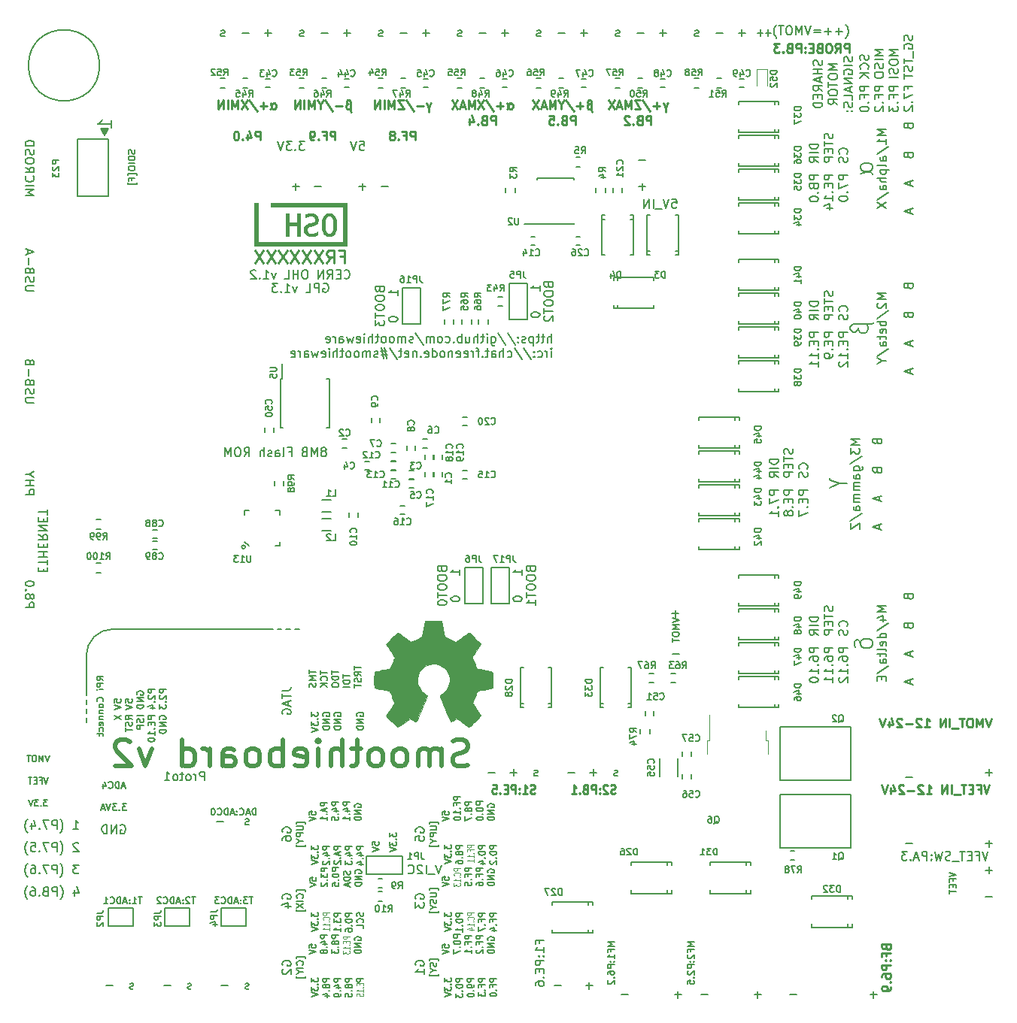
<source format=gbo>
G04 #@! TF.FileFunction,Legend,Bot*
%FSLAX46Y46*%
G04 Gerber Fmt 4.6, Leading zero omitted, Abs format (unit mm)*
G04 Created by KiCad (PCBNEW 4.0.7) date 02/13/20 09:13:16*
%MOMM*%
%LPD*%
G01*
G04 APERTURE LIST*
%ADD10C,0.100000*%
%ADD11C,0.150000*%
%ADD12C,0.200000*%
%ADD13C,0.125000*%
%ADD14C,0.225000*%
%ADD15C,0.250000*%
%ADD16C,0.500000*%
%ADD17C,0.177800*%
%ADD18C,0.010000*%
%ADD19C,0.198120*%
%ADD20C,0.120000*%
%ADD21C,0.002540*%
G04 APERTURE END LIST*
D10*
D11*
X115302381Y-95988095D02*
X114302381Y-95988095D01*
X114302381Y-96369048D01*
X114350000Y-96464286D01*
X114397619Y-96511905D01*
X114492857Y-96559524D01*
X114635714Y-96559524D01*
X114730952Y-96511905D01*
X114778571Y-96464286D01*
X114826190Y-96369048D01*
X114826190Y-95988095D01*
X114302381Y-97416667D02*
X114302381Y-97226190D01*
X114350000Y-97130952D01*
X114397619Y-97083333D01*
X114540476Y-96988095D01*
X114730952Y-96940476D01*
X115111905Y-96940476D01*
X115207143Y-96988095D01*
X115254762Y-97035714D01*
X115302381Y-97130952D01*
X115302381Y-97321429D01*
X115254762Y-97416667D01*
X115207143Y-97464286D01*
X115111905Y-97511905D01*
X114873810Y-97511905D01*
X114778571Y-97464286D01*
X114730952Y-97416667D01*
X114683333Y-97321429D01*
X114683333Y-97130952D01*
X114730952Y-97035714D01*
X114778571Y-96988095D01*
X114873810Y-96940476D01*
X115207143Y-97940476D02*
X115254762Y-97988095D01*
X115302381Y-97940476D01*
X115254762Y-97892857D01*
X115207143Y-97940476D01*
X115302381Y-97940476D01*
X115302381Y-98940476D02*
X115302381Y-98369047D01*
X115302381Y-98654761D02*
X114302381Y-98654761D01*
X114445238Y-98559523D01*
X114540476Y-98464285D01*
X114588095Y-98369047D01*
X114302381Y-99559523D02*
X114302381Y-99654762D01*
X114350000Y-99750000D01*
X114397619Y-99797619D01*
X114492857Y-99845238D01*
X114683333Y-99892857D01*
X114921429Y-99892857D01*
X115111905Y-99845238D01*
X115207143Y-99797619D01*
X115254762Y-99750000D01*
X115302381Y-99654762D01*
X115302381Y-99559523D01*
X115254762Y-99464285D01*
X115207143Y-99416666D01*
X115111905Y-99369047D01*
X114921429Y-99321428D01*
X114683333Y-99321428D01*
X114492857Y-99369047D01*
X114397619Y-99416666D01*
X114350000Y-99464285D01*
X114302381Y-99559523D01*
X116952381Y-95988095D02*
X115952381Y-95988095D01*
X115952381Y-96369048D01*
X116000000Y-96464286D01*
X116047619Y-96511905D01*
X116142857Y-96559524D01*
X116285714Y-96559524D01*
X116380952Y-96511905D01*
X116428571Y-96464286D01*
X116476190Y-96369048D01*
X116476190Y-95988095D01*
X115952381Y-97416667D02*
X115952381Y-97226190D01*
X116000000Y-97130952D01*
X116047619Y-97083333D01*
X116190476Y-96988095D01*
X116380952Y-96940476D01*
X116761905Y-96940476D01*
X116857143Y-96988095D01*
X116904762Y-97035714D01*
X116952381Y-97130952D01*
X116952381Y-97321429D01*
X116904762Y-97416667D01*
X116857143Y-97464286D01*
X116761905Y-97511905D01*
X116523810Y-97511905D01*
X116428571Y-97464286D01*
X116380952Y-97416667D01*
X116333333Y-97321429D01*
X116333333Y-97130952D01*
X116380952Y-97035714D01*
X116428571Y-96988095D01*
X116523810Y-96940476D01*
X116857143Y-97940476D02*
X116904762Y-97988095D01*
X116952381Y-97940476D01*
X116904762Y-97892857D01*
X116857143Y-97940476D01*
X116952381Y-97940476D01*
X116952381Y-98940476D02*
X116952381Y-98369047D01*
X116952381Y-98654761D02*
X115952381Y-98654761D01*
X116095238Y-98559523D01*
X116190476Y-98464285D01*
X116238095Y-98369047D01*
X116952381Y-99892857D02*
X116952381Y-99321428D01*
X116952381Y-99607142D02*
X115952381Y-99607142D01*
X116095238Y-99511904D01*
X116190476Y-99416666D01*
X116238095Y-99321428D01*
X118602381Y-95988095D02*
X117602381Y-95988095D01*
X117602381Y-96369048D01*
X117650000Y-96464286D01*
X117697619Y-96511905D01*
X117792857Y-96559524D01*
X117935714Y-96559524D01*
X118030952Y-96511905D01*
X118078571Y-96464286D01*
X118126190Y-96369048D01*
X118126190Y-95988095D01*
X117602381Y-97416667D02*
X117602381Y-97226190D01*
X117650000Y-97130952D01*
X117697619Y-97083333D01*
X117840476Y-96988095D01*
X118030952Y-96940476D01*
X118411905Y-96940476D01*
X118507143Y-96988095D01*
X118554762Y-97035714D01*
X118602381Y-97130952D01*
X118602381Y-97321429D01*
X118554762Y-97416667D01*
X118507143Y-97464286D01*
X118411905Y-97511905D01*
X118173810Y-97511905D01*
X118078571Y-97464286D01*
X118030952Y-97416667D01*
X117983333Y-97321429D01*
X117983333Y-97130952D01*
X118030952Y-97035714D01*
X118078571Y-96988095D01*
X118173810Y-96940476D01*
X118507143Y-97940476D02*
X118554762Y-97988095D01*
X118602381Y-97940476D01*
X118554762Y-97892857D01*
X118507143Y-97940476D01*
X118602381Y-97940476D01*
X118602381Y-98940476D02*
X118602381Y-98369047D01*
X118602381Y-98654761D02*
X117602381Y-98654761D01*
X117745238Y-98559523D01*
X117840476Y-98464285D01*
X117888095Y-98369047D01*
X117697619Y-99321428D02*
X117650000Y-99369047D01*
X117602381Y-99464285D01*
X117602381Y-99702381D01*
X117650000Y-99797619D01*
X117697619Y-99845238D01*
X117792857Y-99892857D01*
X117888095Y-99892857D01*
X118030952Y-99845238D01*
X118602381Y-99273809D01*
X118602381Y-99892857D01*
X110802381Y-78238095D02*
X109802381Y-78238095D01*
X109802381Y-78619048D01*
X109850000Y-78714286D01*
X109897619Y-78761905D01*
X109992857Y-78809524D01*
X110135714Y-78809524D01*
X110230952Y-78761905D01*
X110278571Y-78714286D01*
X110326190Y-78619048D01*
X110326190Y-78238095D01*
X109802381Y-79142857D02*
X109802381Y-79809524D01*
X110802381Y-79380952D01*
X110707143Y-80190476D02*
X110754762Y-80238095D01*
X110802381Y-80190476D01*
X110754762Y-80142857D01*
X110707143Y-80190476D01*
X110802381Y-80190476D01*
X110802381Y-81190476D02*
X110802381Y-80619047D01*
X110802381Y-80904761D02*
X109802381Y-80904761D01*
X109945238Y-80809523D01*
X110040476Y-80714285D01*
X110088095Y-80619047D01*
X112452381Y-78238095D02*
X111452381Y-78238095D01*
X111452381Y-78619048D01*
X111500000Y-78714286D01*
X111547619Y-78761905D01*
X111642857Y-78809524D01*
X111785714Y-78809524D01*
X111880952Y-78761905D01*
X111928571Y-78714286D01*
X111976190Y-78619048D01*
X111976190Y-78238095D01*
X111928571Y-79238095D02*
X111928571Y-79571429D01*
X112452381Y-79714286D02*
X112452381Y-79238095D01*
X111452381Y-79238095D01*
X111452381Y-79714286D01*
X112357143Y-80142857D02*
X112404762Y-80190476D01*
X112452381Y-80142857D01*
X112404762Y-80095238D01*
X112357143Y-80142857D01*
X112452381Y-80142857D01*
X111880952Y-80761904D02*
X111833333Y-80666666D01*
X111785714Y-80619047D01*
X111690476Y-80571428D01*
X111642857Y-80571428D01*
X111547619Y-80619047D01*
X111500000Y-80666666D01*
X111452381Y-80761904D01*
X111452381Y-80952381D01*
X111500000Y-81047619D01*
X111547619Y-81095238D01*
X111642857Y-81142857D01*
X111690476Y-81142857D01*
X111785714Y-81095238D01*
X111833333Y-81047619D01*
X111880952Y-80952381D01*
X111880952Y-80761904D01*
X111928571Y-80666666D01*
X111976190Y-80619047D01*
X112071429Y-80571428D01*
X112261905Y-80571428D01*
X112357143Y-80619047D01*
X112404762Y-80666666D01*
X112452381Y-80761904D01*
X112452381Y-80952381D01*
X112404762Y-81047619D01*
X112357143Y-81095238D01*
X112261905Y-81142857D01*
X112071429Y-81142857D01*
X111976190Y-81095238D01*
X111928571Y-81047619D01*
X111880952Y-80952381D01*
X114102381Y-78238095D02*
X113102381Y-78238095D01*
X113102381Y-78619048D01*
X113150000Y-78714286D01*
X113197619Y-78761905D01*
X113292857Y-78809524D01*
X113435714Y-78809524D01*
X113530952Y-78761905D01*
X113578571Y-78714286D01*
X113626190Y-78619048D01*
X113626190Y-78238095D01*
X113578571Y-79238095D02*
X113578571Y-79571429D01*
X114102381Y-79714286D02*
X114102381Y-79238095D01*
X113102381Y-79238095D01*
X113102381Y-79714286D01*
X114007143Y-80142857D02*
X114054762Y-80190476D01*
X114102381Y-80142857D01*
X114054762Y-80095238D01*
X114007143Y-80142857D01*
X114102381Y-80142857D01*
X113102381Y-80523809D02*
X113102381Y-81190476D01*
X114102381Y-80761904D01*
X115302381Y-60488095D02*
X114302381Y-60488095D01*
X114302381Y-60869048D01*
X114350000Y-60964286D01*
X114397619Y-61011905D01*
X114492857Y-61059524D01*
X114635714Y-61059524D01*
X114730952Y-61011905D01*
X114778571Y-60964286D01*
X114826190Y-60869048D01*
X114826190Y-60488095D01*
X114778571Y-61488095D02*
X114778571Y-61821429D01*
X115302381Y-61964286D02*
X115302381Y-61488095D01*
X114302381Y-61488095D01*
X114302381Y-61964286D01*
X115207143Y-62392857D02*
X115254762Y-62440476D01*
X115302381Y-62392857D01*
X115254762Y-62345238D01*
X115207143Y-62392857D01*
X115302381Y-62392857D01*
X115302381Y-63392857D02*
X115302381Y-62821428D01*
X115302381Y-63107142D02*
X114302381Y-63107142D01*
X114445238Y-63011904D01*
X114540476Y-62916666D01*
X114588095Y-62821428D01*
X115302381Y-64345238D02*
X115302381Y-63773809D01*
X115302381Y-64059523D02*
X114302381Y-64059523D01*
X114445238Y-63964285D01*
X114540476Y-63869047D01*
X114588095Y-63773809D01*
X116952381Y-60488095D02*
X115952381Y-60488095D01*
X115952381Y-60869048D01*
X116000000Y-60964286D01*
X116047619Y-61011905D01*
X116142857Y-61059524D01*
X116285714Y-61059524D01*
X116380952Y-61011905D01*
X116428571Y-60964286D01*
X116476190Y-60869048D01*
X116476190Y-60488095D01*
X116428571Y-61488095D02*
X116428571Y-61821429D01*
X116952381Y-61964286D02*
X116952381Y-61488095D01*
X115952381Y-61488095D01*
X115952381Y-61964286D01*
X116857143Y-62392857D02*
X116904762Y-62440476D01*
X116952381Y-62392857D01*
X116904762Y-62345238D01*
X116857143Y-62392857D01*
X116952381Y-62392857D01*
X116952381Y-62916666D02*
X116952381Y-63107142D01*
X116904762Y-63202381D01*
X116857143Y-63250000D01*
X116714286Y-63345238D01*
X116523810Y-63392857D01*
X116142857Y-63392857D01*
X116047619Y-63345238D01*
X116000000Y-63297619D01*
X115952381Y-63202381D01*
X115952381Y-63011904D01*
X116000000Y-62916666D01*
X116047619Y-62869047D01*
X116142857Y-62821428D01*
X116380952Y-62821428D01*
X116476190Y-62869047D01*
X116523810Y-62916666D01*
X116571429Y-63011904D01*
X116571429Y-63202381D01*
X116523810Y-63297619D01*
X116476190Y-63345238D01*
X116380952Y-63392857D01*
X118602381Y-60488095D02*
X117602381Y-60488095D01*
X117602381Y-60869048D01*
X117650000Y-60964286D01*
X117697619Y-61011905D01*
X117792857Y-61059524D01*
X117935714Y-61059524D01*
X118030952Y-61011905D01*
X118078571Y-60964286D01*
X118126190Y-60869048D01*
X118126190Y-60488095D01*
X118078571Y-61488095D02*
X118078571Y-61821429D01*
X118602381Y-61964286D02*
X118602381Y-61488095D01*
X117602381Y-61488095D01*
X117602381Y-61964286D01*
X118507143Y-62392857D02*
X118554762Y-62440476D01*
X118602381Y-62392857D01*
X118554762Y-62345238D01*
X118507143Y-62392857D01*
X118602381Y-62392857D01*
X118602381Y-63392857D02*
X118602381Y-62821428D01*
X118602381Y-63107142D02*
X117602381Y-63107142D01*
X117745238Y-63011904D01*
X117840476Y-62916666D01*
X117888095Y-62821428D01*
X117697619Y-63773809D02*
X117650000Y-63821428D01*
X117602381Y-63916666D01*
X117602381Y-64154762D01*
X117650000Y-64250000D01*
X117697619Y-64297619D01*
X117792857Y-64345238D01*
X117888095Y-64345238D01*
X118030952Y-64297619D01*
X118602381Y-63726190D01*
X118602381Y-64345238D01*
X115302381Y-42738095D02*
X114302381Y-42738095D01*
X114302381Y-43119048D01*
X114350000Y-43214286D01*
X114397619Y-43261905D01*
X114492857Y-43309524D01*
X114635714Y-43309524D01*
X114730952Y-43261905D01*
X114778571Y-43214286D01*
X114826190Y-43119048D01*
X114826190Y-42738095D01*
X114778571Y-44071429D02*
X114826190Y-44214286D01*
X114873810Y-44261905D01*
X114969048Y-44309524D01*
X115111905Y-44309524D01*
X115207143Y-44261905D01*
X115254762Y-44214286D01*
X115302381Y-44119048D01*
X115302381Y-43738095D01*
X114302381Y-43738095D01*
X114302381Y-44071429D01*
X114350000Y-44166667D01*
X114397619Y-44214286D01*
X114492857Y-44261905D01*
X114588095Y-44261905D01*
X114683333Y-44214286D01*
X114730952Y-44166667D01*
X114778571Y-44071429D01*
X114778571Y-43738095D01*
X115207143Y-44738095D02*
X115254762Y-44785714D01*
X115302381Y-44738095D01*
X115254762Y-44690476D01*
X115207143Y-44738095D01*
X115302381Y-44738095D01*
X114302381Y-45404761D02*
X114302381Y-45500000D01*
X114350000Y-45595238D01*
X114397619Y-45642857D01*
X114492857Y-45690476D01*
X114683333Y-45738095D01*
X114921429Y-45738095D01*
X115111905Y-45690476D01*
X115207143Y-45642857D01*
X115254762Y-45595238D01*
X115302381Y-45500000D01*
X115302381Y-45404761D01*
X115254762Y-45309523D01*
X115207143Y-45261904D01*
X115111905Y-45214285D01*
X114921429Y-45166666D01*
X114683333Y-45166666D01*
X114492857Y-45214285D01*
X114397619Y-45261904D01*
X114350000Y-45309523D01*
X114302381Y-45404761D01*
X116952381Y-42738095D02*
X115952381Y-42738095D01*
X115952381Y-43119048D01*
X116000000Y-43214286D01*
X116047619Y-43261905D01*
X116142857Y-43309524D01*
X116285714Y-43309524D01*
X116380952Y-43261905D01*
X116428571Y-43214286D01*
X116476190Y-43119048D01*
X116476190Y-42738095D01*
X116428571Y-43738095D02*
X116428571Y-44071429D01*
X116952381Y-44214286D02*
X116952381Y-43738095D01*
X115952381Y-43738095D01*
X115952381Y-44214286D01*
X116857143Y-44642857D02*
X116904762Y-44690476D01*
X116952381Y-44642857D01*
X116904762Y-44595238D01*
X116857143Y-44642857D01*
X116952381Y-44642857D01*
X116952381Y-45642857D02*
X116952381Y-45071428D01*
X116952381Y-45357142D02*
X115952381Y-45357142D01*
X116095238Y-45261904D01*
X116190476Y-45166666D01*
X116238095Y-45071428D01*
X116285714Y-46500000D02*
X116952381Y-46500000D01*
X115904762Y-46261904D02*
X116619048Y-46023809D01*
X116619048Y-46642857D01*
X118602381Y-42738095D02*
X117602381Y-42738095D01*
X117602381Y-43119048D01*
X117650000Y-43214286D01*
X117697619Y-43261905D01*
X117792857Y-43309524D01*
X117935714Y-43309524D01*
X118030952Y-43261905D01*
X118078571Y-43214286D01*
X118126190Y-43119048D01*
X118126190Y-42738095D01*
X117602381Y-43642857D02*
X117602381Y-44309524D01*
X118602381Y-43880952D01*
X118507143Y-44690476D02*
X118554762Y-44738095D01*
X118602381Y-44690476D01*
X118554762Y-44642857D01*
X118507143Y-44690476D01*
X118602381Y-44690476D01*
X117602381Y-45357142D02*
X117602381Y-45452381D01*
X117650000Y-45547619D01*
X117697619Y-45595238D01*
X117792857Y-45642857D01*
X117983333Y-45690476D01*
X118221429Y-45690476D01*
X118411905Y-45642857D01*
X118507143Y-45595238D01*
X118554762Y-45547619D01*
X118602381Y-45452381D01*
X118602381Y-45357142D01*
X118554762Y-45261904D01*
X118507143Y-45214285D01*
X118411905Y-45166666D01*
X118221429Y-45119047D01*
X117983333Y-45119047D01*
X117792857Y-45166666D01*
X117697619Y-45214285D01*
X117650000Y-45261904D01*
X117602381Y-45357142D01*
X110802381Y-74761905D02*
X109802381Y-74761905D01*
X109802381Y-75000000D01*
X109850000Y-75142858D01*
X109945238Y-75238096D01*
X110040476Y-75285715D01*
X110230952Y-75333334D01*
X110373810Y-75333334D01*
X110564286Y-75285715D01*
X110659524Y-75238096D01*
X110754762Y-75142858D01*
X110802381Y-75000000D01*
X110802381Y-74761905D01*
X110802381Y-75761905D02*
X109802381Y-75761905D01*
X110802381Y-76809524D02*
X110326190Y-76476190D01*
X110802381Y-76238095D02*
X109802381Y-76238095D01*
X109802381Y-76619048D01*
X109850000Y-76714286D01*
X109897619Y-76761905D01*
X109992857Y-76809524D01*
X110135714Y-76809524D01*
X110230952Y-76761905D01*
X110278571Y-76714286D01*
X110326190Y-76619048D01*
X110326190Y-76238095D01*
X112404762Y-73571428D02*
X112452381Y-73714285D01*
X112452381Y-73952381D01*
X112404762Y-74047619D01*
X112357143Y-74095238D01*
X112261905Y-74142857D01*
X112166667Y-74142857D01*
X112071429Y-74095238D01*
X112023810Y-74047619D01*
X111976190Y-73952381D01*
X111928571Y-73761904D01*
X111880952Y-73666666D01*
X111833333Y-73619047D01*
X111738095Y-73571428D01*
X111642857Y-73571428D01*
X111547619Y-73619047D01*
X111500000Y-73666666D01*
X111452381Y-73761904D01*
X111452381Y-74000000D01*
X111500000Y-74142857D01*
X111452381Y-74428571D02*
X111452381Y-75000000D01*
X112452381Y-74714285D02*
X111452381Y-74714285D01*
X111928571Y-75333333D02*
X111928571Y-75666667D01*
X112452381Y-75809524D02*
X112452381Y-75333333D01*
X111452381Y-75333333D01*
X111452381Y-75809524D01*
X112452381Y-76238095D02*
X111452381Y-76238095D01*
X111452381Y-76619048D01*
X111500000Y-76714286D01*
X111547619Y-76761905D01*
X111642857Y-76809524D01*
X111785714Y-76809524D01*
X111880952Y-76761905D01*
X111928571Y-76714286D01*
X111976190Y-76619048D01*
X111976190Y-76238095D01*
X114007143Y-75857143D02*
X114054762Y-75809524D01*
X114102381Y-75666667D01*
X114102381Y-75571429D01*
X114054762Y-75428571D01*
X113959524Y-75333333D01*
X113864286Y-75285714D01*
X113673810Y-75238095D01*
X113530952Y-75238095D01*
X113340476Y-75285714D01*
X113245238Y-75333333D01*
X113150000Y-75428571D01*
X113102381Y-75571429D01*
X113102381Y-75666667D01*
X113150000Y-75809524D01*
X113197619Y-75857143D01*
X114054762Y-76238095D02*
X114102381Y-76380952D01*
X114102381Y-76619048D01*
X114054762Y-76714286D01*
X114007143Y-76761905D01*
X113911905Y-76809524D01*
X113816667Y-76809524D01*
X113721429Y-76761905D01*
X113673810Y-76714286D01*
X113626190Y-76619048D01*
X113578571Y-76428571D01*
X113530952Y-76333333D01*
X113483333Y-76285714D01*
X113388095Y-76238095D01*
X113292857Y-76238095D01*
X113197619Y-76285714D01*
X113150000Y-76333333D01*
X113102381Y-76428571D01*
X113102381Y-76666667D01*
X113150000Y-76809524D01*
X115302381Y-92511905D02*
X114302381Y-92511905D01*
X114302381Y-92750000D01*
X114350000Y-92892858D01*
X114445238Y-92988096D01*
X114540476Y-93035715D01*
X114730952Y-93083334D01*
X114873810Y-93083334D01*
X115064286Y-93035715D01*
X115159524Y-92988096D01*
X115254762Y-92892858D01*
X115302381Y-92750000D01*
X115302381Y-92511905D01*
X115302381Y-93511905D02*
X114302381Y-93511905D01*
X115302381Y-94559524D02*
X114826190Y-94226190D01*
X115302381Y-93988095D02*
X114302381Y-93988095D01*
X114302381Y-94369048D01*
X114350000Y-94464286D01*
X114397619Y-94511905D01*
X114492857Y-94559524D01*
X114635714Y-94559524D01*
X114730952Y-94511905D01*
X114778571Y-94464286D01*
X114826190Y-94369048D01*
X114826190Y-93988095D01*
X116904762Y-91321428D02*
X116952381Y-91464285D01*
X116952381Y-91702381D01*
X116904762Y-91797619D01*
X116857143Y-91845238D01*
X116761905Y-91892857D01*
X116666667Y-91892857D01*
X116571429Y-91845238D01*
X116523810Y-91797619D01*
X116476190Y-91702381D01*
X116428571Y-91511904D01*
X116380952Y-91416666D01*
X116333333Y-91369047D01*
X116238095Y-91321428D01*
X116142857Y-91321428D01*
X116047619Y-91369047D01*
X116000000Y-91416666D01*
X115952381Y-91511904D01*
X115952381Y-91750000D01*
X116000000Y-91892857D01*
X115952381Y-92178571D02*
X115952381Y-92750000D01*
X116952381Y-92464285D02*
X115952381Y-92464285D01*
X116428571Y-93083333D02*
X116428571Y-93416667D01*
X116952381Y-93559524D02*
X116952381Y-93083333D01*
X115952381Y-93083333D01*
X115952381Y-93559524D01*
X116952381Y-93988095D02*
X115952381Y-93988095D01*
X115952381Y-94369048D01*
X116000000Y-94464286D01*
X116047619Y-94511905D01*
X116142857Y-94559524D01*
X116285714Y-94559524D01*
X116380952Y-94511905D01*
X116428571Y-94464286D01*
X116476190Y-94369048D01*
X116476190Y-93988095D01*
X118507143Y-93607143D02*
X118554762Y-93559524D01*
X118602381Y-93416667D01*
X118602381Y-93321429D01*
X118554762Y-93178571D01*
X118459524Y-93083333D01*
X118364286Y-93035714D01*
X118173810Y-92988095D01*
X118030952Y-92988095D01*
X117840476Y-93035714D01*
X117745238Y-93083333D01*
X117650000Y-93178571D01*
X117602381Y-93321429D01*
X117602381Y-93416667D01*
X117650000Y-93559524D01*
X117697619Y-93607143D01*
X118554762Y-93988095D02*
X118602381Y-94130952D01*
X118602381Y-94369048D01*
X118554762Y-94464286D01*
X118507143Y-94511905D01*
X118411905Y-94559524D01*
X118316667Y-94559524D01*
X118221429Y-94511905D01*
X118173810Y-94464286D01*
X118126190Y-94369048D01*
X118078571Y-94178571D01*
X118030952Y-94083333D01*
X117983333Y-94035714D01*
X117888095Y-93988095D01*
X117792857Y-93988095D01*
X117697619Y-94035714D01*
X117650000Y-94083333D01*
X117602381Y-94178571D01*
X117602381Y-94416667D01*
X117650000Y-94559524D01*
X115302381Y-57011905D02*
X114302381Y-57011905D01*
X114302381Y-57250000D01*
X114350000Y-57392858D01*
X114445238Y-57488096D01*
X114540476Y-57535715D01*
X114730952Y-57583334D01*
X114873810Y-57583334D01*
X115064286Y-57535715D01*
X115159524Y-57488096D01*
X115254762Y-57392858D01*
X115302381Y-57250000D01*
X115302381Y-57011905D01*
X115302381Y-58011905D02*
X114302381Y-58011905D01*
X115302381Y-59059524D02*
X114826190Y-58726190D01*
X115302381Y-58488095D02*
X114302381Y-58488095D01*
X114302381Y-58869048D01*
X114350000Y-58964286D01*
X114397619Y-59011905D01*
X114492857Y-59059524D01*
X114635714Y-59059524D01*
X114730952Y-59011905D01*
X114778571Y-58964286D01*
X114826190Y-58869048D01*
X114826190Y-58488095D01*
X116904762Y-55821428D02*
X116952381Y-55964285D01*
X116952381Y-56202381D01*
X116904762Y-56297619D01*
X116857143Y-56345238D01*
X116761905Y-56392857D01*
X116666667Y-56392857D01*
X116571429Y-56345238D01*
X116523810Y-56297619D01*
X116476190Y-56202381D01*
X116428571Y-56011904D01*
X116380952Y-55916666D01*
X116333333Y-55869047D01*
X116238095Y-55821428D01*
X116142857Y-55821428D01*
X116047619Y-55869047D01*
X116000000Y-55916666D01*
X115952381Y-56011904D01*
X115952381Y-56250000D01*
X116000000Y-56392857D01*
X115952381Y-56678571D02*
X115952381Y-57250000D01*
X116952381Y-56964285D02*
X115952381Y-56964285D01*
X116428571Y-57583333D02*
X116428571Y-57916667D01*
X116952381Y-58059524D02*
X116952381Y-57583333D01*
X115952381Y-57583333D01*
X115952381Y-58059524D01*
X116952381Y-58488095D02*
X115952381Y-58488095D01*
X115952381Y-58869048D01*
X116000000Y-58964286D01*
X116047619Y-59011905D01*
X116142857Y-59059524D01*
X116285714Y-59059524D01*
X116380952Y-59011905D01*
X116428571Y-58964286D01*
X116476190Y-58869048D01*
X116476190Y-58488095D01*
X118507143Y-58107143D02*
X118554762Y-58059524D01*
X118602381Y-57916667D01*
X118602381Y-57821429D01*
X118554762Y-57678571D01*
X118459524Y-57583333D01*
X118364286Y-57535714D01*
X118173810Y-57488095D01*
X118030952Y-57488095D01*
X117840476Y-57535714D01*
X117745238Y-57583333D01*
X117650000Y-57678571D01*
X117602381Y-57821429D01*
X117602381Y-57916667D01*
X117650000Y-58059524D01*
X117697619Y-58107143D01*
X118554762Y-58488095D02*
X118602381Y-58630952D01*
X118602381Y-58869048D01*
X118554762Y-58964286D01*
X118507143Y-59011905D01*
X118411905Y-59059524D01*
X118316667Y-59059524D01*
X118221429Y-59011905D01*
X118173810Y-58964286D01*
X118126190Y-58869048D01*
X118078571Y-58678571D01*
X118030952Y-58583333D01*
X117983333Y-58535714D01*
X117888095Y-58488095D01*
X117792857Y-58488095D01*
X117697619Y-58535714D01*
X117650000Y-58583333D01*
X117602381Y-58678571D01*
X117602381Y-58916667D01*
X117650000Y-59059524D01*
X115302381Y-39261905D02*
X114302381Y-39261905D01*
X114302381Y-39500000D01*
X114350000Y-39642858D01*
X114445238Y-39738096D01*
X114540476Y-39785715D01*
X114730952Y-39833334D01*
X114873810Y-39833334D01*
X115064286Y-39785715D01*
X115159524Y-39738096D01*
X115254762Y-39642858D01*
X115302381Y-39500000D01*
X115302381Y-39261905D01*
X115302381Y-40261905D02*
X114302381Y-40261905D01*
X115302381Y-41309524D02*
X114826190Y-40976190D01*
X115302381Y-40738095D02*
X114302381Y-40738095D01*
X114302381Y-41119048D01*
X114350000Y-41214286D01*
X114397619Y-41261905D01*
X114492857Y-41309524D01*
X114635714Y-41309524D01*
X114730952Y-41261905D01*
X114778571Y-41214286D01*
X114826190Y-41119048D01*
X114826190Y-40738095D01*
X116904762Y-38071428D02*
X116952381Y-38214285D01*
X116952381Y-38452381D01*
X116904762Y-38547619D01*
X116857143Y-38595238D01*
X116761905Y-38642857D01*
X116666667Y-38642857D01*
X116571429Y-38595238D01*
X116523810Y-38547619D01*
X116476190Y-38452381D01*
X116428571Y-38261904D01*
X116380952Y-38166666D01*
X116333333Y-38119047D01*
X116238095Y-38071428D01*
X116142857Y-38071428D01*
X116047619Y-38119047D01*
X116000000Y-38166666D01*
X115952381Y-38261904D01*
X115952381Y-38500000D01*
X116000000Y-38642857D01*
X115952381Y-38928571D02*
X115952381Y-39500000D01*
X116952381Y-39214285D02*
X115952381Y-39214285D01*
X116428571Y-39833333D02*
X116428571Y-40166667D01*
X116952381Y-40309524D02*
X116952381Y-39833333D01*
X115952381Y-39833333D01*
X115952381Y-40309524D01*
X116952381Y-40738095D02*
X115952381Y-40738095D01*
X115952381Y-41119048D01*
X116000000Y-41214286D01*
X116047619Y-41261905D01*
X116142857Y-41309524D01*
X116285714Y-41309524D01*
X116380952Y-41261905D01*
X116428571Y-41214286D01*
X116476190Y-41119048D01*
X116476190Y-40738095D01*
X118507143Y-40357143D02*
X118554762Y-40309524D01*
X118602381Y-40166667D01*
X118602381Y-40071429D01*
X118554762Y-39928571D01*
X118459524Y-39833333D01*
X118364286Y-39785714D01*
X118173810Y-39738095D01*
X118030952Y-39738095D01*
X117840476Y-39785714D01*
X117745238Y-39833333D01*
X117650000Y-39928571D01*
X117602381Y-40071429D01*
X117602381Y-40166667D01*
X117650000Y-40309524D01*
X117697619Y-40357143D01*
X118554762Y-40738095D02*
X118602381Y-40880952D01*
X118602381Y-41119048D01*
X118554762Y-41214286D01*
X118507143Y-41261905D01*
X118411905Y-41309524D01*
X118316667Y-41309524D01*
X118221429Y-41261905D01*
X118173810Y-41214286D01*
X118126190Y-41119048D01*
X118078571Y-40928571D01*
X118030952Y-40833333D01*
X117983333Y-40785714D01*
X117888095Y-40738095D01*
X117792857Y-40738095D01*
X117697619Y-40785714D01*
X117650000Y-40833333D01*
X117602381Y-40928571D01*
X117602381Y-41166667D01*
X117650000Y-41309524D01*
X120977381Y-32738095D02*
X119977381Y-32738095D01*
X119977381Y-33119048D01*
X120025000Y-33214286D01*
X120072619Y-33261905D01*
X120167857Y-33309524D01*
X120310714Y-33309524D01*
X120405952Y-33261905D01*
X120453571Y-33214286D01*
X120501190Y-33119048D01*
X120501190Y-32738095D01*
X120453571Y-34071429D02*
X120453571Y-33738095D01*
X120977381Y-33738095D02*
X119977381Y-33738095D01*
X119977381Y-34214286D01*
X120882143Y-34595238D02*
X120929762Y-34642857D01*
X120977381Y-34595238D01*
X120929762Y-34547619D01*
X120882143Y-34595238D01*
X120977381Y-34595238D01*
X119977381Y-35261904D02*
X119977381Y-35357143D01*
X120025000Y-35452381D01*
X120072619Y-35500000D01*
X120167857Y-35547619D01*
X120358333Y-35595238D01*
X120596429Y-35595238D01*
X120786905Y-35547619D01*
X120882143Y-35500000D01*
X120929762Y-35452381D01*
X120977381Y-35357143D01*
X120977381Y-35261904D01*
X120929762Y-35166666D01*
X120882143Y-35119047D01*
X120786905Y-35071428D01*
X120596429Y-35023809D01*
X120358333Y-35023809D01*
X120167857Y-35071428D01*
X120072619Y-35119047D01*
X120025000Y-35166666D01*
X119977381Y-35261904D01*
X122627381Y-32738095D02*
X121627381Y-32738095D01*
X121627381Y-33119048D01*
X121675000Y-33214286D01*
X121722619Y-33261905D01*
X121817857Y-33309524D01*
X121960714Y-33309524D01*
X122055952Y-33261905D01*
X122103571Y-33214286D01*
X122151190Y-33119048D01*
X122151190Y-32738095D01*
X122103571Y-34071429D02*
X122103571Y-33738095D01*
X122627381Y-33738095D02*
X121627381Y-33738095D01*
X121627381Y-34214286D01*
X122532143Y-34595238D02*
X122579762Y-34642857D01*
X122627381Y-34595238D01*
X122579762Y-34547619D01*
X122532143Y-34595238D01*
X122627381Y-34595238D01*
X121722619Y-35023809D02*
X121675000Y-35071428D01*
X121627381Y-35166666D01*
X121627381Y-35404762D01*
X121675000Y-35500000D01*
X121722619Y-35547619D01*
X121817857Y-35595238D01*
X121913095Y-35595238D01*
X122055952Y-35547619D01*
X122627381Y-34976190D01*
X122627381Y-35595238D01*
X124277381Y-32738095D02*
X123277381Y-32738095D01*
X123277381Y-33119048D01*
X123325000Y-33214286D01*
X123372619Y-33261905D01*
X123467857Y-33309524D01*
X123610714Y-33309524D01*
X123705952Y-33261905D01*
X123753571Y-33214286D01*
X123801190Y-33119048D01*
X123801190Y-32738095D01*
X123753571Y-34071429D02*
X123753571Y-33738095D01*
X124277381Y-33738095D02*
X123277381Y-33738095D01*
X123277381Y-34214286D01*
X124182143Y-34595238D02*
X124229762Y-34642857D01*
X124277381Y-34595238D01*
X124229762Y-34547619D01*
X124182143Y-34595238D01*
X124277381Y-34595238D01*
X123277381Y-34976190D02*
X123277381Y-35595238D01*
X123658333Y-35261904D01*
X123658333Y-35404762D01*
X123705952Y-35500000D01*
X123753571Y-35547619D01*
X123848810Y-35595238D01*
X124086905Y-35595238D01*
X124182143Y-35547619D01*
X124229762Y-35500000D01*
X124277381Y-35404762D01*
X124277381Y-35119047D01*
X124229762Y-35023809D01*
X124182143Y-34976190D01*
X125403571Y-33071429D02*
X125403571Y-32738095D01*
X125927381Y-32738095D02*
X124927381Y-32738095D01*
X124927381Y-33214286D01*
X124927381Y-33500000D02*
X124927381Y-34166667D01*
X125927381Y-33738095D01*
X125832143Y-34547619D02*
X125879762Y-34595238D01*
X125927381Y-34547619D01*
X125879762Y-34500000D01*
X125832143Y-34547619D01*
X125927381Y-34547619D01*
X125022619Y-34976190D02*
X124975000Y-35023809D01*
X124927381Y-35119047D01*
X124927381Y-35357143D01*
X124975000Y-35452381D01*
X125022619Y-35500000D01*
X125117857Y-35547619D01*
X125213095Y-35547619D01*
X125355952Y-35500000D01*
X125927381Y-34928571D01*
X125927381Y-35547619D01*
X120929762Y-29238095D02*
X120977381Y-29380952D01*
X120977381Y-29619048D01*
X120929762Y-29714286D01*
X120882143Y-29761905D01*
X120786905Y-29809524D01*
X120691667Y-29809524D01*
X120596429Y-29761905D01*
X120548810Y-29714286D01*
X120501190Y-29619048D01*
X120453571Y-29428571D01*
X120405952Y-29333333D01*
X120358333Y-29285714D01*
X120263095Y-29238095D01*
X120167857Y-29238095D01*
X120072619Y-29285714D01*
X120025000Y-29333333D01*
X119977381Y-29428571D01*
X119977381Y-29666667D01*
X120025000Y-29809524D01*
X120882143Y-30809524D02*
X120929762Y-30761905D01*
X120977381Y-30619048D01*
X120977381Y-30523810D01*
X120929762Y-30380952D01*
X120834524Y-30285714D01*
X120739286Y-30238095D01*
X120548810Y-30190476D01*
X120405952Y-30190476D01*
X120215476Y-30238095D01*
X120120238Y-30285714D01*
X120025000Y-30380952D01*
X119977381Y-30523810D01*
X119977381Y-30619048D01*
X120025000Y-30761905D01*
X120072619Y-30809524D01*
X120977381Y-31238095D02*
X119977381Y-31238095D01*
X120977381Y-31809524D02*
X120405952Y-31380952D01*
X119977381Y-31809524D02*
X120548810Y-31238095D01*
X122627381Y-28619048D02*
X121627381Y-28619048D01*
X122341667Y-28952382D01*
X121627381Y-29285715D01*
X122627381Y-29285715D01*
X122627381Y-29761905D02*
X121627381Y-29761905D01*
X122579762Y-30190476D02*
X122627381Y-30333333D01*
X122627381Y-30571429D01*
X122579762Y-30666667D01*
X122532143Y-30714286D01*
X122436905Y-30761905D01*
X122341667Y-30761905D01*
X122246429Y-30714286D01*
X122198810Y-30666667D01*
X122151190Y-30571429D01*
X122103571Y-30380952D01*
X122055952Y-30285714D01*
X122008333Y-30238095D01*
X121913095Y-30190476D01*
X121817857Y-30190476D01*
X121722619Y-30238095D01*
X121675000Y-30285714D01*
X121627381Y-30380952D01*
X121627381Y-30619048D01*
X121675000Y-30761905D01*
X121627381Y-31380952D02*
X121627381Y-31571429D01*
X121675000Y-31666667D01*
X121770238Y-31761905D01*
X121960714Y-31809524D01*
X122294048Y-31809524D01*
X122484524Y-31761905D01*
X122579762Y-31666667D01*
X122627381Y-31571429D01*
X122627381Y-31380952D01*
X122579762Y-31285714D01*
X122484524Y-31190476D01*
X122294048Y-31142857D01*
X121960714Y-31142857D01*
X121770238Y-31190476D01*
X121675000Y-31285714D01*
X121627381Y-31380952D01*
X124277381Y-28619048D02*
X123277381Y-28619048D01*
X123991667Y-28952382D01*
X123277381Y-29285715D01*
X124277381Y-29285715D01*
X123277381Y-29952381D02*
X123277381Y-30142858D01*
X123325000Y-30238096D01*
X123420238Y-30333334D01*
X123610714Y-30380953D01*
X123944048Y-30380953D01*
X124134524Y-30333334D01*
X124229762Y-30238096D01*
X124277381Y-30142858D01*
X124277381Y-29952381D01*
X124229762Y-29857143D01*
X124134524Y-29761905D01*
X123944048Y-29714286D01*
X123610714Y-29714286D01*
X123420238Y-29761905D01*
X123325000Y-29857143D01*
X123277381Y-29952381D01*
X124229762Y-30761905D02*
X124277381Y-30904762D01*
X124277381Y-31142858D01*
X124229762Y-31238096D01*
X124182143Y-31285715D01*
X124086905Y-31333334D01*
X123991667Y-31333334D01*
X123896429Y-31285715D01*
X123848810Y-31238096D01*
X123801190Y-31142858D01*
X123753571Y-30952381D01*
X123705952Y-30857143D01*
X123658333Y-30809524D01*
X123563095Y-30761905D01*
X123467857Y-30761905D01*
X123372619Y-30809524D01*
X123325000Y-30857143D01*
X123277381Y-30952381D01*
X123277381Y-31190477D01*
X123325000Y-31333334D01*
X124277381Y-31761905D02*
X123277381Y-31761905D01*
X125879762Y-26999999D02*
X125927381Y-27142856D01*
X125927381Y-27380952D01*
X125879762Y-27476190D01*
X125832143Y-27523809D01*
X125736905Y-27571428D01*
X125641667Y-27571428D01*
X125546429Y-27523809D01*
X125498810Y-27476190D01*
X125451190Y-27380952D01*
X125403571Y-27190475D01*
X125355952Y-27095237D01*
X125308333Y-27047618D01*
X125213095Y-26999999D01*
X125117857Y-26999999D01*
X125022619Y-27047618D01*
X124975000Y-27095237D01*
X124927381Y-27190475D01*
X124927381Y-27428571D01*
X124975000Y-27571428D01*
X124975000Y-28523809D02*
X124927381Y-28428571D01*
X124927381Y-28285714D01*
X124975000Y-28142856D01*
X125070238Y-28047618D01*
X125165476Y-27999999D01*
X125355952Y-27952380D01*
X125498810Y-27952380D01*
X125689286Y-27999999D01*
X125784524Y-28047618D01*
X125879762Y-28142856D01*
X125927381Y-28285714D01*
X125927381Y-28380952D01*
X125879762Y-28523809D01*
X125832143Y-28571428D01*
X125498810Y-28571428D01*
X125498810Y-28380952D01*
X126022619Y-28761904D02*
X126022619Y-29523809D01*
X124927381Y-29619047D02*
X124927381Y-30190476D01*
X125927381Y-29904761D02*
X124927381Y-29904761D01*
X125879762Y-30476190D02*
X125927381Y-30619047D01*
X125927381Y-30857143D01*
X125879762Y-30952381D01*
X125832143Y-31000000D01*
X125736905Y-31047619D01*
X125641667Y-31047619D01*
X125546429Y-31000000D01*
X125498810Y-30952381D01*
X125451190Y-30857143D01*
X125403571Y-30666666D01*
X125355952Y-30571428D01*
X125308333Y-30523809D01*
X125213095Y-30476190D01*
X125117857Y-30476190D01*
X125022619Y-30523809D01*
X124975000Y-30571428D01*
X124927381Y-30666666D01*
X124927381Y-30904762D01*
X124975000Y-31047619D01*
X124927381Y-31333333D02*
X124927381Y-31904762D01*
X125927381Y-31619047D02*
X124927381Y-31619047D01*
D12*
X115704762Y-29809524D02*
X115752381Y-29952381D01*
X115752381Y-30190477D01*
X115704762Y-30285715D01*
X115657143Y-30333334D01*
X115561905Y-30380953D01*
X115466667Y-30380953D01*
X115371429Y-30333334D01*
X115323810Y-30285715D01*
X115276190Y-30190477D01*
X115228571Y-30000000D01*
X115180952Y-29904762D01*
X115133333Y-29857143D01*
X115038095Y-29809524D01*
X114942857Y-29809524D01*
X114847619Y-29857143D01*
X114800000Y-29904762D01*
X114752381Y-30000000D01*
X114752381Y-30238096D01*
X114800000Y-30380953D01*
X115752381Y-30809524D02*
X114752381Y-30809524D01*
X115228571Y-30809524D02*
X115228571Y-31380953D01*
X115752381Y-31380953D02*
X114752381Y-31380953D01*
X115466667Y-31809524D02*
X115466667Y-32285715D01*
X115752381Y-31714286D02*
X114752381Y-32047619D01*
X115752381Y-32380953D01*
X115752381Y-33285715D02*
X115276190Y-32952381D01*
X115752381Y-32714286D02*
X114752381Y-32714286D01*
X114752381Y-33095239D01*
X114800000Y-33190477D01*
X114847619Y-33238096D01*
X114942857Y-33285715D01*
X115085714Y-33285715D01*
X115180952Y-33238096D01*
X115228571Y-33190477D01*
X115276190Y-33095239D01*
X115276190Y-32714286D01*
X115228571Y-33714286D02*
X115228571Y-34047620D01*
X115752381Y-34190477D02*
X115752381Y-33714286D01*
X114752381Y-33714286D01*
X114752381Y-34190477D01*
X115752381Y-34619048D02*
X114752381Y-34619048D01*
X114752381Y-34857143D01*
X114800000Y-35000001D01*
X114895238Y-35095239D01*
X114990476Y-35142858D01*
X115180952Y-35190477D01*
X115323810Y-35190477D01*
X115514286Y-35142858D01*
X115609524Y-35095239D01*
X115704762Y-35000001D01*
X115752381Y-34857143D01*
X115752381Y-34619048D01*
X117452381Y-30238095D02*
X116452381Y-30238095D01*
X117166667Y-30571429D01*
X116452381Y-30904762D01*
X117452381Y-30904762D01*
X116452381Y-31571428D02*
X116452381Y-31761905D01*
X116500000Y-31857143D01*
X116595238Y-31952381D01*
X116785714Y-32000000D01*
X117119048Y-32000000D01*
X117309524Y-31952381D01*
X117404762Y-31857143D01*
X117452381Y-31761905D01*
X117452381Y-31571428D01*
X117404762Y-31476190D01*
X117309524Y-31380952D01*
X117119048Y-31333333D01*
X116785714Y-31333333D01*
X116595238Y-31380952D01*
X116500000Y-31476190D01*
X116452381Y-31571428D01*
X116452381Y-32285714D02*
X116452381Y-32857143D01*
X117452381Y-32571428D02*
X116452381Y-32571428D01*
X116452381Y-33380952D02*
X116452381Y-33571429D01*
X116500000Y-33666667D01*
X116595238Y-33761905D01*
X116785714Y-33809524D01*
X117119048Y-33809524D01*
X117309524Y-33761905D01*
X117404762Y-33666667D01*
X117452381Y-33571429D01*
X117452381Y-33380952D01*
X117404762Y-33285714D01*
X117309524Y-33190476D01*
X117119048Y-33142857D01*
X116785714Y-33142857D01*
X116595238Y-33190476D01*
X116500000Y-33285714D01*
X116452381Y-33380952D01*
X117452381Y-34809524D02*
X116976190Y-34476190D01*
X117452381Y-34238095D02*
X116452381Y-34238095D01*
X116452381Y-34619048D01*
X116500000Y-34714286D01*
X116547619Y-34761905D01*
X116642857Y-34809524D01*
X116785714Y-34809524D01*
X116880952Y-34761905D01*
X116928571Y-34714286D01*
X116976190Y-34619048D01*
X116976190Y-34238095D01*
X119104762Y-29404762D02*
X119152381Y-29547619D01*
X119152381Y-29785715D01*
X119104762Y-29880953D01*
X119057143Y-29928572D01*
X118961905Y-29976191D01*
X118866667Y-29976191D01*
X118771429Y-29928572D01*
X118723810Y-29880953D01*
X118676190Y-29785715D01*
X118628571Y-29595238D01*
X118580952Y-29500000D01*
X118533333Y-29452381D01*
X118438095Y-29404762D01*
X118342857Y-29404762D01*
X118247619Y-29452381D01*
X118200000Y-29500000D01*
X118152381Y-29595238D01*
X118152381Y-29833334D01*
X118200000Y-29976191D01*
X119152381Y-30404762D02*
X118152381Y-30404762D01*
X118200000Y-31404762D02*
X118152381Y-31309524D01*
X118152381Y-31166667D01*
X118200000Y-31023809D01*
X118295238Y-30928571D01*
X118390476Y-30880952D01*
X118580952Y-30833333D01*
X118723810Y-30833333D01*
X118914286Y-30880952D01*
X119009524Y-30928571D01*
X119104762Y-31023809D01*
X119152381Y-31166667D01*
X119152381Y-31261905D01*
X119104762Y-31404762D01*
X119057143Y-31452381D01*
X118723810Y-31452381D01*
X118723810Y-31261905D01*
X119152381Y-31880952D02*
X118152381Y-31880952D01*
X119152381Y-32452381D01*
X118152381Y-32452381D01*
X118866667Y-32880952D02*
X118866667Y-33357143D01*
X119152381Y-32785714D02*
X118152381Y-33119047D01*
X119152381Y-33452381D01*
X119152381Y-34261905D02*
X119152381Y-33785714D01*
X118152381Y-33785714D01*
X119104762Y-34547619D02*
X119152381Y-34690476D01*
X119152381Y-34928572D01*
X119104762Y-35023810D01*
X119057143Y-35071429D01*
X118961905Y-35119048D01*
X118866667Y-35119048D01*
X118771429Y-35071429D01*
X118723810Y-35023810D01*
X118676190Y-34928572D01*
X118628571Y-34738095D01*
X118580952Y-34642857D01*
X118533333Y-34595238D01*
X118438095Y-34547619D01*
X118342857Y-34547619D01*
X118247619Y-34595238D01*
X118200000Y-34642857D01*
X118152381Y-34738095D01*
X118152381Y-34976191D01*
X118200000Y-35119048D01*
X119057143Y-35547619D02*
X119104762Y-35595238D01*
X119152381Y-35547619D01*
X119104762Y-35500000D01*
X119057143Y-35547619D01*
X119152381Y-35547619D01*
X118533333Y-35547619D02*
X118580952Y-35595238D01*
X118628571Y-35547619D01*
X118580952Y-35500000D01*
X118533333Y-35547619D01*
X118628571Y-35547619D01*
D13*
X60283286Y-125849048D02*
X59533286Y-125849048D01*
X59533286Y-126039524D01*
X59569000Y-126087143D01*
X59604714Y-126110952D01*
X59676143Y-126134762D01*
X59783286Y-126134762D01*
X59854714Y-126110952D01*
X59890429Y-126087143D01*
X59926143Y-126039524D01*
X59926143Y-125849048D01*
X60211857Y-126634762D02*
X60247571Y-126610952D01*
X60283286Y-126539524D01*
X60283286Y-126491905D01*
X60247571Y-126420476D01*
X60176143Y-126372857D01*
X60104714Y-126349048D01*
X59961857Y-126325238D01*
X59854714Y-126325238D01*
X59711857Y-126349048D01*
X59640429Y-126372857D01*
X59569000Y-126420476D01*
X59533286Y-126491905D01*
X59533286Y-126539524D01*
X59569000Y-126610952D01*
X59604714Y-126634762D01*
X60211857Y-126849048D02*
X60247571Y-126872857D01*
X60283286Y-126849048D01*
X60247571Y-126825238D01*
X60211857Y-126849048D01*
X60283286Y-126849048D01*
X60283286Y-127349047D02*
X60283286Y-127063333D01*
X60283286Y-127206190D02*
X59533286Y-127206190D01*
X59640429Y-127158571D01*
X59711857Y-127110952D01*
X59747571Y-127063333D01*
X60283286Y-127825237D02*
X60283286Y-127539523D01*
X60283286Y-127682380D02*
X59533286Y-127682380D01*
X59640429Y-127634761D01*
X59711857Y-127587142D01*
X59747571Y-127539523D01*
X62569286Y-128532192D02*
X61819286Y-128532192D01*
X61819286Y-128722668D01*
X61855000Y-128770287D01*
X61890714Y-128794096D01*
X61962143Y-128817906D01*
X62069286Y-128817906D01*
X62140714Y-128794096D01*
X62176429Y-128770287D01*
X62212143Y-128722668D01*
X62212143Y-128532192D01*
X62176429Y-129032192D02*
X62176429Y-129198858D01*
X62569286Y-129270287D02*
X62569286Y-129032192D01*
X61819286Y-129032192D01*
X61819286Y-129270287D01*
X62497857Y-129484573D02*
X62533571Y-129508382D01*
X62569286Y-129484573D01*
X62533571Y-129460763D01*
X62497857Y-129484573D01*
X62569286Y-129484573D01*
X62569286Y-129984572D02*
X62569286Y-129698858D01*
X62569286Y-129841715D02*
X61819286Y-129841715D01*
X61926429Y-129794096D01*
X61997857Y-129746477D01*
X62033571Y-129698858D01*
X61819286Y-130151239D02*
X61819286Y-130460762D01*
X62105000Y-130294096D01*
X62105000Y-130365524D01*
X62140714Y-130413143D01*
X62176429Y-130436953D01*
X62247857Y-130460762D01*
X62426429Y-130460762D01*
X62497857Y-130436953D01*
X62533571Y-130413143D01*
X62569286Y-130365524D01*
X62569286Y-130222667D01*
X62533571Y-130175048D01*
X62497857Y-130151239D01*
X76539286Y-125849048D02*
X75789286Y-125849048D01*
X75789286Y-126039524D01*
X75825000Y-126087143D01*
X75860714Y-126110952D01*
X75932143Y-126134762D01*
X76039286Y-126134762D01*
X76110714Y-126110952D01*
X76146429Y-126087143D01*
X76182143Y-126039524D01*
X76182143Y-125849048D01*
X76467857Y-126634762D02*
X76503571Y-126610952D01*
X76539286Y-126539524D01*
X76539286Y-126491905D01*
X76503571Y-126420476D01*
X76432143Y-126372857D01*
X76360714Y-126349048D01*
X76217857Y-126325238D01*
X76110714Y-126325238D01*
X75967857Y-126349048D01*
X75896429Y-126372857D01*
X75825000Y-126420476D01*
X75789286Y-126491905D01*
X75789286Y-126539524D01*
X75825000Y-126610952D01*
X75860714Y-126634762D01*
X76467857Y-126849048D02*
X76503571Y-126872857D01*
X76539286Y-126849048D01*
X76503571Y-126825238D01*
X76467857Y-126849048D01*
X76539286Y-126849048D01*
X76539286Y-127349047D02*
X76539286Y-127063333D01*
X76539286Y-127206190D02*
X75789286Y-127206190D01*
X75896429Y-127158571D01*
X75967857Y-127110952D01*
X76003571Y-127063333D01*
X76039286Y-127777618D02*
X76539286Y-127777618D01*
X75753571Y-127658571D02*
X76289286Y-127539523D01*
X76289286Y-127849047D01*
X63700429Y-133819048D02*
X63700429Y-133985714D01*
X64093286Y-134057143D02*
X64093286Y-133819048D01*
X63343286Y-133819048D01*
X63343286Y-134057143D01*
X64021857Y-134271429D02*
X64057571Y-134295238D01*
X64093286Y-134271429D01*
X64057571Y-134247619D01*
X64021857Y-134271429D01*
X64093286Y-134271429D01*
X64093286Y-134771428D02*
X64093286Y-134485714D01*
X64093286Y-134628571D02*
X63343286Y-134628571D01*
X63450429Y-134580952D01*
X63521857Y-134533333D01*
X63557571Y-134485714D01*
X63343286Y-135223809D02*
X63343286Y-134985714D01*
X63700429Y-134961904D01*
X63664714Y-134985714D01*
X63629000Y-135033333D01*
X63629000Y-135152380D01*
X63664714Y-135199999D01*
X63700429Y-135223809D01*
X63771857Y-135247618D01*
X63950429Y-135247618D01*
X64021857Y-135223809D01*
X64057571Y-135199999D01*
X64093286Y-135152380D01*
X64093286Y-135033333D01*
X64057571Y-134985714D01*
X64021857Y-134961904D01*
X76539286Y-118229048D02*
X75789286Y-118229048D01*
X75789286Y-118419524D01*
X75825000Y-118467143D01*
X75860714Y-118490952D01*
X75932143Y-118514762D01*
X76039286Y-118514762D01*
X76110714Y-118490952D01*
X76146429Y-118467143D01*
X76182143Y-118419524D01*
X76182143Y-118229048D01*
X76146429Y-118895714D02*
X76146429Y-118729048D01*
X76539286Y-118729048D02*
X75789286Y-118729048D01*
X75789286Y-118967143D01*
X76467857Y-119157619D02*
X76503571Y-119181428D01*
X76539286Y-119157619D01*
X76503571Y-119133809D01*
X76467857Y-119157619D01*
X76539286Y-119157619D01*
X76539286Y-119657618D02*
X76539286Y-119371904D01*
X76539286Y-119514761D02*
X75789286Y-119514761D01*
X75896429Y-119467142D01*
X75967857Y-119419523D01*
X76003571Y-119371904D01*
X76539286Y-120133808D02*
X76539286Y-119848094D01*
X76539286Y-119990951D02*
X75789286Y-119990951D01*
X75896429Y-119943332D01*
X75967857Y-119895713D01*
X76003571Y-119848094D01*
X75015286Y-120864573D02*
X74265286Y-120864573D01*
X74265286Y-121055049D01*
X74301000Y-121102668D01*
X74336714Y-121126477D01*
X74408143Y-121150287D01*
X74515286Y-121150287D01*
X74586714Y-121126477D01*
X74622429Y-121102668D01*
X74658143Y-121055049D01*
X74658143Y-120864573D01*
X74943857Y-121650287D02*
X74979571Y-121626477D01*
X75015286Y-121555049D01*
X75015286Y-121507430D01*
X74979571Y-121436001D01*
X74908143Y-121388382D01*
X74836714Y-121364573D01*
X74693857Y-121340763D01*
X74586714Y-121340763D01*
X74443857Y-121364573D01*
X74372429Y-121388382D01*
X74301000Y-121436001D01*
X74265286Y-121507430D01*
X74265286Y-121555049D01*
X74301000Y-121626477D01*
X74336714Y-121650287D01*
X74943857Y-121864573D02*
X74979571Y-121888382D01*
X75015286Y-121864573D01*
X74979571Y-121840763D01*
X74943857Y-121864573D01*
X75015286Y-121864573D01*
X75015286Y-122364572D02*
X75015286Y-122078858D01*
X75015286Y-122221715D02*
X74265286Y-122221715D01*
X74372429Y-122174096D01*
X74443857Y-122126477D01*
X74479571Y-122078858D01*
X74265286Y-122531239D02*
X74265286Y-122840762D01*
X74551000Y-122674096D01*
X74551000Y-122745524D01*
X74586714Y-122793143D01*
X74622429Y-122816953D01*
X74693857Y-122840762D01*
X74872429Y-122840762D01*
X74943857Y-122816953D01*
X74979571Y-122793143D01*
X75015286Y-122745524D01*
X75015286Y-122602667D01*
X74979571Y-122555048D01*
X74943857Y-122531239D01*
D11*
X134404762Y-118952381D02*
X134071429Y-119952381D01*
X133738095Y-118952381D01*
X133071428Y-119428571D02*
X133404762Y-119428571D01*
X133404762Y-119952381D02*
X133404762Y-118952381D01*
X132928571Y-118952381D01*
X132547619Y-119428571D02*
X132214285Y-119428571D01*
X132071428Y-119952381D02*
X132547619Y-119952381D01*
X132547619Y-118952381D01*
X132071428Y-118952381D01*
X131785714Y-118952381D02*
X131214285Y-118952381D01*
X131500000Y-119952381D02*
X131500000Y-118952381D01*
X131119047Y-120047619D02*
X130357142Y-120047619D01*
X130166666Y-119904762D02*
X130023809Y-119952381D01*
X129785713Y-119952381D01*
X129690475Y-119904762D01*
X129642856Y-119857143D01*
X129595237Y-119761905D01*
X129595237Y-119666667D01*
X129642856Y-119571429D01*
X129690475Y-119523810D01*
X129785713Y-119476190D01*
X129976190Y-119428571D01*
X130071428Y-119380952D01*
X130119047Y-119333333D01*
X130166666Y-119238095D01*
X130166666Y-119142857D01*
X130119047Y-119047619D01*
X130071428Y-119000000D01*
X129976190Y-118952381D01*
X129738094Y-118952381D01*
X129595237Y-119000000D01*
X129261904Y-118952381D02*
X129023809Y-119952381D01*
X128833332Y-119238095D01*
X128642856Y-119952381D01*
X128404761Y-118952381D01*
X128023809Y-119857143D02*
X127976190Y-119904762D01*
X128023809Y-119952381D01*
X128071428Y-119904762D01*
X128023809Y-119857143D01*
X128023809Y-119952381D01*
X128023809Y-119333333D02*
X127976190Y-119380952D01*
X128023809Y-119428571D01*
X128071428Y-119380952D01*
X128023809Y-119333333D01*
X128023809Y-119428571D01*
X127547619Y-119952381D02*
X127547619Y-118952381D01*
X127166666Y-118952381D01*
X127071428Y-119000000D01*
X127023809Y-119047619D01*
X126976190Y-119142857D01*
X126976190Y-119285714D01*
X127023809Y-119380952D01*
X127071428Y-119428571D01*
X127166666Y-119476190D01*
X127547619Y-119476190D01*
X126595238Y-119666667D02*
X126119047Y-119666667D01*
X126690476Y-119952381D02*
X126357143Y-118952381D01*
X126023809Y-119952381D01*
X125690476Y-119857143D02*
X125642857Y-119904762D01*
X125690476Y-119952381D01*
X125738095Y-119904762D01*
X125690476Y-119857143D01*
X125690476Y-119952381D01*
X125309524Y-118952381D02*
X124690476Y-118952381D01*
X125023810Y-119333333D01*
X124880952Y-119333333D01*
X124785714Y-119380952D01*
X124738095Y-119428571D01*
X124690476Y-119523810D01*
X124690476Y-119761905D01*
X124738095Y-119857143D01*
X124785714Y-119904762D01*
X124880952Y-119952381D01*
X125166667Y-119952381D01*
X125261905Y-119904762D01*
X125309524Y-119857143D01*
X31571428Y-123285714D02*
X31571428Y-123952381D01*
X31809524Y-122904762D02*
X32047619Y-123619048D01*
X31428571Y-123619048D01*
X29999999Y-124333333D02*
X30047619Y-124285714D01*
X30142857Y-124142857D01*
X30190476Y-124047619D01*
X30238095Y-123904762D01*
X30285714Y-123666667D01*
X30285714Y-123476190D01*
X30238095Y-123238095D01*
X30190476Y-123095238D01*
X30142857Y-123000000D01*
X30047619Y-122857143D01*
X29999999Y-122809524D01*
X29619047Y-123952381D02*
X29619047Y-122952381D01*
X29238094Y-122952381D01*
X29142856Y-123000000D01*
X29095237Y-123047619D01*
X29047618Y-123142857D01*
X29047618Y-123285714D01*
X29095237Y-123380952D01*
X29142856Y-123428571D01*
X29238094Y-123476190D01*
X29619047Y-123476190D01*
X28285713Y-123428571D02*
X28142856Y-123476190D01*
X28095237Y-123523810D01*
X28047618Y-123619048D01*
X28047618Y-123761905D01*
X28095237Y-123857143D01*
X28142856Y-123904762D01*
X28238094Y-123952381D01*
X28619047Y-123952381D01*
X28619047Y-122952381D01*
X28285713Y-122952381D01*
X28190475Y-123000000D01*
X28142856Y-123047619D01*
X28095237Y-123142857D01*
X28095237Y-123238095D01*
X28142856Y-123333333D01*
X28190475Y-123380952D01*
X28285713Y-123428571D01*
X28619047Y-123428571D01*
X27619047Y-123857143D02*
X27571428Y-123904762D01*
X27619047Y-123952381D01*
X27666666Y-123904762D01*
X27619047Y-123857143D01*
X27619047Y-123952381D01*
X26714285Y-122952381D02*
X26904762Y-122952381D01*
X27000000Y-123000000D01*
X27047619Y-123047619D01*
X27142857Y-123190476D01*
X27190476Y-123380952D01*
X27190476Y-123761905D01*
X27142857Y-123857143D01*
X27095238Y-123904762D01*
X27000000Y-123952381D01*
X26809523Y-123952381D01*
X26714285Y-123904762D01*
X26666666Y-123857143D01*
X26619047Y-123761905D01*
X26619047Y-123523810D01*
X26666666Y-123428571D01*
X26714285Y-123380952D01*
X26809523Y-123333333D01*
X27000000Y-123333333D01*
X27095238Y-123380952D01*
X27142857Y-123428571D01*
X27190476Y-123523810D01*
X26285714Y-124333333D02*
X26238095Y-124285714D01*
X26142857Y-124142857D01*
X26095238Y-124047619D01*
X26047619Y-123904762D01*
X26000000Y-123666667D01*
X26000000Y-123476190D01*
X26047619Y-123238095D01*
X26095238Y-123095238D01*
X26142857Y-123000000D01*
X26238095Y-122857143D01*
X26285714Y-122809524D01*
X32071429Y-120452381D02*
X31452381Y-120452381D01*
X31785715Y-120833333D01*
X31642857Y-120833333D01*
X31547619Y-120880952D01*
X31500000Y-120928571D01*
X31452381Y-121023810D01*
X31452381Y-121261905D01*
X31500000Y-121357143D01*
X31547619Y-121404762D01*
X31642857Y-121452381D01*
X31928572Y-121452381D01*
X32023810Y-121404762D01*
X32071429Y-121357143D01*
X29976190Y-121833333D02*
X30023810Y-121785714D01*
X30119048Y-121642857D01*
X30166667Y-121547619D01*
X30214286Y-121404762D01*
X30261905Y-121166667D01*
X30261905Y-120976190D01*
X30214286Y-120738095D01*
X30166667Y-120595238D01*
X30119048Y-120500000D01*
X30023810Y-120357143D01*
X29976190Y-120309524D01*
X29595238Y-121452381D02*
X29595238Y-120452381D01*
X29214285Y-120452381D01*
X29119047Y-120500000D01*
X29071428Y-120547619D01*
X29023809Y-120642857D01*
X29023809Y-120785714D01*
X29071428Y-120880952D01*
X29119047Y-120928571D01*
X29214285Y-120976190D01*
X29595238Y-120976190D01*
X28690476Y-120452381D02*
X28023809Y-120452381D01*
X28452381Y-121452381D01*
X27642857Y-121357143D02*
X27595238Y-121404762D01*
X27642857Y-121452381D01*
X27690476Y-121404762D01*
X27642857Y-121357143D01*
X27642857Y-121452381D01*
X26738095Y-120452381D02*
X26928572Y-120452381D01*
X27023810Y-120500000D01*
X27071429Y-120547619D01*
X27166667Y-120690476D01*
X27214286Y-120880952D01*
X27214286Y-121261905D01*
X27166667Y-121357143D01*
X27119048Y-121404762D01*
X27023810Y-121452381D01*
X26833333Y-121452381D01*
X26738095Y-121404762D01*
X26690476Y-121357143D01*
X26642857Y-121261905D01*
X26642857Y-121023810D01*
X26690476Y-120928571D01*
X26738095Y-120880952D01*
X26833333Y-120833333D01*
X27023810Y-120833333D01*
X27119048Y-120880952D01*
X27166667Y-120928571D01*
X27214286Y-121023810D01*
X26309524Y-121833333D02*
X26261905Y-121785714D01*
X26166667Y-121642857D01*
X26119048Y-121547619D01*
X26071429Y-121404762D01*
X26023810Y-121166667D01*
X26023810Y-120976190D01*
X26071429Y-120738095D01*
X26119048Y-120595238D01*
X26166667Y-120500000D01*
X26261905Y-120357143D01*
X26309524Y-120309524D01*
X32023810Y-118047619D02*
X31976191Y-118000000D01*
X31880953Y-117952381D01*
X31642857Y-117952381D01*
X31547619Y-118000000D01*
X31500000Y-118047619D01*
X31452381Y-118142857D01*
X31452381Y-118238095D01*
X31500000Y-118380952D01*
X32071429Y-118952381D01*
X31452381Y-118952381D01*
X29976190Y-119333333D02*
X30023810Y-119285714D01*
X30119048Y-119142857D01*
X30166667Y-119047619D01*
X30214286Y-118904762D01*
X30261905Y-118666667D01*
X30261905Y-118476190D01*
X30214286Y-118238095D01*
X30166667Y-118095238D01*
X30119048Y-118000000D01*
X30023810Y-117857143D01*
X29976190Y-117809524D01*
X29595238Y-118952381D02*
X29595238Y-117952381D01*
X29214285Y-117952381D01*
X29119047Y-118000000D01*
X29071428Y-118047619D01*
X29023809Y-118142857D01*
X29023809Y-118285714D01*
X29071428Y-118380952D01*
X29119047Y-118428571D01*
X29214285Y-118476190D01*
X29595238Y-118476190D01*
X28690476Y-117952381D02*
X28023809Y-117952381D01*
X28452381Y-118952381D01*
X27642857Y-118857143D02*
X27595238Y-118904762D01*
X27642857Y-118952381D01*
X27690476Y-118904762D01*
X27642857Y-118857143D01*
X27642857Y-118952381D01*
X26690476Y-117952381D02*
X27166667Y-117952381D01*
X27214286Y-118428571D01*
X27166667Y-118380952D01*
X27071429Y-118333333D01*
X26833333Y-118333333D01*
X26738095Y-118380952D01*
X26690476Y-118428571D01*
X26642857Y-118523810D01*
X26642857Y-118761905D01*
X26690476Y-118857143D01*
X26738095Y-118904762D01*
X26833333Y-118952381D01*
X27071429Y-118952381D01*
X27166667Y-118904762D01*
X27214286Y-118857143D01*
X26309524Y-119333333D02*
X26261905Y-119285714D01*
X26166667Y-119142857D01*
X26119048Y-119047619D01*
X26071429Y-118904762D01*
X26023810Y-118666667D01*
X26023810Y-118476190D01*
X26071429Y-118238095D01*
X26119048Y-118095238D01*
X26166667Y-118000000D01*
X26261905Y-117857143D01*
X26309524Y-117809524D01*
X31452381Y-116452381D02*
X32023810Y-116452381D01*
X31738096Y-116452381D02*
X31738096Y-115452381D01*
X31833334Y-115595238D01*
X31928572Y-115690476D01*
X32023810Y-115738095D01*
X29976190Y-116833333D02*
X30023810Y-116785714D01*
X30119048Y-116642857D01*
X30166667Y-116547619D01*
X30214286Y-116404762D01*
X30261905Y-116166667D01*
X30261905Y-115976190D01*
X30214286Y-115738095D01*
X30166667Y-115595238D01*
X30119048Y-115500000D01*
X30023810Y-115357143D01*
X29976190Y-115309524D01*
X29595238Y-116452381D02*
X29595238Y-115452381D01*
X29214285Y-115452381D01*
X29119047Y-115500000D01*
X29071428Y-115547619D01*
X29023809Y-115642857D01*
X29023809Y-115785714D01*
X29071428Y-115880952D01*
X29119047Y-115928571D01*
X29214285Y-115976190D01*
X29595238Y-115976190D01*
X28690476Y-115452381D02*
X28023809Y-115452381D01*
X28452381Y-116452381D01*
X27642857Y-116357143D02*
X27595238Y-116404762D01*
X27642857Y-116452381D01*
X27690476Y-116404762D01*
X27642857Y-116357143D01*
X27642857Y-116452381D01*
X26738095Y-115785714D02*
X26738095Y-116452381D01*
X26976191Y-115404762D02*
X27214286Y-116119048D01*
X26595238Y-116119048D01*
X26309524Y-116833333D02*
X26261905Y-116785714D01*
X26166667Y-116642857D01*
X26119048Y-116547619D01*
X26071429Y-116404762D01*
X26023810Y-116166667D01*
X26023810Y-115976190D01*
X26071429Y-115738095D01*
X26119048Y-115595238D01*
X26166667Y-115500000D01*
X26261905Y-115357143D01*
X26309524Y-115309524D01*
X28533333Y-113089286D02*
X28100000Y-113089286D01*
X28333333Y-113375000D01*
X28233333Y-113375000D01*
X28166666Y-113410714D01*
X28133333Y-113446429D01*
X28100000Y-113517857D01*
X28100000Y-113696429D01*
X28133333Y-113767857D01*
X28166666Y-113803571D01*
X28233333Y-113839286D01*
X28433333Y-113839286D01*
X28500000Y-113803571D01*
X28533333Y-113767857D01*
X27799999Y-113767857D02*
X27766666Y-113803571D01*
X27799999Y-113839286D01*
X27833333Y-113803571D01*
X27799999Y-113767857D01*
X27799999Y-113839286D01*
X27533333Y-113089286D02*
X27100000Y-113089286D01*
X27333333Y-113375000D01*
X27233333Y-113375000D01*
X27166666Y-113410714D01*
X27133333Y-113446429D01*
X27100000Y-113517857D01*
X27100000Y-113696429D01*
X27133333Y-113767857D01*
X27166666Y-113803571D01*
X27233333Y-113839286D01*
X27433333Y-113839286D01*
X27500000Y-113803571D01*
X27533333Y-113767857D01*
X26899999Y-113089286D02*
X26666666Y-113839286D01*
X26433333Y-113089286D01*
X28616666Y-110589286D02*
X28383333Y-111339286D01*
X28150000Y-110589286D01*
X27683333Y-110946429D02*
X27916666Y-110946429D01*
X27916666Y-111339286D02*
X27916666Y-110589286D01*
X27583333Y-110589286D01*
X27316666Y-110946429D02*
X27083333Y-110946429D01*
X26983333Y-111339286D02*
X27316666Y-111339286D01*
X27316666Y-110589286D01*
X26983333Y-110589286D01*
X26783333Y-110589286D02*
X26383333Y-110589286D01*
X26583333Y-111339286D02*
X26583333Y-110589286D01*
X28766666Y-108089286D02*
X28533333Y-108839286D01*
X28300000Y-108089286D01*
X28066666Y-108839286D02*
X28066666Y-108089286D01*
X27833333Y-108625000D01*
X27600000Y-108089286D01*
X27600000Y-108839286D01*
X27133333Y-108089286D02*
X27000000Y-108089286D01*
X26933333Y-108125000D01*
X26866666Y-108196429D01*
X26833333Y-108339286D01*
X26833333Y-108589286D01*
X26866666Y-108732143D01*
X26933333Y-108803571D01*
X27000000Y-108839286D01*
X27133333Y-108839286D01*
X27200000Y-108803571D01*
X27266666Y-108732143D01*
X27300000Y-108589286D01*
X27300000Y-108339286D01*
X27266666Y-108196429D01*
X27200000Y-108125000D01*
X27133333Y-108089286D01*
X26633333Y-108089286D02*
X26233333Y-108089286D01*
X26433333Y-108839286D02*
X26433333Y-108089286D01*
X26047619Y-78714286D02*
X27047619Y-78714286D01*
X27047619Y-78333333D01*
X27000000Y-78238095D01*
X26952381Y-78190476D01*
X26857143Y-78142857D01*
X26714286Y-78142857D01*
X26619048Y-78190476D01*
X26571429Y-78238095D01*
X26523810Y-78333333D01*
X26523810Y-78714286D01*
X26047619Y-77714286D02*
X27047619Y-77714286D01*
X26571429Y-77714286D02*
X26571429Y-77142857D01*
X26047619Y-77142857D02*
X27047619Y-77142857D01*
X26523810Y-76476191D02*
X26047619Y-76476191D01*
X27047619Y-76809524D02*
X26523810Y-76476191D01*
X27047619Y-76142857D01*
X26047619Y-91452381D02*
X27047619Y-91452381D01*
X27047619Y-91071428D01*
X27000000Y-90976190D01*
X26952381Y-90928571D01*
X26857143Y-90880952D01*
X26714286Y-90880952D01*
X26619048Y-90928571D01*
X26571429Y-90976190D01*
X26523810Y-91071428D01*
X26523810Y-91452381D01*
X26619048Y-90309524D02*
X26666667Y-90404762D01*
X26714286Y-90452381D01*
X26809524Y-90500000D01*
X26857143Y-90500000D01*
X26952381Y-90452381D01*
X27000000Y-90404762D01*
X27047619Y-90309524D01*
X27047619Y-90119047D01*
X27000000Y-90023809D01*
X26952381Y-89976190D01*
X26857143Y-89928571D01*
X26809524Y-89928571D01*
X26714286Y-89976190D01*
X26666667Y-90023809D01*
X26619048Y-90119047D01*
X26619048Y-90309524D01*
X26571429Y-90404762D01*
X26523810Y-90452381D01*
X26428571Y-90500000D01*
X26238095Y-90500000D01*
X26142857Y-90452381D01*
X26095238Y-90404762D01*
X26047619Y-90309524D01*
X26047619Y-90119047D01*
X26095238Y-90023809D01*
X26142857Y-89976190D01*
X26238095Y-89928571D01*
X26428571Y-89928571D01*
X26523810Y-89976190D01*
X26571429Y-90023809D01*
X26619048Y-90119047D01*
X26142857Y-89500000D02*
X26095238Y-89452381D01*
X26047619Y-89500000D01*
X26095238Y-89547619D01*
X26142857Y-89500000D01*
X26047619Y-89500000D01*
X27047619Y-88833334D02*
X27047619Y-88738095D01*
X27000000Y-88642857D01*
X26952381Y-88595238D01*
X26857143Y-88547619D01*
X26666667Y-88500000D01*
X26428571Y-88500000D01*
X26238095Y-88547619D01*
X26142857Y-88595238D01*
X26095238Y-88642857D01*
X26047619Y-88738095D01*
X26047619Y-88833334D01*
X26095238Y-88928572D01*
X26142857Y-88976191D01*
X26238095Y-89023810D01*
X26428571Y-89071429D01*
X26666667Y-89071429D01*
X26857143Y-89023810D01*
X26952381Y-88976191D01*
X27000000Y-88928572D01*
X27047619Y-88833334D01*
X118404761Y-27333333D02*
X118452381Y-27285714D01*
X118547619Y-27142857D01*
X118595238Y-27047619D01*
X118642857Y-26904762D01*
X118690476Y-26666667D01*
X118690476Y-26476190D01*
X118642857Y-26238095D01*
X118595238Y-26095238D01*
X118547619Y-26000000D01*
X118452381Y-25857143D01*
X118404761Y-25809524D01*
X118023809Y-26571429D02*
X117261904Y-26571429D01*
X117642856Y-26952381D02*
X117642856Y-26190476D01*
X116785714Y-26571429D02*
X116023809Y-26571429D01*
X116404761Y-26952381D02*
X116404761Y-26190476D01*
X115547619Y-26428571D02*
X114785714Y-26428571D01*
X114785714Y-26714286D02*
X115547619Y-26714286D01*
X114452381Y-25952381D02*
X114119048Y-26952381D01*
X113785714Y-25952381D01*
X113452381Y-26952381D02*
X113452381Y-25952381D01*
X113119047Y-26666667D01*
X112785714Y-25952381D01*
X112785714Y-26952381D01*
X112119048Y-25952381D02*
X111928571Y-25952381D01*
X111833333Y-26000000D01*
X111738095Y-26095238D01*
X111690476Y-26285714D01*
X111690476Y-26619048D01*
X111738095Y-26809524D01*
X111833333Y-26904762D01*
X111928571Y-26952381D01*
X112119048Y-26952381D01*
X112214286Y-26904762D01*
X112309524Y-26809524D01*
X112357143Y-26619048D01*
X112357143Y-26285714D01*
X112309524Y-26095238D01*
X112214286Y-26000000D01*
X112119048Y-25952381D01*
X111404762Y-25952381D02*
X110833333Y-25952381D01*
X111119048Y-26952381D02*
X111119048Y-25952381D01*
X110595238Y-27333333D02*
X110547619Y-27285714D01*
X110452381Y-27142857D01*
X110404762Y-27047619D01*
X110357143Y-26904762D01*
X110309524Y-26666667D01*
X110309524Y-26476190D01*
X110357143Y-26238095D01*
X110404762Y-26095238D01*
X110452381Y-26000000D01*
X110547619Y-25857143D01*
X110595238Y-25809524D01*
X109970000Y-26741429D02*
X109398571Y-26741429D01*
X109684285Y-27122381D02*
X109684285Y-26360476D01*
X109041429Y-26741429D02*
X108470000Y-26741429D01*
X108755714Y-27122381D02*
X108755714Y-26360476D01*
X72928571Y-120452381D02*
X72595238Y-121452381D01*
X72261904Y-120452381D01*
X72166666Y-121547619D02*
X71404761Y-121547619D01*
X71166666Y-121452381D02*
X71166666Y-120452381D01*
X70738095Y-120547619D02*
X70690476Y-120500000D01*
X70595238Y-120452381D01*
X70357142Y-120452381D01*
X70261904Y-120500000D01*
X70214285Y-120547619D01*
X70166666Y-120642857D01*
X70166666Y-120738095D01*
X70214285Y-120880952D01*
X70785714Y-121452381D01*
X70166666Y-121452381D01*
X69166666Y-121357143D02*
X69214285Y-121404762D01*
X69357142Y-121452381D01*
X69452380Y-121452381D01*
X69595238Y-121404762D01*
X69690476Y-121309524D01*
X69738095Y-121214286D01*
X69785714Y-121023810D01*
X69785714Y-120880952D01*
X69738095Y-120690476D01*
X69690476Y-120595238D01*
X69595238Y-120500000D01*
X69452380Y-120452381D01*
X69357142Y-120452381D01*
X69214285Y-120500000D01*
X69166666Y-120547619D01*
X67089286Y-116833333D02*
X67089286Y-117266666D01*
X67375000Y-117033333D01*
X67375000Y-117133333D01*
X67410714Y-117200000D01*
X67446429Y-117233333D01*
X67517857Y-117266666D01*
X67696429Y-117266666D01*
X67767857Y-117233333D01*
X67803571Y-117200000D01*
X67839286Y-117133333D01*
X67839286Y-116933333D01*
X67803571Y-116866666D01*
X67767857Y-116833333D01*
X67767857Y-117566667D02*
X67803571Y-117600000D01*
X67839286Y-117566667D01*
X67803571Y-117533333D01*
X67767857Y-117566667D01*
X67839286Y-117566667D01*
X67089286Y-117833333D02*
X67089286Y-118266666D01*
X67375000Y-118033333D01*
X67375000Y-118133333D01*
X67410714Y-118200000D01*
X67446429Y-118233333D01*
X67517857Y-118266666D01*
X67696429Y-118266666D01*
X67767857Y-118233333D01*
X67803571Y-118200000D01*
X67839286Y-118133333D01*
X67839286Y-117933333D01*
X67803571Y-117866666D01*
X67767857Y-117833333D01*
X67089286Y-118466667D02*
X67839286Y-118700000D01*
X67089286Y-118933333D01*
X65089286Y-118233333D02*
X65089286Y-117900000D01*
X65446429Y-117866666D01*
X65410714Y-117900000D01*
X65375000Y-117966666D01*
X65375000Y-118133333D01*
X65410714Y-118200000D01*
X65446429Y-118233333D01*
X65517857Y-118266666D01*
X65696429Y-118266666D01*
X65767857Y-118233333D01*
X65803571Y-118200000D01*
X65839286Y-118133333D01*
X65839286Y-117966666D01*
X65803571Y-117900000D01*
X65767857Y-117866666D01*
X65089286Y-118466667D02*
X65839286Y-118700000D01*
X65089286Y-118933333D01*
X125428571Y-90285714D02*
X125476190Y-90428571D01*
X125523810Y-90476190D01*
X125619048Y-90523809D01*
X125761905Y-90523809D01*
X125857143Y-90476190D01*
X125904762Y-90428571D01*
X125952381Y-90333333D01*
X125952381Y-89952380D01*
X124952381Y-89952380D01*
X124952381Y-90285714D01*
X125000000Y-90380952D01*
X125047619Y-90428571D01*
X125142857Y-90476190D01*
X125238095Y-90476190D01*
X125333333Y-90428571D01*
X125380952Y-90380952D01*
X125428571Y-90285714D01*
X125428571Y-89952380D01*
X125428571Y-93571429D02*
X125476190Y-93714286D01*
X125523810Y-93761905D01*
X125619048Y-93809524D01*
X125761905Y-93809524D01*
X125857143Y-93761905D01*
X125904762Y-93714286D01*
X125952381Y-93619048D01*
X125952381Y-93238095D01*
X124952381Y-93238095D01*
X124952381Y-93571429D01*
X125000000Y-93666667D01*
X125047619Y-93714286D01*
X125142857Y-93761905D01*
X125238095Y-93761905D01*
X125333333Y-93714286D01*
X125380952Y-93666667D01*
X125428571Y-93571429D01*
X125428571Y-93238095D01*
X125666667Y-96476191D02*
X125666667Y-96952382D01*
X125952381Y-96380953D02*
X124952381Y-96714286D01*
X125952381Y-97047620D01*
X125666667Y-99619049D02*
X125666667Y-100095240D01*
X125952381Y-99523811D02*
X124952381Y-99857144D01*
X125952381Y-100190478D01*
X121928571Y-72785714D02*
X121976190Y-72928571D01*
X122023810Y-72976190D01*
X122119048Y-73023809D01*
X122261905Y-73023809D01*
X122357143Y-72976190D01*
X122404762Y-72928571D01*
X122452381Y-72833333D01*
X122452381Y-72452380D01*
X121452381Y-72452380D01*
X121452381Y-72785714D01*
X121500000Y-72880952D01*
X121547619Y-72928571D01*
X121642857Y-72976190D01*
X121738095Y-72976190D01*
X121833333Y-72928571D01*
X121880952Y-72880952D01*
X121928571Y-72785714D01*
X121928571Y-72452380D01*
X121928571Y-76071429D02*
X121976190Y-76214286D01*
X122023810Y-76261905D01*
X122119048Y-76309524D01*
X122261905Y-76309524D01*
X122357143Y-76261905D01*
X122404762Y-76214286D01*
X122452381Y-76119048D01*
X122452381Y-75738095D01*
X121452381Y-75738095D01*
X121452381Y-76071429D01*
X121500000Y-76166667D01*
X121547619Y-76214286D01*
X121642857Y-76261905D01*
X121738095Y-76261905D01*
X121833333Y-76214286D01*
X121880952Y-76166667D01*
X121928571Y-76071429D01*
X121928571Y-75738095D01*
X122166667Y-78976191D02*
X122166667Y-79452382D01*
X122452381Y-78880953D02*
X121452381Y-79214286D01*
X122452381Y-79547620D01*
X122166667Y-82119049D02*
X122166667Y-82595240D01*
X122452381Y-82023811D02*
X121452381Y-82357144D01*
X122452381Y-82690478D01*
X125428571Y-55285714D02*
X125476190Y-55428571D01*
X125523810Y-55476190D01*
X125619048Y-55523809D01*
X125761905Y-55523809D01*
X125857143Y-55476190D01*
X125904762Y-55428571D01*
X125952381Y-55333333D01*
X125952381Y-54952380D01*
X124952381Y-54952380D01*
X124952381Y-55285714D01*
X125000000Y-55380952D01*
X125047619Y-55428571D01*
X125142857Y-55476190D01*
X125238095Y-55476190D01*
X125333333Y-55428571D01*
X125380952Y-55380952D01*
X125428571Y-55285714D01*
X125428571Y-54952380D01*
X125428571Y-58571429D02*
X125476190Y-58714286D01*
X125523810Y-58761905D01*
X125619048Y-58809524D01*
X125761905Y-58809524D01*
X125857143Y-58761905D01*
X125904762Y-58714286D01*
X125952381Y-58619048D01*
X125952381Y-58238095D01*
X124952381Y-58238095D01*
X124952381Y-58571429D01*
X125000000Y-58666667D01*
X125047619Y-58714286D01*
X125142857Y-58761905D01*
X125238095Y-58761905D01*
X125333333Y-58714286D01*
X125380952Y-58666667D01*
X125428571Y-58571429D01*
X125428571Y-58238095D01*
X125666667Y-61476191D02*
X125666667Y-61952382D01*
X125952381Y-61380953D02*
X124952381Y-61714286D01*
X125952381Y-62047620D01*
X125666667Y-64619049D02*
X125666667Y-65095240D01*
X125952381Y-64523811D02*
X124952381Y-64857144D01*
X125952381Y-65190478D01*
X125428571Y-37285714D02*
X125476190Y-37428571D01*
X125523810Y-37476190D01*
X125619048Y-37523809D01*
X125761905Y-37523809D01*
X125857143Y-37476190D01*
X125904762Y-37428571D01*
X125952381Y-37333333D01*
X125952381Y-36952380D01*
X124952381Y-36952380D01*
X124952381Y-37285714D01*
X125000000Y-37380952D01*
X125047619Y-37428571D01*
X125142857Y-37476190D01*
X125238095Y-37476190D01*
X125333333Y-37428571D01*
X125380952Y-37380952D01*
X125428571Y-37285714D01*
X125428571Y-36952380D01*
X125428571Y-40571429D02*
X125476190Y-40714286D01*
X125523810Y-40761905D01*
X125619048Y-40809524D01*
X125761905Y-40809524D01*
X125857143Y-40761905D01*
X125904762Y-40714286D01*
X125952381Y-40619048D01*
X125952381Y-40238095D01*
X124952381Y-40238095D01*
X124952381Y-40571429D01*
X125000000Y-40666667D01*
X125047619Y-40714286D01*
X125142857Y-40761905D01*
X125238095Y-40761905D01*
X125333333Y-40714286D01*
X125380952Y-40666667D01*
X125428571Y-40571429D01*
X125428571Y-40238095D01*
X125666667Y-43476191D02*
X125666667Y-43952382D01*
X125952381Y-43380953D02*
X124952381Y-43714286D01*
X125952381Y-44047620D01*
X125666667Y-46619049D02*
X125666667Y-47095240D01*
X125952381Y-46523811D02*
X124952381Y-46857144D01*
X125952381Y-47190478D01*
X85261905Y-61627381D02*
X85261905Y-60627381D01*
X84833333Y-61627381D02*
X84833333Y-61103571D01*
X84880952Y-61008333D01*
X84976190Y-60960714D01*
X85119048Y-60960714D01*
X85214286Y-61008333D01*
X85261905Y-61055952D01*
X84500000Y-60960714D02*
X84119048Y-60960714D01*
X84357143Y-60627381D02*
X84357143Y-61484524D01*
X84309524Y-61579762D01*
X84214286Y-61627381D01*
X84119048Y-61627381D01*
X83928571Y-60960714D02*
X83547619Y-60960714D01*
X83785714Y-60627381D02*
X83785714Y-61484524D01*
X83738095Y-61579762D01*
X83642857Y-61627381D01*
X83547619Y-61627381D01*
X83214285Y-60960714D02*
X83214285Y-61960714D01*
X83214285Y-61008333D02*
X83119047Y-60960714D01*
X82928570Y-60960714D01*
X82833332Y-61008333D01*
X82785713Y-61055952D01*
X82738094Y-61151190D01*
X82738094Y-61436905D01*
X82785713Y-61532143D01*
X82833332Y-61579762D01*
X82928570Y-61627381D01*
X83119047Y-61627381D01*
X83214285Y-61579762D01*
X82357142Y-61579762D02*
X82261904Y-61627381D01*
X82071428Y-61627381D01*
X81976189Y-61579762D01*
X81928570Y-61484524D01*
X81928570Y-61436905D01*
X81976189Y-61341667D01*
X82071428Y-61294048D01*
X82214285Y-61294048D01*
X82309523Y-61246429D01*
X82357142Y-61151190D01*
X82357142Y-61103571D01*
X82309523Y-61008333D01*
X82214285Y-60960714D01*
X82071428Y-60960714D01*
X81976189Y-61008333D01*
X81499999Y-61532143D02*
X81452380Y-61579762D01*
X81499999Y-61627381D01*
X81547618Y-61579762D01*
X81499999Y-61532143D01*
X81499999Y-61627381D01*
X81499999Y-61008333D02*
X81452380Y-61055952D01*
X81499999Y-61103571D01*
X81547618Y-61055952D01*
X81499999Y-61008333D01*
X81499999Y-61103571D01*
X80309523Y-60579762D02*
X81166666Y-61865476D01*
X79261904Y-60579762D02*
X80119047Y-61865476D01*
X78499999Y-60960714D02*
X78499999Y-61770238D01*
X78547618Y-61865476D01*
X78595237Y-61913095D01*
X78690476Y-61960714D01*
X78833333Y-61960714D01*
X78928571Y-61913095D01*
X78499999Y-61579762D02*
X78595237Y-61627381D01*
X78785714Y-61627381D01*
X78880952Y-61579762D01*
X78928571Y-61532143D01*
X78976190Y-61436905D01*
X78976190Y-61151190D01*
X78928571Y-61055952D01*
X78880952Y-61008333D01*
X78785714Y-60960714D01*
X78595237Y-60960714D01*
X78499999Y-61008333D01*
X78023809Y-61627381D02*
X78023809Y-60960714D01*
X78023809Y-60627381D02*
X78071428Y-60675000D01*
X78023809Y-60722619D01*
X77976190Y-60675000D01*
X78023809Y-60627381D01*
X78023809Y-60722619D01*
X77690476Y-60960714D02*
X77309524Y-60960714D01*
X77547619Y-60627381D02*
X77547619Y-61484524D01*
X77500000Y-61579762D01*
X77404762Y-61627381D01*
X77309524Y-61627381D01*
X76976190Y-61627381D02*
X76976190Y-60627381D01*
X76547618Y-61627381D02*
X76547618Y-61103571D01*
X76595237Y-61008333D01*
X76690475Y-60960714D01*
X76833333Y-60960714D01*
X76928571Y-61008333D01*
X76976190Y-61055952D01*
X75642856Y-60960714D02*
X75642856Y-61627381D01*
X76071428Y-60960714D02*
X76071428Y-61484524D01*
X76023809Y-61579762D01*
X75928571Y-61627381D01*
X75785713Y-61627381D01*
X75690475Y-61579762D01*
X75642856Y-61532143D01*
X75166666Y-61627381D02*
X75166666Y-60627381D01*
X75166666Y-61008333D02*
X75071428Y-60960714D01*
X74880951Y-60960714D01*
X74785713Y-61008333D01*
X74738094Y-61055952D01*
X74690475Y-61151190D01*
X74690475Y-61436905D01*
X74738094Y-61532143D01*
X74785713Y-61579762D01*
X74880951Y-61627381D01*
X75071428Y-61627381D01*
X75166666Y-61579762D01*
X74261904Y-61532143D02*
X74214285Y-61579762D01*
X74261904Y-61627381D01*
X74309523Y-61579762D01*
X74261904Y-61532143D01*
X74261904Y-61627381D01*
X73357142Y-61579762D02*
X73452380Y-61627381D01*
X73642857Y-61627381D01*
X73738095Y-61579762D01*
X73785714Y-61532143D01*
X73833333Y-61436905D01*
X73833333Y-61151190D01*
X73785714Y-61055952D01*
X73738095Y-61008333D01*
X73642857Y-60960714D01*
X73452380Y-60960714D01*
X73357142Y-61008333D01*
X72785714Y-61627381D02*
X72880952Y-61579762D01*
X72928571Y-61532143D01*
X72976190Y-61436905D01*
X72976190Y-61151190D01*
X72928571Y-61055952D01*
X72880952Y-61008333D01*
X72785714Y-60960714D01*
X72642856Y-60960714D01*
X72547618Y-61008333D01*
X72499999Y-61055952D01*
X72452380Y-61151190D01*
X72452380Y-61436905D01*
X72499999Y-61532143D01*
X72547618Y-61579762D01*
X72642856Y-61627381D01*
X72785714Y-61627381D01*
X72023809Y-61627381D02*
X72023809Y-60960714D01*
X72023809Y-61055952D02*
X71976190Y-61008333D01*
X71880952Y-60960714D01*
X71738094Y-60960714D01*
X71642856Y-61008333D01*
X71595237Y-61103571D01*
X71595237Y-61627381D01*
X71595237Y-61103571D02*
X71547618Y-61008333D01*
X71452380Y-60960714D01*
X71309523Y-60960714D01*
X71214285Y-61008333D01*
X71166666Y-61103571D01*
X71166666Y-61627381D01*
X69976190Y-60579762D02*
X70833333Y-61865476D01*
X69690476Y-61579762D02*
X69595238Y-61627381D01*
X69404762Y-61627381D01*
X69309523Y-61579762D01*
X69261904Y-61484524D01*
X69261904Y-61436905D01*
X69309523Y-61341667D01*
X69404762Y-61294048D01*
X69547619Y-61294048D01*
X69642857Y-61246429D01*
X69690476Y-61151190D01*
X69690476Y-61103571D01*
X69642857Y-61008333D01*
X69547619Y-60960714D01*
X69404762Y-60960714D01*
X69309523Y-61008333D01*
X68833333Y-61627381D02*
X68833333Y-60960714D01*
X68833333Y-61055952D02*
X68785714Y-61008333D01*
X68690476Y-60960714D01*
X68547618Y-60960714D01*
X68452380Y-61008333D01*
X68404761Y-61103571D01*
X68404761Y-61627381D01*
X68404761Y-61103571D02*
X68357142Y-61008333D01*
X68261904Y-60960714D01*
X68119047Y-60960714D01*
X68023809Y-61008333D01*
X67976190Y-61103571D01*
X67976190Y-61627381D01*
X67357143Y-61627381D02*
X67452381Y-61579762D01*
X67500000Y-61532143D01*
X67547619Y-61436905D01*
X67547619Y-61151190D01*
X67500000Y-61055952D01*
X67452381Y-61008333D01*
X67357143Y-60960714D01*
X67214285Y-60960714D01*
X67119047Y-61008333D01*
X67071428Y-61055952D01*
X67023809Y-61151190D01*
X67023809Y-61436905D01*
X67071428Y-61532143D01*
X67119047Y-61579762D01*
X67214285Y-61627381D01*
X67357143Y-61627381D01*
X66452381Y-61627381D02*
X66547619Y-61579762D01*
X66595238Y-61532143D01*
X66642857Y-61436905D01*
X66642857Y-61151190D01*
X66595238Y-61055952D01*
X66547619Y-61008333D01*
X66452381Y-60960714D01*
X66309523Y-60960714D01*
X66214285Y-61008333D01*
X66166666Y-61055952D01*
X66119047Y-61151190D01*
X66119047Y-61436905D01*
X66166666Y-61532143D01*
X66214285Y-61579762D01*
X66309523Y-61627381D01*
X66452381Y-61627381D01*
X65833333Y-60960714D02*
X65452381Y-60960714D01*
X65690476Y-60627381D02*
X65690476Y-61484524D01*
X65642857Y-61579762D01*
X65547619Y-61627381D01*
X65452381Y-61627381D01*
X65119047Y-61627381D02*
X65119047Y-60627381D01*
X64690475Y-61627381D02*
X64690475Y-61103571D01*
X64738094Y-61008333D01*
X64833332Y-60960714D01*
X64976190Y-60960714D01*
X65071428Y-61008333D01*
X65119047Y-61055952D01*
X64214285Y-61627381D02*
X64214285Y-60960714D01*
X64214285Y-60627381D02*
X64261904Y-60675000D01*
X64214285Y-60722619D01*
X64166666Y-60675000D01*
X64214285Y-60627381D01*
X64214285Y-60722619D01*
X63357142Y-61579762D02*
X63452380Y-61627381D01*
X63642857Y-61627381D01*
X63738095Y-61579762D01*
X63785714Y-61484524D01*
X63785714Y-61103571D01*
X63738095Y-61008333D01*
X63642857Y-60960714D01*
X63452380Y-60960714D01*
X63357142Y-61008333D01*
X63309523Y-61103571D01*
X63309523Y-61198810D01*
X63785714Y-61294048D01*
X62976190Y-60960714D02*
X62785714Y-61627381D01*
X62595237Y-61151190D01*
X62404761Y-61627381D01*
X62214285Y-60960714D01*
X61404761Y-61627381D02*
X61404761Y-61103571D01*
X61452380Y-61008333D01*
X61547618Y-60960714D01*
X61738095Y-60960714D01*
X61833333Y-61008333D01*
X61404761Y-61579762D02*
X61499999Y-61627381D01*
X61738095Y-61627381D01*
X61833333Y-61579762D01*
X61880952Y-61484524D01*
X61880952Y-61389286D01*
X61833333Y-61294048D01*
X61738095Y-61246429D01*
X61499999Y-61246429D01*
X61404761Y-61198810D01*
X60928571Y-61627381D02*
X60928571Y-60960714D01*
X60928571Y-61151190D02*
X60880952Y-61055952D01*
X60833333Y-61008333D01*
X60738095Y-60960714D01*
X60642856Y-60960714D01*
X59928570Y-61579762D02*
X60023808Y-61627381D01*
X60214285Y-61627381D01*
X60309523Y-61579762D01*
X60357142Y-61484524D01*
X60357142Y-61103571D01*
X60309523Y-61008333D01*
X60214285Y-60960714D01*
X60023808Y-60960714D01*
X59928570Y-61008333D01*
X59880951Y-61103571D01*
X59880951Y-61198810D01*
X60357142Y-61294048D01*
X85261905Y-63277381D02*
X85261905Y-62610714D01*
X85261905Y-62277381D02*
X85309524Y-62325000D01*
X85261905Y-62372619D01*
X85214286Y-62325000D01*
X85261905Y-62277381D01*
X85261905Y-62372619D01*
X84785715Y-63277381D02*
X84785715Y-62610714D01*
X84785715Y-62801190D02*
X84738096Y-62705952D01*
X84690477Y-62658333D01*
X84595239Y-62610714D01*
X84500000Y-62610714D01*
X83738095Y-63229762D02*
X83833333Y-63277381D01*
X84023810Y-63277381D01*
X84119048Y-63229762D01*
X84166667Y-63182143D01*
X84214286Y-63086905D01*
X84214286Y-62801190D01*
X84166667Y-62705952D01*
X84119048Y-62658333D01*
X84023810Y-62610714D01*
X83833333Y-62610714D01*
X83738095Y-62658333D01*
X83309524Y-63182143D02*
X83261905Y-63229762D01*
X83309524Y-63277381D01*
X83357143Y-63229762D01*
X83309524Y-63182143D01*
X83309524Y-63277381D01*
X83309524Y-62658333D02*
X83261905Y-62705952D01*
X83309524Y-62753571D01*
X83357143Y-62705952D01*
X83309524Y-62658333D01*
X83309524Y-62753571D01*
X82119048Y-62229762D02*
X82976191Y-63515476D01*
X81071429Y-62229762D02*
X81928572Y-63515476D01*
X80309524Y-63229762D02*
X80404762Y-63277381D01*
X80595239Y-63277381D01*
X80690477Y-63229762D01*
X80738096Y-63182143D01*
X80785715Y-63086905D01*
X80785715Y-62801190D01*
X80738096Y-62705952D01*
X80690477Y-62658333D01*
X80595239Y-62610714D01*
X80404762Y-62610714D01*
X80309524Y-62658333D01*
X79880953Y-63277381D02*
X79880953Y-62277381D01*
X79452381Y-63277381D02*
X79452381Y-62753571D01*
X79500000Y-62658333D01*
X79595238Y-62610714D01*
X79738096Y-62610714D01*
X79833334Y-62658333D01*
X79880953Y-62705952D01*
X78547619Y-63277381D02*
X78547619Y-62753571D01*
X78595238Y-62658333D01*
X78690476Y-62610714D01*
X78880953Y-62610714D01*
X78976191Y-62658333D01*
X78547619Y-63229762D02*
X78642857Y-63277381D01*
X78880953Y-63277381D01*
X78976191Y-63229762D01*
X79023810Y-63134524D01*
X79023810Y-63039286D01*
X78976191Y-62944048D01*
X78880953Y-62896429D01*
X78642857Y-62896429D01*
X78547619Y-62848810D01*
X78214286Y-62610714D02*
X77833334Y-62610714D01*
X78071429Y-62277381D02*
X78071429Y-63134524D01*
X78023810Y-63229762D01*
X77928572Y-63277381D01*
X77833334Y-63277381D01*
X77500000Y-63182143D02*
X77452381Y-63229762D01*
X77500000Y-63277381D01*
X77547619Y-63229762D01*
X77500000Y-63182143D01*
X77500000Y-63277381D01*
X77166667Y-62610714D02*
X76785715Y-62610714D01*
X77023810Y-63277381D02*
X77023810Y-62420238D01*
X76976191Y-62325000D01*
X76880953Y-62277381D01*
X76785715Y-62277381D01*
X76452381Y-63277381D02*
X76452381Y-62610714D01*
X76452381Y-62801190D02*
X76404762Y-62705952D01*
X76357143Y-62658333D01*
X76261905Y-62610714D01*
X76166666Y-62610714D01*
X75452380Y-63229762D02*
X75547618Y-63277381D01*
X75738095Y-63277381D01*
X75833333Y-63229762D01*
X75880952Y-63134524D01*
X75880952Y-62753571D01*
X75833333Y-62658333D01*
X75738095Y-62610714D01*
X75547618Y-62610714D01*
X75452380Y-62658333D01*
X75404761Y-62753571D01*
X75404761Y-62848810D01*
X75880952Y-62944048D01*
X74595237Y-63229762D02*
X74690475Y-63277381D01*
X74880952Y-63277381D01*
X74976190Y-63229762D01*
X75023809Y-63134524D01*
X75023809Y-62753571D01*
X74976190Y-62658333D01*
X74880952Y-62610714D01*
X74690475Y-62610714D01*
X74595237Y-62658333D01*
X74547618Y-62753571D01*
X74547618Y-62848810D01*
X75023809Y-62944048D01*
X74119047Y-62610714D02*
X74119047Y-63277381D01*
X74119047Y-62705952D02*
X74071428Y-62658333D01*
X73976190Y-62610714D01*
X73833332Y-62610714D01*
X73738094Y-62658333D01*
X73690475Y-62753571D01*
X73690475Y-63277381D01*
X73071428Y-63277381D02*
X73166666Y-63229762D01*
X73214285Y-63182143D01*
X73261904Y-63086905D01*
X73261904Y-62801190D01*
X73214285Y-62705952D01*
X73166666Y-62658333D01*
X73071428Y-62610714D01*
X72928570Y-62610714D01*
X72833332Y-62658333D01*
X72785713Y-62705952D01*
X72738094Y-62801190D01*
X72738094Y-63086905D01*
X72785713Y-63182143D01*
X72833332Y-63229762D01*
X72928570Y-63277381D01*
X73071428Y-63277381D01*
X71880951Y-63277381D02*
X71880951Y-62277381D01*
X71880951Y-63229762D02*
X71976189Y-63277381D01*
X72166666Y-63277381D01*
X72261904Y-63229762D01*
X72309523Y-63182143D01*
X72357142Y-63086905D01*
X72357142Y-62801190D01*
X72309523Y-62705952D01*
X72261904Y-62658333D01*
X72166666Y-62610714D01*
X71976189Y-62610714D01*
X71880951Y-62658333D01*
X71023808Y-63229762D02*
X71119046Y-63277381D01*
X71309523Y-63277381D01*
X71404761Y-63229762D01*
X71452380Y-63134524D01*
X71452380Y-62753571D01*
X71404761Y-62658333D01*
X71309523Y-62610714D01*
X71119046Y-62610714D01*
X71023808Y-62658333D01*
X70976189Y-62753571D01*
X70976189Y-62848810D01*
X71452380Y-62944048D01*
X70547618Y-63182143D02*
X70499999Y-63229762D01*
X70547618Y-63277381D01*
X70595237Y-63229762D01*
X70547618Y-63182143D01*
X70547618Y-63277381D01*
X70071428Y-62610714D02*
X70071428Y-63277381D01*
X70071428Y-62705952D02*
X70023809Y-62658333D01*
X69928571Y-62610714D01*
X69785713Y-62610714D01*
X69690475Y-62658333D01*
X69642856Y-62753571D01*
X69642856Y-63277381D01*
X68785713Y-63229762D02*
X68880951Y-63277381D01*
X69071428Y-63277381D01*
X69166666Y-63229762D01*
X69214285Y-63134524D01*
X69214285Y-62753571D01*
X69166666Y-62658333D01*
X69071428Y-62610714D01*
X68880951Y-62610714D01*
X68785713Y-62658333D01*
X68738094Y-62753571D01*
X68738094Y-62848810D01*
X69214285Y-62944048D01*
X68452380Y-62610714D02*
X68071428Y-62610714D01*
X68309523Y-62277381D02*
X68309523Y-63134524D01*
X68261904Y-63229762D01*
X68166666Y-63277381D01*
X68071428Y-63277381D01*
X67023808Y-62229762D02*
X67880951Y-63515476D01*
X66738094Y-62610714D02*
X66023808Y-62610714D01*
X66452380Y-62182143D02*
X66738094Y-63467857D01*
X66119046Y-63039286D02*
X66833332Y-63039286D01*
X66404760Y-63467857D02*
X66119046Y-62182143D01*
X65738094Y-63229762D02*
X65642856Y-63277381D01*
X65452380Y-63277381D01*
X65357141Y-63229762D01*
X65309522Y-63134524D01*
X65309522Y-63086905D01*
X65357141Y-62991667D01*
X65452380Y-62944048D01*
X65595237Y-62944048D01*
X65690475Y-62896429D01*
X65738094Y-62801190D01*
X65738094Y-62753571D01*
X65690475Y-62658333D01*
X65595237Y-62610714D01*
X65452380Y-62610714D01*
X65357141Y-62658333D01*
X64880951Y-63277381D02*
X64880951Y-62610714D01*
X64880951Y-62705952D02*
X64833332Y-62658333D01*
X64738094Y-62610714D01*
X64595236Y-62610714D01*
X64499998Y-62658333D01*
X64452379Y-62753571D01*
X64452379Y-63277381D01*
X64452379Y-62753571D02*
X64404760Y-62658333D01*
X64309522Y-62610714D01*
X64166665Y-62610714D01*
X64071427Y-62658333D01*
X64023808Y-62753571D01*
X64023808Y-63277381D01*
X63404761Y-63277381D02*
X63499999Y-63229762D01*
X63547618Y-63182143D01*
X63595237Y-63086905D01*
X63595237Y-62801190D01*
X63547618Y-62705952D01*
X63499999Y-62658333D01*
X63404761Y-62610714D01*
X63261903Y-62610714D01*
X63166665Y-62658333D01*
X63119046Y-62705952D01*
X63071427Y-62801190D01*
X63071427Y-63086905D01*
X63119046Y-63182143D01*
X63166665Y-63229762D01*
X63261903Y-63277381D01*
X63404761Y-63277381D01*
X62499999Y-63277381D02*
X62595237Y-63229762D01*
X62642856Y-63182143D01*
X62690475Y-63086905D01*
X62690475Y-62801190D01*
X62642856Y-62705952D01*
X62595237Y-62658333D01*
X62499999Y-62610714D01*
X62357141Y-62610714D01*
X62261903Y-62658333D01*
X62214284Y-62705952D01*
X62166665Y-62801190D01*
X62166665Y-63086905D01*
X62214284Y-63182143D01*
X62261903Y-63229762D01*
X62357141Y-63277381D01*
X62499999Y-63277381D01*
X61880951Y-62610714D02*
X61499999Y-62610714D01*
X61738094Y-62277381D02*
X61738094Y-63134524D01*
X61690475Y-63229762D01*
X61595237Y-63277381D01*
X61499999Y-63277381D01*
X61166665Y-63277381D02*
X61166665Y-62277381D01*
X60738093Y-63277381D02*
X60738093Y-62753571D01*
X60785712Y-62658333D01*
X60880950Y-62610714D01*
X61023808Y-62610714D01*
X61119046Y-62658333D01*
X61166665Y-62705952D01*
X60261903Y-63277381D02*
X60261903Y-62610714D01*
X60261903Y-62277381D02*
X60309522Y-62325000D01*
X60261903Y-62372619D01*
X60214284Y-62325000D01*
X60261903Y-62277381D01*
X60261903Y-62372619D01*
X59404760Y-63229762D02*
X59499998Y-63277381D01*
X59690475Y-63277381D01*
X59785713Y-63229762D01*
X59833332Y-63134524D01*
X59833332Y-62753571D01*
X59785713Y-62658333D01*
X59690475Y-62610714D01*
X59499998Y-62610714D01*
X59404760Y-62658333D01*
X59357141Y-62753571D01*
X59357141Y-62848810D01*
X59833332Y-62944048D01*
X59023808Y-62610714D02*
X58833332Y-63277381D01*
X58642855Y-62801190D01*
X58452379Y-63277381D01*
X58261903Y-62610714D01*
X57452379Y-63277381D02*
X57452379Y-62753571D01*
X57499998Y-62658333D01*
X57595236Y-62610714D01*
X57785713Y-62610714D01*
X57880951Y-62658333D01*
X57452379Y-63229762D02*
X57547617Y-63277381D01*
X57785713Y-63277381D01*
X57880951Y-63229762D01*
X57928570Y-63134524D01*
X57928570Y-63039286D01*
X57880951Y-62944048D01*
X57785713Y-62896429D01*
X57547617Y-62896429D01*
X57452379Y-62848810D01*
X56976189Y-63277381D02*
X56976189Y-62610714D01*
X56976189Y-62801190D02*
X56928570Y-62705952D01*
X56880951Y-62658333D01*
X56785713Y-62610714D01*
X56690474Y-62610714D01*
X55976188Y-63229762D02*
X56071426Y-63277381D01*
X56261903Y-63277381D01*
X56357141Y-63229762D01*
X56404760Y-63134524D01*
X56404760Y-62753571D01*
X56357141Y-62658333D01*
X56261903Y-62610714D01*
X56071426Y-62610714D01*
X55976188Y-62658333D01*
X55928569Y-62753571D01*
X55928569Y-62848810D01*
X56404760Y-62944048D01*
X59595238Y-55000000D02*
X59690476Y-54952381D01*
X59833333Y-54952381D01*
X59976191Y-55000000D01*
X60071429Y-55095238D01*
X60119048Y-55190476D01*
X60166667Y-55380952D01*
X60166667Y-55523810D01*
X60119048Y-55714286D01*
X60071429Y-55809524D01*
X59976191Y-55904762D01*
X59833333Y-55952381D01*
X59738095Y-55952381D01*
X59595238Y-55904762D01*
X59547619Y-55857143D01*
X59547619Y-55523810D01*
X59738095Y-55523810D01*
X59119048Y-55952381D02*
X59119048Y-54952381D01*
X58738095Y-54952381D01*
X58642857Y-55000000D01*
X58595238Y-55047619D01*
X58547619Y-55142857D01*
X58547619Y-55285714D01*
X58595238Y-55380952D01*
X58642857Y-55428571D01*
X58738095Y-55476190D01*
X59119048Y-55476190D01*
X57642857Y-55952381D02*
X58119048Y-55952381D01*
X58119048Y-54952381D01*
X56642857Y-55285714D02*
X56404762Y-55952381D01*
X56166666Y-55285714D01*
X55261904Y-55952381D02*
X55833333Y-55952381D01*
X55547619Y-55952381D02*
X55547619Y-54952381D01*
X55642857Y-55095238D01*
X55738095Y-55190476D01*
X55833333Y-55238095D01*
X54833333Y-55857143D02*
X54785714Y-55904762D01*
X54833333Y-55952381D01*
X54880952Y-55904762D01*
X54833333Y-55857143D01*
X54833333Y-55952381D01*
X54452381Y-54952381D02*
X53833333Y-54952381D01*
X54166667Y-55333333D01*
X54023809Y-55333333D01*
X53928571Y-55380952D01*
X53880952Y-55428571D01*
X53833333Y-55523810D01*
X53833333Y-55761905D01*
X53880952Y-55857143D01*
X53928571Y-55904762D01*
X54023809Y-55952381D01*
X54309524Y-55952381D01*
X54404762Y-55904762D01*
X54452381Y-55857143D01*
X61952381Y-54357143D02*
X62000000Y-54404762D01*
X62142857Y-54452381D01*
X62238095Y-54452381D01*
X62380953Y-54404762D01*
X62476191Y-54309524D01*
X62523810Y-54214286D01*
X62571429Y-54023810D01*
X62571429Y-53880952D01*
X62523810Y-53690476D01*
X62476191Y-53595238D01*
X62380953Y-53500000D01*
X62238095Y-53452381D01*
X62142857Y-53452381D01*
X62000000Y-53500000D01*
X61952381Y-53547619D01*
X61523810Y-53928571D02*
X61190476Y-53928571D01*
X61047619Y-54452381D02*
X61523810Y-54452381D01*
X61523810Y-53452381D01*
X61047619Y-53452381D01*
X60047619Y-54452381D02*
X60380953Y-53976190D01*
X60619048Y-54452381D02*
X60619048Y-53452381D01*
X60238095Y-53452381D01*
X60142857Y-53500000D01*
X60095238Y-53547619D01*
X60047619Y-53642857D01*
X60047619Y-53785714D01*
X60095238Y-53880952D01*
X60142857Y-53928571D01*
X60238095Y-53976190D01*
X60619048Y-53976190D01*
X59619048Y-54452381D02*
X59619048Y-53452381D01*
X59047619Y-54452381D01*
X59047619Y-53452381D01*
X57619048Y-53452381D02*
X57428571Y-53452381D01*
X57333333Y-53500000D01*
X57238095Y-53595238D01*
X57190476Y-53785714D01*
X57190476Y-54119048D01*
X57238095Y-54309524D01*
X57333333Y-54404762D01*
X57428571Y-54452381D01*
X57619048Y-54452381D01*
X57714286Y-54404762D01*
X57809524Y-54309524D01*
X57857143Y-54119048D01*
X57857143Y-53785714D01*
X57809524Y-53595238D01*
X57714286Y-53500000D01*
X57619048Y-53452381D01*
X56761905Y-54452381D02*
X56761905Y-53452381D01*
X56761905Y-53928571D02*
X56190476Y-53928571D01*
X56190476Y-54452381D02*
X56190476Y-53452381D01*
X55238095Y-54452381D02*
X55714286Y-54452381D01*
X55714286Y-53452381D01*
X54238095Y-53785714D02*
X54000000Y-54452381D01*
X53761904Y-53785714D01*
X52857142Y-54452381D02*
X53428571Y-54452381D01*
X53142857Y-54452381D02*
X53142857Y-53452381D01*
X53238095Y-53595238D01*
X53333333Y-53690476D01*
X53428571Y-53738095D01*
X52428571Y-54357143D02*
X52380952Y-54404762D01*
X52428571Y-54452381D01*
X52476190Y-54404762D01*
X52428571Y-54357143D01*
X52428571Y-54452381D01*
X52000000Y-53547619D02*
X51952381Y-53500000D01*
X51857143Y-53452381D01*
X51619047Y-53452381D01*
X51523809Y-53500000D01*
X51476190Y-53547619D01*
X51428571Y-53642857D01*
X51428571Y-53738095D01*
X51476190Y-53880952D01*
X52047619Y-54452381D01*
X51428571Y-54452381D01*
X59723810Y-73880952D02*
X59819048Y-73833333D01*
X59866667Y-73785714D01*
X59914286Y-73690476D01*
X59914286Y-73642857D01*
X59866667Y-73547619D01*
X59819048Y-73500000D01*
X59723810Y-73452381D01*
X59533333Y-73452381D01*
X59438095Y-73500000D01*
X59390476Y-73547619D01*
X59342857Y-73642857D01*
X59342857Y-73690476D01*
X59390476Y-73785714D01*
X59438095Y-73833333D01*
X59533333Y-73880952D01*
X59723810Y-73880952D01*
X59819048Y-73928571D01*
X59866667Y-73976190D01*
X59914286Y-74071429D01*
X59914286Y-74261905D01*
X59866667Y-74357143D01*
X59819048Y-74404762D01*
X59723810Y-74452381D01*
X59533333Y-74452381D01*
X59438095Y-74404762D01*
X59390476Y-74357143D01*
X59342857Y-74261905D01*
X59342857Y-74071429D01*
X59390476Y-73976190D01*
X59438095Y-73928571D01*
X59533333Y-73880952D01*
X58914286Y-74452381D02*
X58914286Y-73452381D01*
X58580952Y-74166667D01*
X58247619Y-73452381D01*
X58247619Y-74452381D01*
X57438095Y-73928571D02*
X57295238Y-73976190D01*
X57247619Y-74023810D01*
X57200000Y-74119048D01*
X57200000Y-74261905D01*
X57247619Y-74357143D01*
X57295238Y-74404762D01*
X57390476Y-74452381D01*
X57771429Y-74452381D01*
X57771429Y-73452381D01*
X57438095Y-73452381D01*
X57342857Y-73500000D01*
X57295238Y-73547619D01*
X57247619Y-73642857D01*
X57247619Y-73738095D01*
X57295238Y-73833333D01*
X57342857Y-73880952D01*
X57438095Y-73928571D01*
X57771429Y-73928571D01*
X55676190Y-73928571D02*
X56009524Y-73928571D01*
X56009524Y-74452381D02*
X56009524Y-73452381D01*
X55533333Y-73452381D01*
X55009524Y-74452381D02*
X55104762Y-74404762D01*
X55152381Y-74309524D01*
X55152381Y-73452381D01*
X54199999Y-74452381D02*
X54199999Y-73928571D01*
X54247618Y-73833333D01*
X54342856Y-73785714D01*
X54533333Y-73785714D01*
X54628571Y-73833333D01*
X54199999Y-74404762D02*
X54295237Y-74452381D01*
X54533333Y-74452381D01*
X54628571Y-74404762D01*
X54676190Y-74309524D01*
X54676190Y-74214286D01*
X54628571Y-74119048D01*
X54533333Y-74071429D01*
X54295237Y-74071429D01*
X54199999Y-74023810D01*
X53771428Y-74404762D02*
X53676190Y-74452381D01*
X53485714Y-74452381D01*
X53390475Y-74404762D01*
X53342856Y-74309524D01*
X53342856Y-74261905D01*
X53390475Y-74166667D01*
X53485714Y-74119048D01*
X53628571Y-74119048D01*
X53723809Y-74071429D01*
X53771428Y-73976190D01*
X53771428Y-73928571D01*
X53723809Y-73833333D01*
X53628571Y-73785714D01*
X53485714Y-73785714D01*
X53390475Y-73833333D01*
X52914285Y-74452381D02*
X52914285Y-73452381D01*
X52485713Y-74452381D02*
X52485713Y-73928571D01*
X52533332Y-73833333D01*
X52628570Y-73785714D01*
X52771428Y-73785714D01*
X52866666Y-73833333D01*
X52914285Y-73880952D01*
X50676189Y-74452381D02*
X51009523Y-73976190D01*
X51247618Y-74452381D02*
X51247618Y-73452381D01*
X50866665Y-73452381D01*
X50771427Y-73500000D01*
X50723808Y-73547619D01*
X50676189Y-73642857D01*
X50676189Y-73785714D01*
X50723808Y-73880952D01*
X50771427Y-73928571D01*
X50866665Y-73976190D01*
X51247618Y-73976190D01*
X50057142Y-73452381D02*
X49866665Y-73452381D01*
X49771427Y-73500000D01*
X49676189Y-73595238D01*
X49628570Y-73785714D01*
X49628570Y-74119048D01*
X49676189Y-74309524D01*
X49771427Y-74404762D01*
X49866665Y-74452381D01*
X50057142Y-74452381D01*
X50152380Y-74404762D01*
X50247618Y-74309524D01*
X50295237Y-74119048D01*
X50295237Y-73785714D01*
X50247618Y-73595238D01*
X50152380Y-73500000D01*
X50057142Y-73452381D01*
X49199999Y-74452381D02*
X49199999Y-73452381D01*
X48866665Y-74166667D01*
X48533332Y-73452381D01*
X48533332Y-74452381D01*
X107060952Y-26741429D02*
X106299047Y-26741429D01*
X106679999Y-27122381D02*
X106679999Y-26360476D01*
X104520952Y-26741429D02*
X103759047Y-26741429D01*
X101814286Y-27074762D02*
X101719048Y-27122381D01*
X101528572Y-27122381D01*
X101433333Y-27074762D01*
X101385714Y-26979524D01*
X101385714Y-26931905D01*
X101433333Y-26836667D01*
X101528572Y-26789048D01*
X101671429Y-26789048D01*
X101766667Y-26741429D01*
X101814286Y-26646190D01*
X101814286Y-26598571D01*
X101766667Y-26503333D01*
X101671429Y-26455714D01*
X101528572Y-26455714D01*
X101433333Y-26503333D01*
X98170952Y-26741429D02*
X97409047Y-26741429D01*
X97789999Y-27122381D02*
X97789999Y-26360476D01*
X95630952Y-26741429D02*
X94869047Y-26741429D01*
X92924286Y-27074762D02*
X92829048Y-27122381D01*
X92638572Y-27122381D01*
X92543333Y-27074762D01*
X92495714Y-26979524D01*
X92495714Y-26931905D01*
X92543333Y-26836667D01*
X92638572Y-26789048D01*
X92781429Y-26789048D01*
X92876667Y-26741429D01*
X92924286Y-26646190D01*
X92924286Y-26598571D01*
X92876667Y-26503333D01*
X92781429Y-26455714D01*
X92638572Y-26455714D01*
X92543333Y-26503333D01*
X89280952Y-26741429D02*
X88519047Y-26741429D01*
X88899999Y-27122381D02*
X88899999Y-26360476D01*
X86740952Y-26741429D02*
X85979047Y-26741429D01*
X84034286Y-27074762D02*
X83939048Y-27122381D01*
X83748572Y-27122381D01*
X83653333Y-27074762D01*
X83605714Y-26979524D01*
X83605714Y-26931905D01*
X83653333Y-26836667D01*
X83748572Y-26789048D01*
X83891429Y-26789048D01*
X83986667Y-26741429D01*
X84034286Y-26646190D01*
X84034286Y-26598571D01*
X83986667Y-26503333D01*
X83891429Y-26455714D01*
X83748572Y-26455714D01*
X83653333Y-26503333D01*
X80390952Y-26741429D02*
X79629047Y-26741429D01*
X80009999Y-27122381D02*
X80009999Y-26360476D01*
X77850952Y-26741429D02*
X77089047Y-26741429D01*
X75144286Y-27074762D02*
X75049048Y-27122381D01*
X74858572Y-27122381D01*
X74763333Y-27074762D01*
X74715714Y-26979524D01*
X74715714Y-26931905D01*
X74763333Y-26836667D01*
X74858572Y-26789048D01*
X75001429Y-26789048D01*
X75096667Y-26741429D01*
X75144286Y-26646190D01*
X75144286Y-26598571D01*
X75096667Y-26503333D01*
X75001429Y-26455714D01*
X74858572Y-26455714D01*
X74763333Y-26503333D01*
X71500952Y-26741429D02*
X70739047Y-26741429D01*
X71119999Y-27122381D02*
X71119999Y-26360476D01*
X68960952Y-26741429D02*
X68199047Y-26741429D01*
X66254286Y-27074762D02*
X66159048Y-27122381D01*
X65968572Y-27122381D01*
X65873333Y-27074762D01*
X65825714Y-26979524D01*
X65825714Y-26931905D01*
X65873333Y-26836667D01*
X65968572Y-26789048D01*
X66111429Y-26789048D01*
X66206667Y-26741429D01*
X66254286Y-26646190D01*
X66254286Y-26598571D01*
X66206667Y-26503333D01*
X66111429Y-26455714D01*
X65968572Y-26455714D01*
X65873333Y-26503333D01*
X62610952Y-26741429D02*
X61849047Y-26741429D01*
X62229999Y-27122381D02*
X62229999Y-26360476D01*
X60070952Y-26741429D02*
X59309047Y-26741429D01*
X57364286Y-27074762D02*
X57269048Y-27122381D01*
X57078572Y-27122381D01*
X56983333Y-27074762D01*
X56935714Y-26979524D01*
X56935714Y-26931905D01*
X56983333Y-26836667D01*
X57078572Y-26789048D01*
X57221429Y-26789048D01*
X57316667Y-26741429D01*
X57364286Y-26646190D01*
X57364286Y-26598571D01*
X57316667Y-26503333D01*
X57221429Y-26455714D01*
X57078572Y-26455714D01*
X56983333Y-26503333D01*
X48474286Y-27074762D02*
X48379048Y-27122381D01*
X48188572Y-27122381D01*
X48093333Y-27074762D01*
X48045714Y-26979524D01*
X48045714Y-26931905D01*
X48093333Y-26836667D01*
X48188572Y-26789048D01*
X48331429Y-26789048D01*
X48426667Y-26741429D01*
X48474286Y-26646190D01*
X48474286Y-26598571D01*
X48426667Y-26503333D01*
X48331429Y-26455714D01*
X48188572Y-26455714D01*
X48093333Y-26503333D01*
X51180952Y-26741429D02*
X50419047Y-26741429D01*
X53720952Y-26741429D02*
X52959047Y-26741429D01*
X53339999Y-27122381D02*
X53339999Y-26360476D01*
X59380952Y-44071429D02*
X58619047Y-44071429D01*
X66880952Y-44071429D02*
X66119047Y-44071429D01*
X64380952Y-44071429D02*
X63619047Y-44071429D01*
X63999999Y-44452381D02*
X63999999Y-43690476D01*
X56880952Y-44071429D02*
X56119047Y-44071429D01*
X56499999Y-44452381D02*
X56499999Y-43690476D01*
X63690476Y-38952381D02*
X64166667Y-38952381D01*
X64214286Y-39428571D01*
X64166667Y-39380952D01*
X64071429Y-39333333D01*
X63833333Y-39333333D01*
X63738095Y-39380952D01*
X63690476Y-39428571D01*
X63642857Y-39523810D01*
X63642857Y-39761905D01*
X63690476Y-39857143D01*
X63738095Y-39904762D01*
X63833333Y-39952381D01*
X64071429Y-39952381D01*
X64166667Y-39904762D01*
X64214286Y-39857143D01*
X63357143Y-38952381D02*
X63023810Y-39952381D01*
X62690476Y-38952381D01*
X57476190Y-38952381D02*
X56857142Y-38952381D01*
X57190476Y-39333333D01*
X57047618Y-39333333D01*
X56952380Y-39380952D01*
X56904761Y-39428571D01*
X56857142Y-39523810D01*
X56857142Y-39761905D01*
X56904761Y-39857143D01*
X56952380Y-39904762D01*
X57047618Y-39952381D01*
X57333333Y-39952381D01*
X57428571Y-39904762D01*
X57476190Y-39857143D01*
X56428571Y-39857143D02*
X56380952Y-39904762D01*
X56428571Y-39952381D01*
X56476190Y-39904762D01*
X56428571Y-39857143D01*
X56428571Y-39952381D01*
X56047619Y-38952381D02*
X55428571Y-38952381D01*
X55761905Y-39333333D01*
X55619047Y-39333333D01*
X55523809Y-39380952D01*
X55476190Y-39428571D01*
X55428571Y-39523810D01*
X55428571Y-39761905D01*
X55476190Y-39857143D01*
X55523809Y-39904762D01*
X55619047Y-39952381D01*
X55904762Y-39952381D01*
X56000000Y-39904762D01*
X56047619Y-39857143D01*
X55142857Y-38952381D02*
X54809524Y-39952381D01*
X54476190Y-38952381D01*
X98833333Y-45452381D02*
X99309524Y-45452381D01*
X99357143Y-45928571D01*
X99309524Y-45880952D01*
X99214286Y-45833333D01*
X98976190Y-45833333D01*
X98880952Y-45880952D01*
X98833333Y-45928571D01*
X98785714Y-46023810D01*
X98785714Y-46261905D01*
X98833333Y-46357143D01*
X98880952Y-46404762D01*
X98976190Y-46452381D01*
X99214286Y-46452381D01*
X99309524Y-46404762D01*
X99357143Y-46357143D01*
X98500000Y-45452381D02*
X98166667Y-46452381D01*
X97833333Y-45452381D01*
X97738095Y-46547619D02*
X96976190Y-46547619D01*
X96738095Y-46452381D02*
X96738095Y-45452381D01*
X96261905Y-46452381D02*
X96261905Y-45452381D01*
X95690476Y-46452381D01*
X95690476Y-45452381D01*
X95880952Y-44071429D02*
X95119047Y-44071429D01*
X95499999Y-44452381D02*
X95499999Y-43690476D01*
X95880952Y-41071429D02*
X95119047Y-41071429D01*
X37285714Y-111625000D02*
X36928571Y-111625000D01*
X37357142Y-111839286D02*
X37107142Y-111089286D01*
X36857142Y-111839286D01*
X36607143Y-111839286D02*
X36607143Y-111089286D01*
X36428571Y-111089286D01*
X36321428Y-111125000D01*
X36250000Y-111196429D01*
X36214285Y-111267857D01*
X36178571Y-111410714D01*
X36178571Y-111517857D01*
X36214285Y-111660714D01*
X36250000Y-111732143D01*
X36321428Y-111803571D01*
X36428571Y-111839286D01*
X36607143Y-111839286D01*
X35428571Y-111767857D02*
X35464285Y-111803571D01*
X35571428Y-111839286D01*
X35642857Y-111839286D01*
X35750000Y-111803571D01*
X35821428Y-111732143D01*
X35857143Y-111660714D01*
X35892857Y-111517857D01*
X35892857Y-111410714D01*
X35857143Y-111267857D01*
X35821428Y-111196429D01*
X35750000Y-111125000D01*
X35642857Y-111089286D01*
X35571428Y-111089286D01*
X35464285Y-111125000D01*
X35428571Y-111160714D01*
X34785714Y-111339286D02*
X34785714Y-111839286D01*
X34964285Y-111053571D02*
X35142857Y-111589286D01*
X34678571Y-111589286D01*
X36761904Y-116000000D02*
X36857142Y-115952381D01*
X36999999Y-115952381D01*
X37142857Y-116000000D01*
X37238095Y-116095238D01*
X37285714Y-116190476D01*
X37333333Y-116380952D01*
X37333333Y-116523810D01*
X37285714Y-116714286D01*
X37238095Y-116809524D01*
X37142857Y-116904762D01*
X36999999Y-116952381D01*
X36904761Y-116952381D01*
X36761904Y-116904762D01*
X36714285Y-116857143D01*
X36714285Y-116523810D01*
X36904761Y-116523810D01*
X36285714Y-116952381D02*
X36285714Y-115952381D01*
X35714285Y-116952381D01*
X35714285Y-115952381D01*
X35238095Y-116952381D02*
X35238095Y-115952381D01*
X35000000Y-115952381D01*
X34857142Y-116000000D01*
X34761904Y-116095238D01*
X34714285Y-116190476D01*
X34666666Y-116380952D01*
X34666666Y-116523810D01*
X34714285Y-116714286D01*
X34761904Y-116809524D01*
X34857142Y-116904762D01*
X35000000Y-116952381D01*
X35238095Y-116952381D01*
X37428571Y-113589286D02*
X36964285Y-113589286D01*
X37214285Y-113875000D01*
X37107143Y-113875000D01*
X37035714Y-113910714D01*
X37000000Y-113946429D01*
X36964285Y-114017857D01*
X36964285Y-114196429D01*
X37000000Y-114267857D01*
X37035714Y-114303571D01*
X37107143Y-114339286D01*
X37321428Y-114339286D01*
X37392857Y-114303571D01*
X37428571Y-114267857D01*
X36642857Y-114267857D02*
X36607142Y-114303571D01*
X36642857Y-114339286D01*
X36678571Y-114303571D01*
X36642857Y-114267857D01*
X36642857Y-114339286D01*
X36357142Y-113589286D02*
X35892856Y-113589286D01*
X36142856Y-113875000D01*
X36035714Y-113875000D01*
X35964285Y-113910714D01*
X35928571Y-113946429D01*
X35892856Y-114017857D01*
X35892856Y-114196429D01*
X35928571Y-114267857D01*
X35964285Y-114303571D01*
X36035714Y-114339286D01*
X36249999Y-114339286D01*
X36321428Y-114303571D01*
X36357142Y-114267857D01*
X35678570Y-113589286D02*
X35428570Y-114339286D01*
X35178570Y-113589286D01*
X34964285Y-114125000D02*
X34607142Y-114125000D01*
X35035713Y-114339286D02*
X34785713Y-113589286D01*
X34535713Y-114339286D01*
X66952381Y-58952381D02*
X66952381Y-59047620D01*
X67000000Y-59142858D01*
X67047619Y-59190477D01*
X67142857Y-59238096D01*
X67333333Y-59285715D01*
X67571429Y-59285715D01*
X67761905Y-59238096D01*
X67857143Y-59190477D01*
X67904762Y-59142858D01*
X67952381Y-59047620D01*
X67952381Y-58952381D01*
X67904762Y-58857143D01*
X67857143Y-58809524D01*
X67761905Y-58761905D01*
X67571429Y-58714286D01*
X67333333Y-58714286D01*
X67142857Y-58761905D01*
X67047619Y-58809524D01*
X67000000Y-58857143D01*
X66952381Y-58952381D01*
X67952381Y-56285715D02*
X67952381Y-55714286D01*
X67952381Y-56000000D02*
X66952381Y-56000000D01*
X67095238Y-55904762D01*
X67190476Y-55809524D01*
X67238095Y-55714286D01*
X65928571Y-55666667D02*
X65976190Y-55809524D01*
X66023810Y-55857143D01*
X66119048Y-55904762D01*
X66261905Y-55904762D01*
X66357143Y-55857143D01*
X66404762Y-55809524D01*
X66452381Y-55714286D01*
X66452381Y-55333333D01*
X65452381Y-55333333D01*
X65452381Y-55666667D01*
X65500000Y-55761905D01*
X65547619Y-55809524D01*
X65642857Y-55857143D01*
X65738095Y-55857143D01*
X65833333Y-55809524D01*
X65880952Y-55761905D01*
X65928571Y-55666667D01*
X65928571Y-55333333D01*
X65452381Y-56523809D02*
X65452381Y-56714286D01*
X65500000Y-56809524D01*
X65595238Y-56904762D01*
X65785714Y-56952381D01*
X66119048Y-56952381D01*
X66309524Y-56904762D01*
X66404762Y-56809524D01*
X66452381Y-56714286D01*
X66452381Y-56523809D01*
X66404762Y-56428571D01*
X66309524Y-56333333D01*
X66119048Y-56285714D01*
X65785714Y-56285714D01*
X65595238Y-56333333D01*
X65500000Y-56428571D01*
X65452381Y-56523809D01*
X65452381Y-57571428D02*
X65452381Y-57761905D01*
X65500000Y-57857143D01*
X65595238Y-57952381D01*
X65785714Y-58000000D01*
X66119048Y-58000000D01*
X66309524Y-57952381D01*
X66404762Y-57857143D01*
X66452381Y-57761905D01*
X66452381Y-57571428D01*
X66404762Y-57476190D01*
X66309524Y-57380952D01*
X66119048Y-57333333D01*
X65785714Y-57333333D01*
X65595238Y-57380952D01*
X65500000Y-57476190D01*
X65452381Y-57571428D01*
X65452381Y-58285714D02*
X65452381Y-58857143D01*
X66452381Y-58571428D02*
X65452381Y-58571428D01*
X65452381Y-59095238D02*
X65452381Y-59714286D01*
X65833333Y-59380952D01*
X65833333Y-59523810D01*
X65880952Y-59619048D01*
X65928571Y-59666667D01*
X66023810Y-59714286D01*
X66261905Y-59714286D01*
X66357143Y-59666667D01*
X66404762Y-59619048D01*
X66452381Y-59523810D01*
X66452381Y-59238095D01*
X66404762Y-59142857D01*
X66357143Y-59095238D01*
X82952381Y-58452381D02*
X82952381Y-58547620D01*
X83000000Y-58642858D01*
X83047619Y-58690477D01*
X83142857Y-58738096D01*
X83333333Y-58785715D01*
X83571429Y-58785715D01*
X83761905Y-58738096D01*
X83857143Y-58690477D01*
X83904762Y-58642858D01*
X83952381Y-58547620D01*
X83952381Y-58452381D01*
X83904762Y-58357143D01*
X83857143Y-58309524D01*
X83761905Y-58261905D01*
X83571429Y-58214286D01*
X83333333Y-58214286D01*
X83142857Y-58261905D01*
X83047619Y-58309524D01*
X83000000Y-58357143D01*
X82952381Y-58452381D01*
X83952381Y-55785715D02*
X83952381Y-55214286D01*
X83952381Y-55500000D02*
X82952381Y-55500000D01*
X83095238Y-55404762D01*
X83190476Y-55309524D01*
X83238095Y-55214286D01*
X84928571Y-55166667D02*
X84976190Y-55309524D01*
X85023810Y-55357143D01*
X85119048Y-55404762D01*
X85261905Y-55404762D01*
X85357143Y-55357143D01*
X85404762Y-55309524D01*
X85452381Y-55214286D01*
X85452381Y-54833333D01*
X84452381Y-54833333D01*
X84452381Y-55166667D01*
X84500000Y-55261905D01*
X84547619Y-55309524D01*
X84642857Y-55357143D01*
X84738095Y-55357143D01*
X84833333Y-55309524D01*
X84880952Y-55261905D01*
X84928571Y-55166667D01*
X84928571Y-54833333D01*
X84452381Y-56023809D02*
X84452381Y-56214286D01*
X84500000Y-56309524D01*
X84595238Y-56404762D01*
X84785714Y-56452381D01*
X85119048Y-56452381D01*
X85309524Y-56404762D01*
X85404762Y-56309524D01*
X85452381Y-56214286D01*
X85452381Y-56023809D01*
X85404762Y-55928571D01*
X85309524Y-55833333D01*
X85119048Y-55785714D01*
X84785714Y-55785714D01*
X84595238Y-55833333D01*
X84500000Y-55928571D01*
X84452381Y-56023809D01*
X84452381Y-57071428D02*
X84452381Y-57261905D01*
X84500000Y-57357143D01*
X84595238Y-57452381D01*
X84785714Y-57500000D01*
X85119048Y-57500000D01*
X85309524Y-57452381D01*
X85404762Y-57357143D01*
X85452381Y-57261905D01*
X85452381Y-57071428D01*
X85404762Y-56976190D01*
X85309524Y-56880952D01*
X85119048Y-56833333D01*
X84785714Y-56833333D01*
X84595238Y-56880952D01*
X84500000Y-56976190D01*
X84452381Y-57071428D01*
X84452381Y-57785714D02*
X84452381Y-58357143D01*
X85452381Y-58071428D02*
X84452381Y-58071428D01*
X84547619Y-58642857D02*
X84500000Y-58690476D01*
X84452381Y-58785714D01*
X84452381Y-59023810D01*
X84500000Y-59119048D01*
X84547619Y-59166667D01*
X84642857Y-59214286D01*
X84738095Y-59214286D01*
X84880952Y-59166667D01*
X85452381Y-58595238D01*
X85452381Y-59214286D01*
X74952381Y-87785715D02*
X74952381Y-87214286D01*
X74952381Y-87500000D02*
X73952381Y-87500000D01*
X74095238Y-87404762D01*
X74190476Y-87309524D01*
X74238095Y-87214286D01*
X81952381Y-87785715D02*
X81952381Y-87214286D01*
X81952381Y-87500000D02*
X80952381Y-87500000D01*
X81095238Y-87404762D01*
X81190476Y-87309524D01*
X81238095Y-87214286D01*
X80952381Y-90452381D02*
X80952381Y-90547620D01*
X81000000Y-90642858D01*
X81047619Y-90690477D01*
X81142857Y-90738096D01*
X81333333Y-90785715D01*
X81571429Y-90785715D01*
X81761905Y-90738096D01*
X81857143Y-90690477D01*
X81904762Y-90642858D01*
X81952381Y-90547620D01*
X81952381Y-90452381D01*
X81904762Y-90357143D01*
X81857143Y-90309524D01*
X81761905Y-90261905D01*
X81571429Y-90214286D01*
X81333333Y-90214286D01*
X81142857Y-90261905D01*
X81047619Y-90309524D01*
X81000000Y-90357143D01*
X80952381Y-90452381D01*
X73952381Y-90452381D02*
X73952381Y-90547620D01*
X74000000Y-90642858D01*
X74047619Y-90690477D01*
X74142857Y-90738096D01*
X74333333Y-90785715D01*
X74571429Y-90785715D01*
X74761905Y-90738096D01*
X74857143Y-90690477D01*
X74904762Y-90642858D01*
X74952381Y-90547620D01*
X74952381Y-90452381D01*
X74904762Y-90357143D01*
X74857143Y-90309524D01*
X74761905Y-90261905D01*
X74571429Y-90214286D01*
X74333333Y-90214286D01*
X74142857Y-90261905D01*
X74047619Y-90309524D01*
X74000000Y-90357143D01*
X73952381Y-90452381D01*
X72928571Y-87166667D02*
X72976190Y-87309524D01*
X73023810Y-87357143D01*
X73119048Y-87404762D01*
X73261905Y-87404762D01*
X73357143Y-87357143D01*
X73404762Y-87309524D01*
X73452381Y-87214286D01*
X73452381Y-86833333D01*
X72452381Y-86833333D01*
X72452381Y-87166667D01*
X72500000Y-87261905D01*
X72547619Y-87309524D01*
X72642857Y-87357143D01*
X72738095Y-87357143D01*
X72833333Y-87309524D01*
X72880952Y-87261905D01*
X72928571Y-87166667D01*
X72928571Y-86833333D01*
X72452381Y-88023809D02*
X72452381Y-88214286D01*
X72500000Y-88309524D01*
X72595238Y-88404762D01*
X72785714Y-88452381D01*
X73119048Y-88452381D01*
X73309524Y-88404762D01*
X73404762Y-88309524D01*
X73452381Y-88214286D01*
X73452381Y-88023809D01*
X73404762Y-87928571D01*
X73309524Y-87833333D01*
X73119048Y-87785714D01*
X72785714Y-87785714D01*
X72595238Y-87833333D01*
X72500000Y-87928571D01*
X72452381Y-88023809D01*
X72452381Y-89071428D02*
X72452381Y-89261905D01*
X72500000Y-89357143D01*
X72595238Y-89452381D01*
X72785714Y-89500000D01*
X73119048Y-89500000D01*
X73309524Y-89452381D01*
X73404762Y-89357143D01*
X73452381Y-89261905D01*
X73452381Y-89071428D01*
X73404762Y-88976190D01*
X73309524Y-88880952D01*
X73119048Y-88833333D01*
X72785714Y-88833333D01*
X72595238Y-88880952D01*
X72500000Y-88976190D01*
X72452381Y-89071428D01*
X72452381Y-89785714D02*
X72452381Y-90357143D01*
X73452381Y-90071428D02*
X72452381Y-90071428D01*
X72452381Y-90880952D02*
X72452381Y-90976191D01*
X72500000Y-91071429D01*
X72547619Y-91119048D01*
X72642857Y-91166667D01*
X72833333Y-91214286D01*
X73071429Y-91214286D01*
X73261905Y-91166667D01*
X73357143Y-91119048D01*
X73404762Y-91071429D01*
X73452381Y-90976191D01*
X73452381Y-90880952D01*
X73404762Y-90785714D01*
X73357143Y-90738095D01*
X73261905Y-90690476D01*
X73071429Y-90642857D01*
X72833333Y-90642857D01*
X72642857Y-90690476D01*
X72547619Y-90738095D01*
X72500000Y-90785714D01*
X72452381Y-90880952D01*
X82928571Y-87166667D02*
X82976190Y-87309524D01*
X83023810Y-87357143D01*
X83119048Y-87404762D01*
X83261905Y-87404762D01*
X83357143Y-87357143D01*
X83404762Y-87309524D01*
X83452381Y-87214286D01*
X83452381Y-86833333D01*
X82452381Y-86833333D01*
X82452381Y-87166667D01*
X82500000Y-87261905D01*
X82547619Y-87309524D01*
X82642857Y-87357143D01*
X82738095Y-87357143D01*
X82833333Y-87309524D01*
X82880952Y-87261905D01*
X82928571Y-87166667D01*
X82928571Y-86833333D01*
X82452381Y-88023809D02*
X82452381Y-88214286D01*
X82500000Y-88309524D01*
X82595238Y-88404762D01*
X82785714Y-88452381D01*
X83119048Y-88452381D01*
X83309524Y-88404762D01*
X83404762Y-88309524D01*
X83452381Y-88214286D01*
X83452381Y-88023809D01*
X83404762Y-87928571D01*
X83309524Y-87833333D01*
X83119048Y-87785714D01*
X82785714Y-87785714D01*
X82595238Y-87833333D01*
X82500000Y-87928571D01*
X82452381Y-88023809D01*
X82452381Y-89071428D02*
X82452381Y-89261905D01*
X82500000Y-89357143D01*
X82595238Y-89452381D01*
X82785714Y-89500000D01*
X83119048Y-89500000D01*
X83309524Y-89452381D01*
X83404762Y-89357143D01*
X83452381Y-89261905D01*
X83452381Y-89071428D01*
X83404762Y-88976190D01*
X83309524Y-88880952D01*
X83119048Y-88833333D01*
X82785714Y-88833333D01*
X82595238Y-88880952D01*
X82500000Y-88976190D01*
X82452381Y-89071428D01*
X82452381Y-89785714D02*
X82452381Y-90357143D01*
X83452381Y-90071428D02*
X82452381Y-90071428D01*
X83452381Y-91214286D02*
X83452381Y-90642857D01*
X83452381Y-90928571D02*
X82452381Y-90928571D01*
X82595238Y-90833333D01*
X82690476Y-90738095D01*
X82738095Y-90642857D01*
X92714286Y-110404762D02*
X92619048Y-110452381D01*
X92428572Y-110452381D01*
X92333333Y-110404762D01*
X92285714Y-110309524D01*
X92285714Y-110261905D01*
X92333333Y-110166667D01*
X92428572Y-110119048D01*
X92571429Y-110119048D01*
X92666667Y-110071429D01*
X92714286Y-109976190D01*
X92714286Y-109928571D01*
X92666667Y-109833333D01*
X92571429Y-109785714D01*
X92428572Y-109785714D01*
X92333333Y-109833333D01*
X90380952Y-110071429D02*
X89619047Y-110071429D01*
X89999999Y-110452381D02*
X89999999Y-109690476D01*
X87880952Y-110071429D02*
X87119047Y-110071429D01*
X83714286Y-110404762D02*
X83619048Y-110452381D01*
X83428572Y-110452381D01*
X83333333Y-110404762D01*
X83285714Y-110309524D01*
X83285714Y-110261905D01*
X83333333Y-110166667D01*
X83428572Y-110119048D01*
X83571429Y-110119048D01*
X83666667Y-110071429D01*
X83714286Y-109976190D01*
X83714286Y-109928571D01*
X83666667Y-109833333D01*
X83571429Y-109785714D01*
X83428572Y-109785714D01*
X83333333Y-109833333D01*
X81380952Y-110071429D02*
X80619047Y-110071429D01*
X80999999Y-110452381D02*
X80999999Y-109690476D01*
X78880952Y-110071429D02*
X78119047Y-110071429D01*
D14*
X83399999Y-112404762D02*
X83271428Y-112452381D01*
X83057142Y-112452381D01*
X82971428Y-112404762D01*
X82928571Y-112357143D01*
X82885714Y-112261905D01*
X82885714Y-112166667D01*
X82928571Y-112071429D01*
X82971428Y-112023810D01*
X83057142Y-111976190D01*
X83228571Y-111928571D01*
X83314285Y-111880952D01*
X83357142Y-111833333D01*
X83399999Y-111738095D01*
X83399999Y-111642857D01*
X83357142Y-111547619D01*
X83314285Y-111500000D01*
X83228571Y-111452381D01*
X83014285Y-111452381D01*
X82885714Y-111500000D01*
X82028571Y-112452381D02*
X82542856Y-112452381D01*
X82285714Y-112452381D02*
X82285714Y-111452381D01*
X82371428Y-111595238D01*
X82457142Y-111690476D01*
X82542856Y-111738095D01*
X81642856Y-112357143D02*
X81599999Y-112404762D01*
X81642856Y-112452381D01*
X81685713Y-112404762D01*
X81642856Y-112357143D01*
X81642856Y-112452381D01*
X81642856Y-111833333D02*
X81599999Y-111880952D01*
X81642856Y-111928571D01*
X81685713Y-111880952D01*
X81642856Y-111833333D01*
X81642856Y-111928571D01*
X81214285Y-112452381D02*
X81214285Y-111452381D01*
X80871428Y-111452381D01*
X80785714Y-111500000D01*
X80742857Y-111547619D01*
X80700000Y-111642857D01*
X80700000Y-111785714D01*
X80742857Y-111880952D01*
X80785714Y-111928571D01*
X80871428Y-111976190D01*
X81214285Y-111976190D01*
X80314285Y-111928571D02*
X80014285Y-111928571D01*
X79885714Y-112452381D02*
X80314285Y-112452381D01*
X80314285Y-111452381D01*
X79885714Y-111452381D01*
X79499999Y-112357143D02*
X79457142Y-112404762D01*
X79499999Y-112452381D01*
X79542856Y-112404762D01*
X79499999Y-112357143D01*
X79499999Y-112452381D01*
X78642857Y-111452381D02*
X79071428Y-111452381D01*
X79114285Y-111928571D01*
X79071428Y-111880952D01*
X78985714Y-111833333D01*
X78771428Y-111833333D01*
X78685714Y-111880952D01*
X78642857Y-111928571D01*
X78600000Y-112023810D01*
X78600000Y-112261905D01*
X78642857Y-112357143D01*
X78685714Y-112404762D01*
X78771428Y-112452381D01*
X78985714Y-112452381D01*
X79071428Y-112404762D01*
X79114285Y-112357143D01*
X92442856Y-112404762D02*
X92314285Y-112452381D01*
X92099999Y-112452381D01*
X92014285Y-112404762D01*
X91971428Y-112357143D01*
X91928571Y-112261905D01*
X91928571Y-112166667D01*
X91971428Y-112071429D01*
X92014285Y-112023810D01*
X92099999Y-111976190D01*
X92271428Y-111928571D01*
X92357142Y-111880952D01*
X92399999Y-111833333D01*
X92442856Y-111738095D01*
X92442856Y-111642857D01*
X92399999Y-111547619D01*
X92357142Y-111500000D01*
X92271428Y-111452381D01*
X92057142Y-111452381D01*
X91928571Y-111500000D01*
X91585713Y-111547619D02*
X91542856Y-111500000D01*
X91457142Y-111452381D01*
X91242856Y-111452381D01*
X91157142Y-111500000D01*
X91114285Y-111547619D01*
X91071428Y-111642857D01*
X91071428Y-111738095D01*
X91114285Y-111880952D01*
X91628571Y-112452381D01*
X91071428Y-112452381D01*
X90685713Y-112357143D02*
X90642856Y-112404762D01*
X90685713Y-112452381D01*
X90728570Y-112404762D01*
X90685713Y-112357143D01*
X90685713Y-112452381D01*
X90685713Y-111833333D02*
X90642856Y-111880952D01*
X90685713Y-111928571D01*
X90728570Y-111880952D01*
X90685713Y-111833333D01*
X90685713Y-111928571D01*
X90257142Y-112452381D02*
X90257142Y-111452381D01*
X89914285Y-111452381D01*
X89828571Y-111500000D01*
X89785714Y-111547619D01*
X89742857Y-111642857D01*
X89742857Y-111785714D01*
X89785714Y-111880952D01*
X89828571Y-111928571D01*
X89914285Y-111976190D01*
X90257142Y-111976190D01*
X89057142Y-111928571D02*
X88928571Y-111976190D01*
X88885714Y-112023810D01*
X88842857Y-112119048D01*
X88842857Y-112261905D01*
X88885714Y-112357143D01*
X88928571Y-112404762D01*
X89014285Y-112452381D01*
X89357142Y-112452381D01*
X89357142Y-111452381D01*
X89057142Y-111452381D01*
X88971428Y-111500000D01*
X88928571Y-111547619D01*
X88885714Y-111642857D01*
X88885714Y-111738095D01*
X88928571Y-111833333D01*
X88971428Y-111880952D01*
X89057142Y-111928571D01*
X89357142Y-111928571D01*
X88457142Y-112357143D02*
X88414285Y-112404762D01*
X88457142Y-112452381D01*
X88499999Y-112404762D01*
X88457142Y-112357143D01*
X88457142Y-112452381D01*
X87557143Y-112452381D02*
X88071428Y-112452381D01*
X87814286Y-112452381D02*
X87814286Y-111452381D01*
X87900000Y-111595238D01*
X87985714Y-111690476D01*
X88071428Y-111738095D01*
D11*
X99680952Y-96671429D02*
X98919047Y-96671429D01*
X99580952Y-92171429D02*
X98819047Y-92171429D01*
X99199999Y-92552381D02*
X99199999Y-91790476D01*
X98889286Y-92642858D02*
X99639286Y-92892858D01*
X98889286Y-93142858D01*
X99639286Y-93392857D02*
X98889286Y-93392857D01*
X99425000Y-93642857D01*
X98889286Y-93892857D01*
X99639286Y-93892857D01*
X98889286Y-94392858D02*
X98889286Y-94535715D01*
X98925000Y-94607143D01*
X98996429Y-94678572D01*
X99139286Y-94714286D01*
X99389286Y-94714286D01*
X99532143Y-94678572D01*
X99603571Y-94607143D01*
X99639286Y-94535715D01*
X99639286Y-94392858D01*
X99603571Y-94321429D01*
X99532143Y-94250000D01*
X99389286Y-94214286D01*
X99139286Y-94214286D01*
X98996429Y-94250000D01*
X98925000Y-94321429D01*
X98889286Y-94392858D01*
X98889286Y-94928572D02*
X98889286Y-95357143D01*
X99639286Y-95142857D02*
X98889286Y-95142857D01*
X130089286Y-121303572D02*
X130839286Y-121553572D01*
X130089286Y-121803572D01*
X130446429Y-122303571D02*
X130446429Y-122053571D01*
X130839286Y-122053571D02*
X130089286Y-122053571D01*
X130089286Y-122410714D01*
X130446429Y-122696428D02*
X130446429Y-122946428D01*
X130839286Y-123053571D02*
X130839286Y-122696428D01*
X130089286Y-122696428D01*
X130089286Y-123053571D01*
X130089286Y-123267857D02*
X130089286Y-123696428D01*
X130839286Y-123482142D02*
X130089286Y-123482142D01*
X134880952Y-124071429D02*
X134119047Y-124071429D01*
X134880952Y-121071429D02*
X134119047Y-121071429D01*
X134499999Y-121452381D02*
X134499999Y-120690476D01*
X101339286Y-129124999D02*
X100589286Y-129124999D01*
X101125000Y-129374999D01*
X100589286Y-129624999D01*
X101339286Y-129624999D01*
X100946429Y-130232142D02*
X100946429Y-129982142D01*
X101339286Y-129982142D02*
X100589286Y-129982142D01*
X100589286Y-130339285D01*
X100660714Y-130589285D02*
X100625000Y-130624999D01*
X100589286Y-130696428D01*
X100589286Y-130874999D01*
X100625000Y-130946428D01*
X100660714Y-130982142D01*
X100732143Y-131017857D01*
X100803571Y-131017857D01*
X100910714Y-130982142D01*
X101339286Y-130553571D01*
X101339286Y-131017857D01*
X101267857Y-131339285D02*
X101303571Y-131375000D01*
X101339286Y-131339285D01*
X101303571Y-131303571D01*
X101267857Y-131339285D01*
X101339286Y-131339285D01*
X100875000Y-131339285D02*
X100910714Y-131375000D01*
X100946429Y-131339285D01*
X100910714Y-131303571D01*
X100875000Y-131339285D01*
X100946429Y-131339285D01*
X101339286Y-131696428D02*
X100589286Y-131696428D01*
X100589286Y-131982143D01*
X100625000Y-132053571D01*
X100660714Y-132089286D01*
X100732143Y-132125000D01*
X100839286Y-132125000D01*
X100910714Y-132089286D01*
X100946429Y-132053571D01*
X100982143Y-131982143D01*
X100982143Y-131696428D01*
X100660714Y-132410714D02*
X100625000Y-132446428D01*
X100589286Y-132517857D01*
X100589286Y-132696428D01*
X100625000Y-132767857D01*
X100660714Y-132803571D01*
X100732143Y-132839286D01*
X100803571Y-132839286D01*
X100910714Y-132803571D01*
X101339286Y-132375000D01*
X101339286Y-132839286D01*
X101267857Y-133160714D02*
X101303571Y-133196429D01*
X101339286Y-133160714D01*
X101303571Y-133125000D01*
X101267857Y-133160714D01*
X101339286Y-133160714D01*
X100589286Y-133875000D02*
X100589286Y-133517857D01*
X100946429Y-133482143D01*
X100910714Y-133517857D01*
X100875000Y-133589286D01*
X100875000Y-133767857D01*
X100910714Y-133839286D01*
X100946429Y-133875000D01*
X101017857Y-133910715D01*
X101196429Y-133910715D01*
X101267857Y-133875000D01*
X101303571Y-133839286D01*
X101339286Y-133767857D01*
X101339286Y-133589286D01*
X101303571Y-133517857D01*
X101267857Y-133482143D01*
X92339286Y-129124999D02*
X91589286Y-129124999D01*
X92125000Y-129374999D01*
X91589286Y-129624999D01*
X92339286Y-129624999D01*
X91946429Y-130232142D02*
X91946429Y-129982142D01*
X92339286Y-129982142D02*
X91589286Y-129982142D01*
X91589286Y-130339285D01*
X92339286Y-131017857D02*
X92339286Y-130589285D01*
X92339286Y-130803571D02*
X91589286Y-130803571D01*
X91696429Y-130732142D01*
X91767857Y-130660714D01*
X91803571Y-130589285D01*
X92267857Y-131339285D02*
X92303571Y-131375000D01*
X92339286Y-131339285D01*
X92303571Y-131303571D01*
X92267857Y-131339285D01*
X92339286Y-131339285D01*
X91875000Y-131339285D02*
X91910714Y-131375000D01*
X91946429Y-131339285D01*
X91910714Y-131303571D01*
X91875000Y-131339285D01*
X91946429Y-131339285D01*
X92339286Y-131696428D02*
X91589286Y-131696428D01*
X91589286Y-131982143D01*
X91625000Y-132053571D01*
X91660714Y-132089286D01*
X91732143Y-132125000D01*
X91839286Y-132125000D01*
X91910714Y-132089286D01*
X91946429Y-132053571D01*
X91982143Y-131982143D01*
X91982143Y-131696428D01*
X91589286Y-132767857D02*
X91589286Y-132625000D01*
X91625000Y-132553571D01*
X91660714Y-132517857D01*
X91767857Y-132446428D01*
X91910714Y-132410714D01*
X92196429Y-132410714D01*
X92267857Y-132446428D01*
X92303571Y-132482143D01*
X92339286Y-132553571D01*
X92339286Y-132696428D01*
X92303571Y-132767857D01*
X92267857Y-132803571D01*
X92196429Y-132839286D01*
X92017857Y-132839286D01*
X91946429Y-132803571D01*
X91910714Y-132767857D01*
X91875000Y-132696428D01*
X91875000Y-132553571D01*
X91910714Y-132482143D01*
X91946429Y-132446428D01*
X92017857Y-132410714D01*
X92267857Y-133160714D02*
X92303571Y-133196429D01*
X92339286Y-133160714D01*
X92303571Y-133125000D01*
X92267857Y-133160714D01*
X92339286Y-133160714D01*
X91660714Y-133482143D02*
X91625000Y-133517857D01*
X91589286Y-133589286D01*
X91589286Y-133767857D01*
X91625000Y-133839286D01*
X91660714Y-133875000D01*
X91732143Y-133910715D01*
X91803571Y-133910715D01*
X91910714Y-133875000D01*
X92339286Y-133446429D01*
X92339286Y-133910715D01*
X83928571Y-129261906D02*
X83928571Y-128928572D01*
X84452381Y-128928572D02*
X83452381Y-128928572D01*
X83452381Y-129404763D01*
X84452381Y-130309525D02*
X84452381Y-129738096D01*
X84452381Y-130023810D02*
X83452381Y-130023810D01*
X83595238Y-129928572D01*
X83690476Y-129833334D01*
X83738095Y-129738096D01*
X84357143Y-130738096D02*
X84404762Y-130785715D01*
X84452381Y-130738096D01*
X84404762Y-130690477D01*
X84357143Y-130738096D01*
X84452381Y-130738096D01*
X83833333Y-130738096D02*
X83880952Y-130785715D01*
X83928571Y-130738096D01*
X83880952Y-130690477D01*
X83833333Y-130738096D01*
X83928571Y-130738096D01*
X84452381Y-131214286D02*
X83452381Y-131214286D01*
X83452381Y-131595239D01*
X83500000Y-131690477D01*
X83547619Y-131738096D01*
X83642857Y-131785715D01*
X83785714Y-131785715D01*
X83880952Y-131738096D01*
X83928571Y-131690477D01*
X83976190Y-131595239D01*
X83976190Y-131214286D01*
X83928571Y-132214286D02*
X83928571Y-132547620D01*
X84452381Y-132690477D02*
X84452381Y-132214286D01*
X83452381Y-132214286D01*
X83452381Y-132690477D01*
X84357143Y-133119048D02*
X84404762Y-133166667D01*
X84452381Y-133119048D01*
X84404762Y-133071429D01*
X84357143Y-133119048D01*
X84452381Y-133119048D01*
X83452381Y-134023810D02*
X83452381Y-133833333D01*
X83500000Y-133738095D01*
X83547619Y-133690476D01*
X83690476Y-133595238D01*
X83880952Y-133547619D01*
X84261905Y-133547619D01*
X84357143Y-133595238D01*
X84404762Y-133642857D01*
X84452381Y-133738095D01*
X84452381Y-133928572D01*
X84404762Y-134023810D01*
X84357143Y-134071429D01*
X84261905Y-134119048D01*
X84023810Y-134119048D01*
X83928571Y-134071429D01*
X83880952Y-134023810D01*
X83833333Y-133928572D01*
X83833333Y-133738095D01*
X83880952Y-133642857D01*
X83928571Y-133595238D01*
X84023810Y-133547619D01*
X86380952Y-134071429D02*
X85619047Y-134071429D01*
X89880952Y-134071429D02*
X89119047Y-134071429D01*
X89499999Y-134452381D02*
X89499999Y-133690476D01*
X93880952Y-135071429D02*
X93119047Y-135071429D01*
X99880952Y-135071429D02*
X99119047Y-135071429D01*
X99499999Y-135452381D02*
X99499999Y-134690476D01*
X102880952Y-135071429D02*
X102119047Y-135071429D01*
X108880952Y-135071429D02*
X108119047Y-135071429D01*
X108499999Y-135452381D02*
X108499999Y-134690476D01*
D15*
X134785714Y-103952381D02*
X134452381Y-104952381D01*
X134119047Y-103952381D01*
X133785714Y-104952381D02*
X133785714Y-103952381D01*
X133452380Y-104666667D01*
X133119047Y-103952381D01*
X133119047Y-104952381D01*
X132452381Y-103952381D02*
X132261904Y-103952381D01*
X132166666Y-104000000D01*
X132071428Y-104095238D01*
X132023809Y-104285714D01*
X132023809Y-104619048D01*
X132071428Y-104809524D01*
X132166666Y-104904762D01*
X132261904Y-104952381D01*
X132452381Y-104952381D01*
X132547619Y-104904762D01*
X132642857Y-104809524D01*
X132690476Y-104619048D01*
X132690476Y-104285714D01*
X132642857Y-104095238D01*
X132547619Y-104000000D01*
X132452381Y-103952381D01*
X131738095Y-103952381D02*
X131166666Y-103952381D01*
X131452381Y-104952381D02*
X131452381Y-103952381D01*
X131071428Y-105047619D02*
X130309523Y-105047619D01*
X130071428Y-104952381D02*
X130071428Y-103952381D01*
X129595238Y-104952381D02*
X129595238Y-103952381D01*
X129023809Y-104952381D01*
X129023809Y-103952381D01*
X127261904Y-104952381D02*
X127833333Y-104952381D01*
X127547619Y-104952381D02*
X127547619Y-103952381D01*
X127642857Y-104095238D01*
X127738095Y-104190476D01*
X127833333Y-104238095D01*
X126880952Y-104047619D02*
X126833333Y-104000000D01*
X126738095Y-103952381D01*
X126499999Y-103952381D01*
X126404761Y-104000000D01*
X126357142Y-104047619D01*
X126309523Y-104142857D01*
X126309523Y-104238095D01*
X126357142Y-104380952D01*
X126928571Y-104952381D01*
X126309523Y-104952381D01*
X125880952Y-104571429D02*
X125119047Y-104571429D01*
X124690476Y-104047619D02*
X124642857Y-104000000D01*
X124547619Y-103952381D01*
X124309523Y-103952381D01*
X124214285Y-104000000D01*
X124166666Y-104047619D01*
X124119047Y-104142857D01*
X124119047Y-104238095D01*
X124166666Y-104380952D01*
X124738095Y-104952381D01*
X124119047Y-104952381D01*
X123261904Y-104285714D02*
X123261904Y-104952381D01*
X123500000Y-103904762D02*
X123738095Y-104619048D01*
X123119047Y-104619048D01*
X122880952Y-103952381D02*
X122547619Y-104952381D01*
X122214285Y-103952381D01*
X134571429Y-111452381D02*
X134238096Y-112452381D01*
X133904762Y-111452381D01*
X133238095Y-111928571D02*
X133571429Y-111928571D01*
X133571429Y-112452381D02*
X133571429Y-111452381D01*
X133095238Y-111452381D01*
X132714286Y-111928571D02*
X132380952Y-111928571D01*
X132238095Y-112452381D02*
X132714286Y-112452381D01*
X132714286Y-111452381D01*
X132238095Y-111452381D01*
X131952381Y-111452381D02*
X131380952Y-111452381D01*
X131666667Y-112452381D02*
X131666667Y-111452381D01*
X131285714Y-112547619D02*
X130523809Y-112547619D01*
X130285714Y-112452381D02*
X130285714Y-111452381D01*
X129809524Y-112452381D02*
X129809524Y-111452381D01*
X129238095Y-112452381D01*
X129238095Y-111452381D01*
X127476190Y-112452381D02*
X128047619Y-112452381D01*
X127761905Y-112452381D02*
X127761905Y-111452381D01*
X127857143Y-111595238D01*
X127952381Y-111690476D01*
X128047619Y-111738095D01*
X127095238Y-111547619D02*
X127047619Y-111500000D01*
X126952381Y-111452381D01*
X126714285Y-111452381D01*
X126619047Y-111500000D01*
X126571428Y-111547619D01*
X126523809Y-111642857D01*
X126523809Y-111738095D01*
X126571428Y-111880952D01*
X127142857Y-112452381D01*
X126523809Y-112452381D01*
X126095238Y-112071429D02*
X125333333Y-112071429D01*
X124904762Y-111547619D02*
X124857143Y-111500000D01*
X124761905Y-111452381D01*
X124523809Y-111452381D01*
X124428571Y-111500000D01*
X124380952Y-111547619D01*
X124333333Y-111642857D01*
X124333333Y-111738095D01*
X124380952Y-111880952D01*
X124952381Y-112452381D01*
X124333333Y-112452381D01*
X123476190Y-111785714D02*
X123476190Y-112452381D01*
X123714286Y-111404762D02*
X123952381Y-112119048D01*
X123333333Y-112119048D01*
X123095238Y-111452381D02*
X122761905Y-112452381D01*
X122428571Y-111452381D01*
D11*
X125880952Y-110571429D02*
X125119047Y-110571429D01*
X134880952Y-110071429D02*
X134119047Y-110071429D01*
X134499999Y-110452381D02*
X134499999Y-109690476D01*
X134880952Y-118071429D02*
X134119047Y-118071429D01*
X134499999Y-118452381D02*
X134499999Y-117690476D01*
X125880952Y-118071429D02*
X125119047Y-118071429D01*
D15*
X122928571Y-129714287D02*
X122976190Y-129857144D01*
X123023810Y-129904763D01*
X123119048Y-129952382D01*
X123261905Y-129952382D01*
X123357143Y-129904763D01*
X123404762Y-129857144D01*
X123452381Y-129761906D01*
X123452381Y-129380953D01*
X122452381Y-129380953D01*
X122452381Y-129714287D01*
X122500000Y-129809525D01*
X122547619Y-129857144D01*
X122642857Y-129904763D01*
X122738095Y-129904763D01*
X122833333Y-129857144D01*
X122880952Y-129809525D01*
X122928571Y-129714287D01*
X122928571Y-129380953D01*
X122928571Y-130714287D02*
X122928571Y-130380953D01*
X123452381Y-130380953D02*
X122452381Y-130380953D01*
X122452381Y-130857144D01*
X123357143Y-131238096D02*
X123404762Y-131285715D01*
X123452381Y-131238096D01*
X123404762Y-131190477D01*
X123357143Y-131238096D01*
X123452381Y-131238096D01*
X122833333Y-131238096D02*
X122880952Y-131285715D01*
X122928571Y-131238096D01*
X122880952Y-131190477D01*
X122833333Y-131238096D01*
X122928571Y-131238096D01*
X123452381Y-131714286D02*
X122452381Y-131714286D01*
X122452381Y-132095239D01*
X122500000Y-132190477D01*
X122547619Y-132238096D01*
X122642857Y-132285715D01*
X122785714Y-132285715D01*
X122880952Y-132238096D01*
X122928571Y-132190477D01*
X122976190Y-132095239D01*
X122976190Y-131714286D01*
X122452381Y-133142858D02*
X122452381Y-132952381D01*
X122500000Y-132857143D01*
X122547619Y-132809524D01*
X122690476Y-132714286D01*
X122880952Y-132666667D01*
X123261905Y-132666667D01*
X123357143Y-132714286D01*
X123404762Y-132761905D01*
X123452381Y-132857143D01*
X123452381Y-133047620D01*
X123404762Y-133142858D01*
X123357143Y-133190477D01*
X123261905Y-133238096D01*
X123023810Y-133238096D01*
X122928571Y-133190477D01*
X122880952Y-133142858D01*
X122833333Y-133047620D01*
X122833333Y-132857143D01*
X122880952Y-132761905D01*
X122928571Y-132714286D01*
X123023810Y-132666667D01*
X123357143Y-133666667D02*
X123404762Y-133714286D01*
X123452381Y-133666667D01*
X123404762Y-133619048D01*
X123357143Y-133666667D01*
X123452381Y-133666667D01*
X123452381Y-134190476D02*
X123452381Y-134380952D01*
X123404762Y-134476191D01*
X123357143Y-134523810D01*
X123214286Y-134619048D01*
X123023810Y-134666667D01*
X122642857Y-134666667D01*
X122547619Y-134619048D01*
X122500000Y-134571429D01*
X122452381Y-134476191D01*
X122452381Y-134285714D01*
X122500000Y-134190476D01*
X122547619Y-134142857D01*
X122642857Y-134095238D01*
X122880952Y-134095238D01*
X122976190Y-134142857D01*
X123023810Y-134190476D01*
X123071429Y-134285714D01*
X123071429Y-134476191D01*
X123023810Y-134571429D01*
X122976190Y-134619048D01*
X122880952Y-134666667D01*
D11*
X112880952Y-135071429D02*
X112119047Y-135071429D01*
X121880952Y-135071429D02*
X121119047Y-135071429D01*
X121499999Y-135452381D02*
X121499999Y-134690476D01*
X51214286Y-115904762D02*
X51119048Y-115952381D01*
X50928572Y-115952381D01*
X50833333Y-115904762D01*
X50785714Y-115809524D01*
X50785714Y-115761905D01*
X50833333Y-115666667D01*
X50928572Y-115619048D01*
X51071429Y-115619048D01*
X51166667Y-115571429D01*
X51214286Y-115476190D01*
X51214286Y-115428571D01*
X51166667Y-115333333D01*
X51071429Y-115285714D01*
X50928572Y-115285714D01*
X50833333Y-115333333D01*
X48380952Y-115571429D02*
X47619047Y-115571429D01*
X48880952Y-134071429D02*
X48119047Y-134071429D01*
X51214286Y-134404762D02*
X51119048Y-134452381D01*
X50928572Y-134452381D01*
X50833333Y-134404762D01*
X50785714Y-134309524D01*
X50785714Y-134261905D01*
X50833333Y-134166667D01*
X50928572Y-134119048D01*
X51071429Y-134119048D01*
X51166667Y-134071429D01*
X51214286Y-133976190D01*
X51214286Y-133928571D01*
X51166667Y-133833333D01*
X51071429Y-133785714D01*
X50928572Y-133785714D01*
X50833333Y-133833333D01*
X44714286Y-134404762D02*
X44619048Y-134452381D01*
X44428572Y-134452381D01*
X44333333Y-134404762D01*
X44285714Y-134309524D01*
X44285714Y-134261905D01*
X44333333Y-134166667D01*
X44428572Y-134119048D01*
X44571429Y-134119048D01*
X44666667Y-134071429D01*
X44714286Y-133976190D01*
X44714286Y-133928571D01*
X44666667Y-133833333D01*
X44571429Y-133785714D01*
X44428572Y-133785714D01*
X44333333Y-133833333D01*
X42380952Y-134071429D02*
X41619047Y-134071429D01*
X38214286Y-134404762D02*
X38119048Y-134452381D01*
X37928572Y-134452381D01*
X37833333Y-134404762D01*
X37785714Y-134309524D01*
X37785714Y-134261905D01*
X37833333Y-134166667D01*
X37928572Y-134119048D01*
X38071429Y-134119048D01*
X38166667Y-134071429D01*
X38214286Y-133976190D01*
X38214286Y-133928571D01*
X38166667Y-133833333D01*
X38071429Y-133785714D01*
X37928572Y-133785714D01*
X37833333Y-133833333D01*
X35880952Y-134071429D02*
X35119047Y-134071429D01*
X52000000Y-114839286D02*
X52000000Y-114089286D01*
X51821428Y-114089286D01*
X51714285Y-114125000D01*
X51642857Y-114196429D01*
X51607142Y-114267857D01*
X51571428Y-114410714D01*
X51571428Y-114517857D01*
X51607142Y-114660714D01*
X51642857Y-114732143D01*
X51714285Y-114803571D01*
X51821428Y-114839286D01*
X52000000Y-114839286D01*
X51285714Y-114625000D02*
X50928571Y-114625000D01*
X51357142Y-114839286D02*
X51107142Y-114089286D01*
X50857142Y-114839286D01*
X50178571Y-114767857D02*
X50214285Y-114803571D01*
X50321428Y-114839286D01*
X50392857Y-114839286D01*
X50500000Y-114803571D01*
X50571428Y-114732143D01*
X50607143Y-114660714D01*
X50642857Y-114517857D01*
X50642857Y-114410714D01*
X50607143Y-114267857D01*
X50571428Y-114196429D01*
X50500000Y-114125000D01*
X50392857Y-114089286D01*
X50321428Y-114089286D01*
X50214285Y-114125000D01*
X50178571Y-114160714D01*
X49857143Y-114767857D02*
X49821428Y-114803571D01*
X49857143Y-114839286D01*
X49892857Y-114803571D01*
X49857143Y-114767857D01*
X49857143Y-114839286D01*
X49857143Y-114375000D02*
X49821428Y-114410714D01*
X49857143Y-114446429D01*
X49892857Y-114410714D01*
X49857143Y-114375000D01*
X49857143Y-114446429D01*
X49535714Y-114625000D02*
X49178571Y-114625000D01*
X49607142Y-114839286D02*
X49357142Y-114089286D01*
X49107142Y-114839286D01*
X48857143Y-114839286D02*
X48857143Y-114089286D01*
X48678571Y-114089286D01*
X48571428Y-114125000D01*
X48500000Y-114196429D01*
X48464285Y-114267857D01*
X48428571Y-114410714D01*
X48428571Y-114517857D01*
X48464285Y-114660714D01*
X48500000Y-114732143D01*
X48571428Y-114803571D01*
X48678571Y-114839286D01*
X48857143Y-114839286D01*
X47678571Y-114767857D02*
X47714285Y-114803571D01*
X47821428Y-114839286D01*
X47892857Y-114839286D01*
X48000000Y-114803571D01*
X48071428Y-114732143D01*
X48107143Y-114660714D01*
X48142857Y-114517857D01*
X48142857Y-114410714D01*
X48107143Y-114267857D01*
X48071428Y-114196429D01*
X48000000Y-114125000D01*
X47892857Y-114089286D01*
X47821428Y-114089286D01*
X47714285Y-114125000D01*
X47678571Y-114160714D01*
X47214285Y-114089286D02*
X47142857Y-114089286D01*
X47071428Y-114125000D01*
X47035714Y-114160714D01*
X47000000Y-114232143D01*
X46964285Y-114375000D01*
X46964285Y-114553571D01*
X47000000Y-114696429D01*
X47035714Y-114767857D01*
X47071428Y-114803571D01*
X47142857Y-114839286D01*
X47214285Y-114839286D01*
X47285714Y-114803571D01*
X47321428Y-114767857D01*
X47357143Y-114696429D01*
X47392857Y-114553571D01*
X47392857Y-114375000D01*
X47357143Y-114232143D01*
X47321428Y-114160714D01*
X47285714Y-114125000D01*
X47214285Y-114089286D01*
X51678571Y-124089286D02*
X51250000Y-124089286D01*
X51464286Y-124839286D02*
X51464286Y-124089286D01*
X51071428Y-124089286D02*
X50607142Y-124089286D01*
X50857142Y-124375000D01*
X50750000Y-124375000D01*
X50678571Y-124410714D01*
X50642857Y-124446429D01*
X50607142Y-124517857D01*
X50607142Y-124696429D01*
X50642857Y-124767857D01*
X50678571Y-124803571D01*
X50750000Y-124839286D01*
X50964285Y-124839286D01*
X51035714Y-124803571D01*
X51071428Y-124767857D01*
X50285714Y-124767857D02*
X50249999Y-124803571D01*
X50285714Y-124839286D01*
X50321428Y-124803571D01*
X50285714Y-124767857D01*
X50285714Y-124839286D01*
X50285714Y-124375000D02*
X50249999Y-124410714D01*
X50285714Y-124446429D01*
X50321428Y-124410714D01*
X50285714Y-124375000D01*
X50285714Y-124446429D01*
X49964285Y-124625000D02*
X49607142Y-124625000D01*
X50035713Y-124839286D02*
X49785713Y-124089286D01*
X49535713Y-124839286D01*
X49285714Y-124839286D02*
X49285714Y-124089286D01*
X49107142Y-124089286D01*
X48999999Y-124125000D01*
X48928571Y-124196429D01*
X48892856Y-124267857D01*
X48857142Y-124410714D01*
X48857142Y-124517857D01*
X48892856Y-124660714D01*
X48928571Y-124732143D01*
X48999999Y-124803571D01*
X49107142Y-124839286D01*
X49285714Y-124839286D01*
X48107142Y-124767857D02*
X48142856Y-124803571D01*
X48249999Y-124839286D01*
X48321428Y-124839286D01*
X48428571Y-124803571D01*
X48499999Y-124732143D01*
X48535714Y-124660714D01*
X48571428Y-124517857D01*
X48571428Y-124410714D01*
X48535714Y-124267857D01*
X48499999Y-124196429D01*
X48428571Y-124125000D01*
X48321428Y-124089286D01*
X48249999Y-124089286D01*
X48142856Y-124125000D01*
X48107142Y-124160714D01*
X47857142Y-124089286D02*
X47392856Y-124089286D01*
X47642856Y-124375000D01*
X47535714Y-124375000D01*
X47464285Y-124410714D01*
X47428571Y-124446429D01*
X47392856Y-124517857D01*
X47392856Y-124696429D01*
X47428571Y-124767857D01*
X47464285Y-124803571D01*
X47535714Y-124839286D01*
X47749999Y-124839286D01*
X47821428Y-124803571D01*
X47857142Y-124767857D01*
X45178571Y-124089286D02*
X44750000Y-124089286D01*
X44964286Y-124839286D02*
X44964286Y-124089286D01*
X44535714Y-124160714D02*
X44500000Y-124125000D01*
X44428571Y-124089286D01*
X44250000Y-124089286D01*
X44178571Y-124125000D01*
X44142857Y-124160714D01*
X44107142Y-124232143D01*
X44107142Y-124303571D01*
X44142857Y-124410714D01*
X44571428Y-124839286D01*
X44107142Y-124839286D01*
X43785714Y-124767857D02*
X43749999Y-124803571D01*
X43785714Y-124839286D01*
X43821428Y-124803571D01*
X43785714Y-124767857D01*
X43785714Y-124839286D01*
X43785714Y-124375000D02*
X43749999Y-124410714D01*
X43785714Y-124446429D01*
X43821428Y-124410714D01*
X43785714Y-124375000D01*
X43785714Y-124446429D01*
X43464285Y-124625000D02*
X43107142Y-124625000D01*
X43535713Y-124839286D02*
X43285713Y-124089286D01*
X43035713Y-124839286D01*
X42785714Y-124839286D02*
X42785714Y-124089286D01*
X42607142Y-124089286D01*
X42499999Y-124125000D01*
X42428571Y-124196429D01*
X42392856Y-124267857D01*
X42357142Y-124410714D01*
X42357142Y-124517857D01*
X42392856Y-124660714D01*
X42428571Y-124732143D01*
X42499999Y-124803571D01*
X42607142Y-124839286D01*
X42785714Y-124839286D01*
X41607142Y-124767857D02*
X41642856Y-124803571D01*
X41749999Y-124839286D01*
X41821428Y-124839286D01*
X41928571Y-124803571D01*
X41999999Y-124732143D01*
X42035714Y-124660714D01*
X42071428Y-124517857D01*
X42071428Y-124410714D01*
X42035714Y-124267857D01*
X41999999Y-124196429D01*
X41928571Y-124125000D01*
X41821428Y-124089286D01*
X41749999Y-124089286D01*
X41642856Y-124125000D01*
X41607142Y-124160714D01*
X41321428Y-124160714D02*
X41285714Y-124125000D01*
X41214285Y-124089286D01*
X41035714Y-124089286D01*
X40964285Y-124125000D01*
X40928571Y-124160714D01*
X40892856Y-124232143D01*
X40892856Y-124303571D01*
X40928571Y-124410714D01*
X41357142Y-124839286D01*
X40892856Y-124839286D01*
X39178571Y-124089286D02*
X38750000Y-124089286D01*
X38964286Y-124839286D02*
X38964286Y-124089286D01*
X38107142Y-124839286D02*
X38535714Y-124839286D01*
X38321428Y-124839286D02*
X38321428Y-124089286D01*
X38392857Y-124196429D01*
X38464285Y-124267857D01*
X38535714Y-124303571D01*
X37785714Y-124767857D02*
X37749999Y-124803571D01*
X37785714Y-124839286D01*
X37821428Y-124803571D01*
X37785714Y-124767857D01*
X37785714Y-124839286D01*
X37785714Y-124375000D02*
X37749999Y-124410714D01*
X37785714Y-124446429D01*
X37821428Y-124410714D01*
X37785714Y-124375000D01*
X37785714Y-124446429D01*
X37464285Y-124625000D02*
X37107142Y-124625000D01*
X37535713Y-124839286D02*
X37285713Y-124089286D01*
X37035713Y-124839286D01*
X36785714Y-124839286D02*
X36785714Y-124089286D01*
X36607142Y-124089286D01*
X36499999Y-124125000D01*
X36428571Y-124196429D01*
X36392856Y-124267857D01*
X36357142Y-124410714D01*
X36357142Y-124517857D01*
X36392856Y-124660714D01*
X36428571Y-124732143D01*
X36499999Y-124803571D01*
X36607142Y-124839286D01*
X36785714Y-124839286D01*
X35607142Y-124767857D02*
X35642856Y-124803571D01*
X35749999Y-124839286D01*
X35821428Y-124839286D01*
X35928571Y-124803571D01*
X35999999Y-124732143D01*
X36035714Y-124660714D01*
X36071428Y-124517857D01*
X36071428Y-124410714D01*
X36035714Y-124267857D01*
X35999999Y-124196429D01*
X35928571Y-124125000D01*
X35821428Y-124089286D01*
X35749999Y-124089286D01*
X35642856Y-124125000D01*
X35607142Y-124160714D01*
X34892856Y-124839286D02*
X35321428Y-124839286D01*
X35107142Y-124839286D02*
X35107142Y-124089286D01*
X35178571Y-124196429D01*
X35249999Y-124267857D01*
X35321428Y-124303571D01*
X28071429Y-87428572D02*
X28071429Y-87095238D01*
X27547619Y-86952381D02*
X27547619Y-87428572D01*
X28547619Y-87428572D01*
X28547619Y-86952381D01*
X28547619Y-86666667D02*
X28547619Y-86095238D01*
X27547619Y-86380953D02*
X28547619Y-86380953D01*
X27547619Y-85761905D02*
X28547619Y-85761905D01*
X28071429Y-85761905D02*
X28071429Y-85190476D01*
X27547619Y-85190476D02*
X28547619Y-85190476D01*
X28071429Y-84714286D02*
X28071429Y-84380952D01*
X27547619Y-84238095D02*
X27547619Y-84714286D01*
X28547619Y-84714286D01*
X28547619Y-84238095D01*
X27547619Y-83238095D02*
X28023810Y-83571429D01*
X27547619Y-83809524D02*
X28547619Y-83809524D01*
X28547619Y-83428571D01*
X28500000Y-83333333D01*
X28452381Y-83285714D01*
X28357143Y-83238095D01*
X28214286Y-83238095D01*
X28119048Y-83285714D01*
X28071429Y-83333333D01*
X28023810Y-83428571D01*
X28023810Y-83809524D01*
X27547619Y-82809524D02*
X28547619Y-82809524D01*
X27547619Y-82238095D01*
X28547619Y-82238095D01*
X28071429Y-81761905D02*
X28071429Y-81428571D01*
X27547619Y-81285714D02*
X27547619Y-81761905D01*
X28547619Y-81761905D01*
X28547619Y-81285714D01*
X28547619Y-81000000D02*
X28547619Y-80428571D01*
X27547619Y-80714286D02*
X28547619Y-80714286D01*
X27047619Y-68380952D02*
X26238095Y-68380952D01*
X26142857Y-68333333D01*
X26095238Y-68285714D01*
X26047619Y-68190476D01*
X26047619Y-67999999D01*
X26095238Y-67904761D01*
X26142857Y-67857142D01*
X26238095Y-67809523D01*
X27047619Y-67809523D01*
X26095238Y-67380952D02*
X26047619Y-67238095D01*
X26047619Y-66999999D01*
X26095238Y-66904761D01*
X26142857Y-66857142D01*
X26238095Y-66809523D01*
X26333333Y-66809523D01*
X26428571Y-66857142D01*
X26476190Y-66904761D01*
X26523810Y-66999999D01*
X26571429Y-67190476D01*
X26619048Y-67285714D01*
X26666667Y-67333333D01*
X26761905Y-67380952D01*
X26857143Y-67380952D01*
X26952381Y-67333333D01*
X27000000Y-67285714D01*
X27047619Y-67190476D01*
X27047619Y-66952380D01*
X27000000Y-66809523D01*
X26571429Y-66047618D02*
X26523810Y-65904761D01*
X26476190Y-65857142D01*
X26380952Y-65809523D01*
X26238095Y-65809523D01*
X26142857Y-65857142D01*
X26095238Y-65904761D01*
X26047619Y-65999999D01*
X26047619Y-66380952D01*
X27047619Y-66380952D01*
X27047619Y-66047618D01*
X27000000Y-65952380D01*
X26952381Y-65904761D01*
X26857143Y-65857142D01*
X26761905Y-65857142D01*
X26666667Y-65904761D01*
X26619048Y-65952380D01*
X26571429Y-66047618D01*
X26571429Y-66380952D01*
X26428571Y-65380952D02*
X26428571Y-64619047D01*
X26571429Y-63809523D02*
X26523810Y-63666666D01*
X26476190Y-63619047D01*
X26380952Y-63571428D01*
X26238095Y-63571428D01*
X26142857Y-63619047D01*
X26095238Y-63666666D01*
X26047619Y-63761904D01*
X26047619Y-64142857D01*
X27047619Y-64142857D01*
X27047619Y-63809523D01*
X27000000Y-63714285D01*
X26952381Y-63666666D01*
X26857143Y-63619047D01*
X26761905Y-63619047D01*
X26666667Y-63666666D01*
X26619048Y-63714285D01*
X26571429Y-63809523D01*
X26571429Y-64142857D01*
X27047619Y-55809524D02*
X26238095Y-55809524D01*
X26142857Y-55761905D01*
X26095238Y-55714286D01*
X26047619Y-55619048D01*
X26047619Y-55428571D01*
X26095238Y-55333333D01*
X26142857Y-55285714D01*
X26238095Y-55238095D01*
X27047619Y-55238095D01*
X26095238Y-54809524D02*
X26047619Y-54666667D01*
X26047619Y-54428571D01*
X26095238Y-54333333D01*
X26142857Y-54285714D01*
X26238095Y-54238095D01*
X26333333Y-54238095D01*
X26428571Y-54285714D01*
X26476190Y-54333333D01*
X26523810Y-54428571D01*
X26571429Y-54619048D01*
X26619048Y-54714286D01*
X26666667Y-54761905D01*
X26761905Y-54809524D01*
X26857143Y-54809524D01*
X26952381Y-54761905D01*
X27000000Y-54714286D01*
X27047619Y-54619048D01*
X27047619Y-54380952D01*
X27000000Y-54238095D01*
X26571429Y-53476190D02*
X26523810Y-53333333D01*
X26476190Y-53285714D01*
X26380952Y-53238095D01*
X26238095Y-53238095D01*
X26142857Y-53285714D01*
X26095238Y-53333333D01*
X26047619Y-53428571D01*
X26047619Y-53809524D01*
X27047619Y-53809524D01*
X27047619Y-53476190D01*
X27000000Y-53380952D01*
X26952381Y-53333333D01*
X26857143Y-53285714D01*
X26761905Y-53285714D01*
X26666667Y-53333333D01*
X26619048Y-53380952D01*
X26571429Y-53476190D01*
X26571429Y-53809524D01*
X26428571Y-52809524D02*
X26428571Y-52047619D01*
X26333333Y-51619048D02*
X26333333Y-51142857D01*
X26047619Y-51714286D02*
X27047619Y-51380953D01*
X26047619Y-51047619D01*
X26047619Y-45071428D02*
X27047619Y-45071428D01*
X26333333Y-44738094D01*
X27047619Y-44404761D01*
X26047619Y-44404761D01*
X26047619Y-43928571D02*
X27047619Y-43928571D01*
X26142857Y-42880952D02*
X26095238Y-42928571D01*
X26047619Y-43071428D01*
X26047619Y-43166666D01*
X26095238Y-43309524D01*
X26190476Y-43404762D01*
X26285714Y-43452381D01*
X26476190Y-43500000D01*
X26619048Y-43500000D01*
X26809524Y-43452381D01*
X26904762Y-43404762D01*
X27000000Y-43309524D01*
X27047619Y-43166666D01*
X27047619Y-43071428D01*
X27000000Y-42928571D01*
X26952381Y-42880952D01*
X26047619Y-41880952D02*
X26523810Y-42214286D01*
X26047619Y-42452381D02*
X27047619Y-42452381D01*
X27047619Y-42071428D01*
X27000000Y-41976190D01*
X26952381Y-41928571D01*
X26857143Y-41880952D01*
X26714286Y-41880952D01*
X26619048Y-41928571D01*
X26571429Y-41976190D01*
X26523810Y-42071428D01*
X26523810Y-42452381D01*
X27047619Y-41261905D02*
X27047619Y-41071428D01*
X27000000Y-40976190D01*
X26904762Y-40880952D01*
X26714286Y-40833333D01*
X26380952Y-40833333D01*
X26190476Y-40880952D01*
X26095238Y-40976190D01*
X26047619Y-41071428D01*
X26047619Y-41261905D01*
X26095238Y-41357143D01*
X26190476Y-41452381D01*
X26380952Y-41500000D01*
X26714286Y-41500000D01*
X26904762Y-41452381D01*
X27000000Y-41357143D01*
X27047619Y-41261905D01*
X26095238Y-40452381D02*
X26047619Y-40309524D01*
X26047619Y-40071428D01*
X26095238Y-39976190D01*
X26142857Y-39928571D01*
X26238095Y-39880952D01*
X26333333Y-39880952D01*
X26428571Y-39928571D01*
X26476190Y-39976190D01*
X26523810Y-40071428D01*
X26571429Y-40261905D01*
X26619048Y-40357143D01*
X26666667Y-40404762D01*
X26761905Y-40452381D01*
X26857143Y-40452381D01*
X26952381Y-40404762D01*
X27000000Y-40357143D01*
X27047619Y-40261905D01*
X27047619Y-40023809D01*
X27000000Y-39880952D01*
X26047619Y-39452381D02*
X27047619Y-39452381D01*
X27047619Y-39214286D01*
X27000000Y-39071428D01*
X26904762Y-38976190D01*
X26809524Y-38928571D01*
X26619048Y-38880952D01*
X26476190Y-38880952D01*
X26285714Y-38928571D01*
X26190476Y-38976190D01*
X26095238Y-39071428D01*
X26047619Y-39214286D01*
X26047619Y-39452381D01*
D12*
X120071429Y-95642857D02*
X120071429Y-95357143D01*
X120166667Y-95166667D01*
X120261905Y-95071428D01*
X120452381Y-94976190D01*
X121023810Y-94976190D01*
X121214286Y-95071428D01*
X121309524Y-95166667D01*
X121404762Y-95357143D01*
X121404762Y-95642857D01*
X121309524Y-95833333D01*
X121214286Y-95928571D01*
X121023810Y-96023809D01*
X120452381Y-96023809D01*
X120261905Y-95928571D01*
X120166667Y-95833333D01*
X120071429Y-95642857D01*
X119976190Y-95357143D01*
X119880952Y-95166667D01*
X119690476Y-95071428D01*
X119500000Y-95166667D01*
X119404762Y-95357143D01*
X119404762Y-95738095D01*
X119500000Y-95928571D01*
D11*
X122952381Y-91309523D02*
X121952381Y-91309523D01*
X122666667Y-91642857D01*
X121952381Y-91976190D01*
X122952381Y-91976190D01*
X122285714Y-92880952D02*
X122952381Y-92880952D01*
X121904762Y-92642856D02*
X122619048Y-92404761D01*
X122619048Y-93023809D01*
X121904762Y-94119047D02*
X123190476Y-93261904D01*
X122952381Y-94880952D02*
X121952381Y-94880952D01*
X122904762Y-94880952D02*
X122952381Y-94785714D01*
X122952381Y-94595237D01*
X122904762Y-94499999D01*
X122857143Y-94452380D01*
X122761905Y-94404761D01*
X122476190Y-94404761D01*
X122380952Y-94452380D01*
X122333333Y-94499999D01*
X122285714Y-94595237D01*
X122285714Y-94785714D01*
X122333333Y-94880952D01*
X122904762Y-95738095D02*
X122952381Y-95642857D01*
X122952381Y-95452380D01*
X122904762Y-95357142D01*
X122809524Y-95309523D01*
X122428571Y-95309523D01*
X122333333Y-95357142D01*
X122285714Y-95452380D01*
X122285714Y-95642857D01*
X122333333Y-95738095D01*
X122428571Y-95785714D01*
X122523810Y-95785714D01*
X122619048Y-95309523D01*
X122952381Y-96357142D02*
X122904762Y-96261904D01*
X122809524Y-96214285D01*
X121952381Y-96214285D01*
X122285714Y-96595238D02*
X122285714Y-96976190D01*
X121952381Y-96738095D02*
X122809524Y-96738095D01*
X122904762Y-96785714D01*
X122952381Y-96880952D01*
X122952381Y-96976190D01*
X122952381Y-97738096D02*
X122428571Y-97738096D01*
X122333333Y-97690477D01*
X122285714Y-97595239D01*
X122285714Y-97404762D01*
X122333333Y-97309524D01*
X122904762Y-97738096D02*
X122952381Y-97642858D01*
X122952381Y-97404762D01*
X122904762Y-97309524D01*
X122809524Y-97261905D01*
X122714286Y-97261905D01*
X122619048Y-97309524D01*
X122571429Y-97404762D01*
X122571429Y-97642858D01*
X122523810Y-97738096D01*
X121904762Y-98928572D02*
X123190476Y-98071429D01*
X122428571Y-99261905D02*
X122428571Y-99595239D01*
X122952381Y-99738096D02*
X122952381Y-99261905D01*
X121952381Y-99261905D01*
X121952381Y-99738096D01*
D12*
X117714286Y-77500000D02*
X118571429Y-77500000D01*
X116571429Y-76928571D02*
X116571429Y-77023809D01*
X116666667Y-77119047D01*
X117714286Y-77500000D01*
X116571429Y-77976190D01*
D11*
X119952381Y-72476191D02*
X118952381Y-72476191D01*
X119666667Y-72809525D01*
X118952381Y-73142858D01*
X119952381Y-73142858D01*
X118952381Y-73523810D02*
X118952381Y-74142858D01*
X119333333Y-73809524D01*
X119333333Y-73952382D01*
X119380952Y-74047620D01*
X119428571Y-74095239D01*
X119523810Y-74142858D01*
X119761905Y-74142858D01*
X119857143Y-74095239D01*
X119904762Y-74047620D01*
X119952381Y-73952382D01*
X119952381Y-73666667D01*
X119904762Y-73571429D01*
X119857143Y-73523810D01*
X118904762Y-75285715D02*
X120190476Y-74428572D01*
X119285714Y-76047620D02*
X120095238Y-76047620D01*
X120190476Y-76000001D01*
X120238095Y-75952382D01*
X120285714Y-75857143D01*
X120285714Y-75714286D01*
X120238095Y-75619048D01*
X119904762Y-76047620D02*
X119952381Y-75952382D01*
X119952381Y-75761905D01*
X119904762Y-75666667D01*
X119857143Y-75619048D01*
X119761905Y-75571429D01*
X119476190Y-75571429D01*
X119380952Y-75619048D01*
X119333333Y-75666667D01*
X119285714Y-75761905D01*
X119285714Y-75952382D01*
X119333333Y-76047620D01*
X119952381Y-76952382D02*
X119428571Y-76952382D01*
X119333333Y-76904763D01*
X119285714Y-76809525D01*
X119285714Y-76619048D01*
X119333333Y-76523810D01*
X119904762Y-76952382D02*
X119952381Y-76857144D01*
X119952381Y-76619048D01*
X119904762Y-76523810D01*
X119809524Y-76476191D01*
X119714286Y-76476191D01*
X119619048Y-76523810D01*
X119571429Y-76619048D01*
X119571429Y-76857144D01*
X119523810Y-76952382D01*
X119952381Y-77428572D02*
X119285714Y-77428572D01*
X119380952Y-77428572D02*
X119333333Y-77476191D01*
X119285714Y-77571429D01*
X119285714Y-77714287D01*
X119333333Y-77809525D01*
X119428571Y-77857144D01*
X119952381Y-77857144D01*
X119428571Y-77857144D02*
X119333333Y-77904763D01*
X119285714Y-78000001D01*
X119285714Y-78142858D01*
X119333333Y-78238096D01*
X119428571Y-78285715D01*
X119952381Y-78285715D01*
X119952381Y-78761905D02*
X119285714Y-78761905D01*
X119380952Y-78761905D02*
X119333333Y-78809524D01*
X119285714Y-78904762D01*
X119285714Y-79047620D01*
X119333333Y-79142858D01*
X119428571Y-79190477D01*
X119952381Y-79190477D01*
X119428571Y-79190477D02*
X119333333Y-79238096D01*
X119285714Y-79333334D01*
X119285714Y-79476191D01*
X119333333Y-79571429D01*
X119428571Y-79619048D01*
X119952381Y-79619048D01*
X119952381Y-80523810D02*
X119428571Y-80523810D01*
X119333333Y-80476191D01*
X119285714Y-80380953D01*
X119285714Y-80190476D01*
X119333333Y-80095238D01*
X119904762Y-80523810D02*
X119952381Y-80428572D01*
X119952381Y-80190476D01*
X119904762Y-80095238D01*
X119809524Y-80047619D01*
X119714286Y-80047619D01*
X119619048Y-80095238D01*
X119571429Y-80190476D01*
X119571429Y-80428572D01*
X119523810Y-80523810D01*
X118904762Y-81714286D02*
X120190476Y-80857143D01*
X118952381Y-81952381D02*
X118952381Y-82619048D01*
X119952381Y-81952381D01*
X119952381Y-82619048D01*
D12*
X119761905Y-60142857D02*
X119857143Y-60333333D01*
X119952381Y-60428571D01*
X120142857Y-60523809D01*
X120523810Y-60523809D01*
X120714286Y-60428571D01*
X120809524Y-60333333D01*
X120904762Y-60142857D01*
X120904762Y-59857143D01*
X120809524Y-59666667D01*
X120714286Y-59571428D01*
X121571429Y-59380952D02*
X121476190Y-59476190D01*
X121285714Y-59571428D01*
X119190476Y-59571428D01*
X119000000Y-59666667D01*
X118904762Y-59857143D01*
X118904762Y-60142857D01*
X119000000Y-60333333D01*
X119190476Y-60428571D01*
X119476190Y-60428571D01*
X119666667Y-60333333D01*
X119761905Y-60142857D01*
X119761905Y-59952381D01*
D11*
X122952381Y-56095238D02*
X121952381Y-56095238D01*
X122666667Y-56428572D01*
X121952381Y-56761905D01*
X122952381Y-56761905D01*
X122047619Y-57190476D02*
X122000000Y-57238095D01*
X121952381Y-57333333D01*
X121952381Y-57571429D01*
X122000000Y-57666667D01*
X122047619Y-57714286D01*
X122142857Y-57761905D01*
X122238095Y-57761905D01*
X122380952Y-57714286D01*
X122952381Y-57142857D01*
X122952381Y-57761905D01*
X121904762Y-58904762D02*
X123190476Y-58047619D01*
X122952381Y-59238095D02*
X121952381Y-59238095D01*
X122333333Y-59238095D02*
X122285714Y-59333333D01*
X122285714Y-59523810D01*
X122333333Y-59619048D01*
X122380952Y-59666667D01*
X122476190Y-59714286D01*
X122761905Y-59714286D01*
X122857143Y-59666667D01*
X122904762Y-59619048D01*
X122952381Y-59523810D01*
X122952381Y-59333333D01*
X122904762Y-59238095D01*
X122904762Y-60523810D02*
X122952381Y-60428572D01*
X122952381Y-60238095D01*
X122904762Y-60142857D01*
X122809524Y-60095238D01*
X122428571Y-60095238D01*
X122333333Y-60142857D01*
X122285714Y-60238095D01*
X122285714Y-60428572D01*
X122333333Y-60523810D01*
X122428571Y-60571429D01*
X122523810Y-60571429D01*
X122619048Y-60095238D01*
X122285714Y-60857143D02*
X122285714Y-61238095D01*
X121952381Y-61000000D02*
X122809524Y-61000000D01*
X122904762Y-61047619D01*
X122952381Y-61142857D01*
X122952381Y-61238095D01*
X122952381Y-62000001D02*
X122428571Y-62000001D01*
X122333333Y-61952382D01*
X122285714Y-61857144D01*
X122285714Y-61666667D01*
X122333333Y-61571429D01*
X122904762Y-62000001D02*
X122952381Y-61904763D01*
X122952381Y-61666667D01*
X122904762Y-61571429D01*
X122809524Y-61523810D01*
X122714286Y-61523810D01*
X122619048Y-61571429D01*
X122571429Y-61666667D01*
X122571429Y-61904763D01*
X122523810Y-62000001D01*
X121904762Y-63190477D02*
X123190476Y-62333334D01*
X122476190Y-63714286D02*
X122952381Y-63714286D01*
X121952381Y-63380953D02*
X122476190Y-63714286D01*
X121952381Y-64047620D01*
D12*
X120071429Y-42619048D02*
X121023810Y-42333333D01*
X121214286Y-42238095D01*
X121309524Y-42142857D01*
X121404762Y-41952381D01*
X121404762Y-41761905D01*
X121309524Y-41571429D01*
X121214286Y-41476190D01*
X120928571Y-41380952D01*
X120547619Y-41380952D01*
X120261905Y-41476190D01*
X120166667Y-41571429D01*
X120071429Y-41761905D01*
X120071429Y-41952381D01*
X120166667Y-42142857D01*
X120261905Y-42238095D01*
X120452381Y-42333333D01*
X121119048Y-42428571D01*
X121309524Y-42523810D01*
X121404762Y-42714286D01*
D11*
X122952381Y-37595238D02*
X121952381Y-37595238D01*
X122666667Y-37928572D01*
X121952381Y-38261905D01*
X122952381Y-38261905D01*
X122952381Y-39261905D02*
X122952381Y-38690476D01*
X122952381Y-38976190D02*
X121952381Y-38976190D01*
X122095238Y-38880952D01*
X122190476Y-38785714D01*
X122238095Y-38690476D01*
X121904762Y-40404762D02*
X123190476Y-39547619D01*
X122952381Y-41166667D02*
X122428571Y-41166667D01*
X122333333Y-41119048D01*
X122285714Y-41023810D01*
X122285714Y-40833333D01*
X122333333Y-40738095D01*
X122904762Y-41166667D02*
X122952381Y-41071429D01*
X122952381Y-40833333D01*
X122904762Y-40738095D01*
X122809524Y-40690476D01*
X122714286Y-40690476D01*
X122619048Y-40738095D01*
X122571429Y-40833333D01*
X122571429Y-41071429D01*
X122523810Y-41166667D01*
X122952381Y-41785714D02*
X122904762Y-41690476D01*
X122809524Y-41642857D01*
X121952381Y-41642857D01*
X122285714Y-42166667D02*
X123285714Y-42166667D01*
X122333333Y-42166667D02*
X122285714Y-42261905D01*
X122285714Y-42452382D01*
X122333333Y-42547620D01*
X122380952Y-42595239D01*
X122476190Y-42642858D01*
X122761905Y-42642858D01*
X122857143Y-42595239D01*
X122904762Y-42547620D01*
X122952381Y-42452382D01*
X122952381Y-42261905D01*
X122904762Y-42166667D01*
X122952381Y-43071429D02*
X121952381Y-43071429D01*
X122952381Y-43500001D02*
X122428571Y-43500001D01*
X122333333Y-43452382D01*
X122285714Y-43357144D01*
X122285714Y-43214286D01*
X122333333Y-43119048D01*
X122380952Y-43071429D01*
X122952381Y-44404763D02*
X122428571Y-44404763D01*
X122333333Y-44357144D01*
X122285714Y-44261906D01*
X122285714Y-44071429D01*
X122333333Y-43976191D01*
X122904762Y-44404763D02*
X122952381Y-44309525D01*
X122952381Y-44071429D01*
X122904762Y-43976191D01*
X122809524Y-43928572D01*
X122714286Y-43928572D01*
X122619048Y-43976191D01*
X122571429Y-44071429D01*
X122571429Y-44309525D01*
X122523810Y-44404763D01*
X121904762Y-45595239D02*
X123190476Y-44738096D01*
X121952381Y-45833334D02*
X122952381Y-46500001D01*
X121952381Y-46500001D02*
X122952381Y-45833334D01*
D15*
X118761905Y-28952381D02*
X118761905Y-27952381D01*
X118380952Y-27952381D01*
X118285714Y-28000000D01*
X118238095Y-28047619D01*
X118190476Y-28142857D01*
X118190476Y-28285714D01*
X118238095Y-28380952D01*
X118285714Y-28428571D01*
X118380952Y-28476190D01*
X118761905Y-28476190D01*
X117190476Y-28952381D02*
X117523810Y-28476190D01*
X117761905Y-28952381D02*
X117761905Y-27952381D01*
X117380952Y-27952381D01*
X117285714Y-28000000D01*
X117238095Y-28047619D01*
X117190476Y-28142857D01*
X117190476Y-28285714D01*
X117238095Y-28380952D01*
X117285714Y-28428571D01*
X117380952Y-28476190D01*
X117761905Y-28476190D01*
X116571429Y-27952381D02*
X116380952Y-27952381D01*
X116285714Y-28000000D01*
X116190476Y-28095238D01*
X116142857Y-28285714D01*
X116142857Y-28619048D01*
X116190476Y-28809524D01*
X116285714Y-28904762D01*
X116380952Y-28952381D01*
X116571429Y-28952381D01*
X116666667Y-28904762D01*
X116761905Y-28809524D01*
X116809524Y-28619048D01*
X116809524Y-28285714D01*
X116761905Y-28095238D01*
X116666667Y-28000000D01*
X116571429Y-27952381D01*
X115380952Y-28428571D02*
X115238095Y-28476190D01*
X115190476Y-28523810D01*
X115142857Y-28619048D01*
X115142857Y-28761905D01*
X115190476Y-28857143D01*
X115238095Y-28904762D01*
X115333333Y-28952381D01*
X115714286Y-28952381D01*
X115714286Y-27952381D01*
X115380952Y-27952381D01*
X115285714Y-28000000D01*
X115238095Y-28047619D01*
X115190476Y-28142857D01*
X115190476Y-28238095D01*
X115238095Y-28333333D01*
X115285714Y-28380952D01*
X115380952Y-28428571D01*
X115714286Y-28428571D01*
X114714286Y-28428571D02*
X114380952Y-28428571D01*
X114238095Y-28952381D02*
X114714286Y-28952381D01*
X114714286Y-27952381D01*
X114238095Y-27952381D01*
X113809524Y-28857143D02*
X113761905Y-28904762D01*
X113809524Y-28952381D01*
X113857143Y-28904762D01*
X113809524Y-28857143D01*
X113809524Y-28952381D01*
X113809524Y-28333333D02*
X113761905Y-28380952D01*
X113809524Y-28428571D01*
X113857143Y-28380952D01*
X113809524Y-28333333D01*
X113809524Y-28428571D01*
X113333334Y-28952381D02*
X113333334Y-27952381D01*
X112952381Y-27952381D01*
X112857143Y-28000000D01*
X112809524Y-28047619D01*
X112761905Y-28142857D01*
X112761905Y-28285714D01*
X112809524Y-28380952D01*
X112857143Y-28428571D01*
X112952381Y-28476190D01*
X113333334Y-28476190D01*
X112000000Y-28428571D02*
X111857143Y-28476190D01*
X111809524Y-28523810D01*
X111761905Y-28619048D01*
X111761905Y-28761905D01*
X111809524Y-28857143D01*
X111857143Y-28904762D01*
X111952381Y-28952381D01*
X112333334Y-28952381D01*
X112333334Y-27952381D01*
X112000000Y-27952381D01*
X111904762Y-28000000D01*
X111857143Y-28047619D01*
X111809524Y-28142857D01*
X111809524Y-28238095D01*
X111857143Y-28333333D01*
X111904762Y-28380952D01*
X112000000Y-28428571D01*
X112333334Y-28428571D01*
X111333334Y-28857143D02*
X111285715Y-28904762D01*
X111333334Y-28952381D01*
X111380953Y-28904762D01*
X111333334Y-28857143D01*
X111333334Y-28952381D01*
X110952382Y-27952381D02*
X110333334Y-27952381D01*
X110666668Y-28333333D01*
X110523810Y-28333333D01*
X110428572Y-28380952D01*
X110380953Y-28428571D01*
X110333334Y-28523810D01*
X110333334Y-28761905D01*
X110380953Y-28857143D01*
X110428572Y-28904762D01*
X110523810Y-28952381D01*
X110809525Y-28952381D01*
X110904763Y-28904762D01*
X110952382Y-28857143D01*
X98095238Y-35232143D02*
X98095238Y-35660714D01*
X98380952Y-34660714D02*
X98333333Y-34660714D01*
X98285714Y-34708333D01*
X98095238Y-35232143D01*
X97857142Y-34660714D01*
X97476190Y-34946429D02*
X96714285Y-34946429D01*
X97095237Y-35327381D02*
X97095237Y-34565476D01*
X95523809Y-34279762D02*
X96380952Y-35565476D01*
X95285714Y-34327381D02*
X94619047Y-34327381D01*
X95285714Y-35327381D01*
X94619047Y-35327381D01*
X94238095Y-35327381D02*
X94238095Y-34327381D01*
X93904761Y-35041667D01*
X93571428Y-34327381D01*
X93571428Y-35327381D01*
X93142857Y-35041667D02*
X92666666Y-35041667D01*
X93238095Y-35327381D02*
X92904762Y-34327381D01*
X92571428Y-35327381D01*
X92333333Y-34327381D02*
X91666666Y-35327381D01*
X91666666Y-34327381D02*
X92333333Y-35327381D01*
X96476190Y-37077381D02*
X96476190Y-36077381D01*
X96095237Y-36077381D01*
X95999999Y-36125000D01*
X95952380Y-36172619D01*
X95904761Y-36267857D01*
X95904761Y-36410714D01*
X95952380Y-36505952D01*
X95999999Y-36553571D01*
X96095237Y-36601190D01*
X96476190Y-36601190D01*
X95142856Y-36553571D02*
X94999999Y-36601190D01*
X94952380Y-36648810D01*
X94904761Y-36744048D01*
X94904761Y-36886905D01*
X94952380Y-36982143D01*
X94999999Y-37029762D01*
X95095237Y-37077381D01*
X95476190Y-37077381D01*
X95476190Y-36077381D01*
X95142856Y-36077381D01*
X95047618Y-36125000D01*
X94999999Y-36172619D01*
X94952380Y-36267857D01*
X94952380Y-36363095D01*
X94999999Y-36458333D01*
X95047618Y-36505952D01*
X95142856Y-36553571D01*
X95476190Y-36553571D01*
X94476190Y-36982143D02*
X94428571Y-37029762D01*
X94476190Y-37077381D01*
X94523809Y-37029762D01*
X94476190Y-36982143D01*
X94476190Y-37077381D01*
X94047619Y-36172619D02*
X94000000Y-36125000D01*
X93904762Y-36077381D01*
X93666666Y-36077381D01*
X93571428Y-36125000D01*
X93523809Y-36172619D01*
X93476190Y-36267857D01*
X93476190Y-36363095D01*
X93523809Y-36505952D01*
X94095238Y-37077381D01*
X93476190Y-37077381D01*
X89476190Y-34755952D02*
X89380952Y-34803571D01*
X89333333Y-34851190D01*
X89285714Y-34946429D01*
X89285714Y-35136905D01*
X89333333Y-35232143D01*
X89380952Y-35279762D01*
X89476190Y-35327381D01*
X89619048Y-35327381D01*
X89714286Y-35279762D01*
X89761905Y-35232143D01*
X89857143Y-35660714D02*
X89809524Y-35613095D01*
X89761905Y-35517857D01*
X89761905Y-34470238D01*
X89714286Y-34375000D01*
X89619048Y-34327381D01*
X89476190Y-34327381D01*
X89380952Y-34375000D01*
X89333333Y-34470238D01*
X89333333Y-34613095D01*
X89380952Y-34708333D01*
X89476190Y-34755952D01*
X89571429Y-34755952D01*
X88857143Y-34946429D02*
X88095238Y-34946429D01*
X88476190Y-35327381D02*
X88476190Y-34565476D01*
X86904762Y-34279762D02*
X87761905Y-35565476D01*
X86380953Y-34851190D02*
X86380953Y-35327381D01*
X86714286Y-34327381D02*
X86380953Y-34851190D01*
X86047619Y-34327381D01*
X85714286Y-35327381D02*
X85714286Y-34327381D01*
X85380952Y-35041667D01*
X85047619Y-34327381D01*
X85047619Y-35327381D01*
X84619048Y-35041667D02*
X84142857Y-35041667D01*
X84714286Y-35327381D02*
X84380953Y-34327381D01*
X84047619Y-35327381D01*
X83809524Y-34327381D02*
X83142857Y-35327381D01*
X83142857Y-34327381D02*
X83809524Y-35327381D01*
X87976190Y-37077381D02*
X87976190Y-36077381D01*
X87595237Y-36077381D01*
X87499999Y-36125000D01*
X87452380Y-36172619D01*
X87404761Y-36267857D01*
X87404761Y-36410714D01*
X87452380Y-36505952D01*
X87499999Y-36553571D01*
X87595237Y-36601190D01*
X87976190Y-36601190D01*
X86642856Y-36553571D02*
X86499999Y-36601190D01*
X86452380Y-36648810D01*
X86404761Y-36744048D01*
X86404761Y-36886905D01*
X86452380Y-36982143D01*
X86499999Y-37029762D01*
X86595237Y-37077381D01*
X86976190Y-37077381D01*
X86976190Y-36077381D01*
X86642856Y-36077381D01*
X86547618Y-36125000D01*
X86499999Y-36172619D01*
X86452380Y-36267857D01*
X86452380Y-36363095D01*
X86499999Y-36458333D01*
X86547618Y-36505952D01*
X86642856Y-36553571D01*
X86976190Y-36553571D01*
X85976190Y-36982143D02*
X85928571Y-37029762D01*
X85976190Y-37077381D01*
X86023809Y-37029762D01*
X85976190Y-36982143D01*
X85976190Y-37077381D01*
X85023809Y-36077381D02*
X85500000Y-36077381D01*
X85547619Y-36553571D01*
X85500000Y-36505952D01*
X85404762Y-36458333D01*
X85166666Y-36458333D01*
X85071428Y-36505952D01*
X85023809Y-36553571D01*
X84976190Y-36648810D01*
X84976190Y-36886905D01*
X85023809Y-36982143D01*
X85071428Y-37029762D01*
X85166666Y-37077381D01*
X85404762Y-37077381D01*
X85500000Y-37029762D01*
X85547619Y-36982143D01*
X80285714Y-34660714D02*
X80428571Y-35136905D01*
X80476190Y-35232143D01*
X80523809Y-35279762D01*
X80619048Y-35327381D01*
X80714286Y-35327381D01*
X80809524Y-35279762D01*
X80857143Y-35232143D01*
X80904762Y-35089286D01*
X80904762Y-34898810D01*
X80857143Y-34755952D01*
X80809524Y-34708333D01*
X80714286Y-34660714D01*
X80619048Y-34660714D01*
X80523809Y-34708333D01*
X80476190Y-34755952D01*
X80428571Y-34851190D01*
X80380952Y-35184524D01*
X80333333Y-35279762D01*
X80238095Y-35327381D01*
X79857143Y-34946429D02*
X79095238Y-34946429D01*
X79476190Y-35327381D02*
X79476190Y-34565476D01*
X77904762Y-34279762D02*
X78761905Y-35565476D01*
X77666667Y-34327381D02*
X77000000Y-35327381D01*
X77000000Y-34327381D02*
X77666667Y-35327381D01*
X76619048Y-35327381D02*
X76619048Y-34327381D01*
X76285714Y-35041667D01*
X75952381Y-34327381D01*
X75952381Y-35327381D01*
X75523810Y-35041667D02*
X75047619Y-35041667D01*
X75619048Y-35327381D02*
X75285715Y-34327381D01*
X74952381Y-35327381D01*
X74714286Y-34327381D02*
X74047619Y-35327381D01*
X74047619Y-34327381D02*
X74714286Y-35327381D01*
X78976190Y-37077381D02*
X78976190Y-36077381D01*
X78595237Y-36077381D01*
X78499999Y-36125000D01*
X78452380Y-36172619D01*
X78404761Y-36267857D01*
X78404761Y-36410714D01*
X78452380Y-36505952D01*
X78499999Y-36553571D01*
X78595237Y-36601190D01*
X78976190Y-36601190D01*
X77642856Y-36553571D02*
X77499999Y-36601190D01*
X77452380Y-36648810D01*
X77404761Y-36744048D01*
X77404761Y-36886905D01*
X77452380Y-36982143D01*
X77499999Y-37029762D01*
X77595237Y-37077381D01*
X77976190Y-37077381D01*
X77976190Y-36077381D01*
X77642856Y-36077381D01*
X77547618Y-36125000D01*
X77499999Y-36172619D01*
X77452380Y-36267857D01*
X77452380Y-36363095D01*
X77499999Y-36458333D01*
X77547618Y-36505952D01*
X77642856Y-36553571D01*
X77976190Y-36553571D01*
X76976190Y-36982143D02*
X76928571Y-37029762D01*
X76976190Y-37077381D01*
X77023809Y-37029762D01*
X76976190Y-36982143D01*
X76976190Y-37077381D01*
X76071428Y-36410714D02*
X76071428Y-37077381D01*
X76309524Y-36029762D02*
X76547619Y-36744048D01*
X75928571Y-36744048D01*
X71452381Y-35232143D02*
X71452381Y-35660714D01*
X71738095Y-34660714D02*
X71690476Y-34660714D01*
X71642857Y-34708333D01*
X71452381Y-35232143D01*
X71214285Y-34660714D01*
X70833333Y-34946429D02*
X70071428Y-34946429D01*
X68880952Y-34279762D02*
X69738095Y-35565476D01*
X68642857Y-34327381D02*
X67976190Y-34327381D01*
X68642857Y-35327381D01*
X67976190Y-35327381D01*
X67595238Y-35327381D02*
X67595238Y-34327381D01*
X67261904Y-35041667D01*
X66928571Y-34327381D01*
X66928571Y-35327381D01*
X66452381Y-35327381D02*
X66452381Y-34327381D01*
X65976191Y-35327381D02*
X65976191Y-34327381D01*
X65404762Y-35327381D01*
X65404762Y-34327381D01*
X69904762Y-38827381D02*
X69904762Y-37827381D01*
X69523809Y-37827381D01*
X69428571Y-37875000D01*
X69380952Y-37922619D01*
X69333333Y-38017857D01*
X69333333Y-38160714D01*
X69380952Y-38255952D01*
X69428571Y-38303571D01*
X69523809Y-38351190D01*
X69904762Y-38351190D01*
X68571428Y-38303571D02*
X68904762Y-38303571D01*
X68904762Y-38827381D02*
X68904762Y-37827381D01*
X68428571Y-37827381D01*
X68047619Y-38732143D02*
X68000000Y-38779762D01*
X68047619Y-38827381D01*
X68095238Y-38779762D01*
X68047619Y-38732143D01*
X68047619Y-38827381D01*
X67428572Y-38255952D02*
X67523810Y-38208333D01*
X67571429Y-38160714D01*
X67619048Y-38065476D01*
X67619048Y-38017857D01*
X67571429Y-37922619D01*
X67523810Y-37875000D01*
X67428572Y-37827381D01*
X67238095Y-37827381D01*
X67142857Y-37875000D01*
X67095238Y-37922619D01*
X67047619Y-38017857D01*
X67047619Y-38065476D01*
X67095238Y-38160714D01*
X67142857Y-38208333D01*
X67238095Y-38255952D01*
X67428572Y-38255952D01*
X67523810Y-38303571D01*
X67571429Y-38351190D01*
X67619048Y-38446429D01*
X67619048Y-38636905D01*
X67571429Y-38732143D01*
X67523810Y-38779762D01*
X67428572Y-38827381D01*
X67238095Y-38827381D01*
X67142857Y-38779762D01*
X67095238Y-38732143D01*
X67047619Y-38636905D01*
X67047619Y-38446429D01*
X67095238Y-38351190D01*
X67142857Y-38303571D01*
X67238095Y-38255952D01*
X62333332Y-34755952D02*
X62238094Y-34803571D01*
X62190475Y-34851190D01*
X62142856Y-34946429D01*
X62142856Y-35136905D01*
X62190475Y-35232143D01*
X62238094Y-35279762D01*
X62333332Y-35327381D01*
X62476190Y-35327381D01*
X62571428Y-35279762D01*
X62619047Y-35232143D01*
X62714285Y-35660714D02*
X62666666Y-35613095D01*
X62619047Y-35517857D01*
X62619047Y-34470238D01*
X62571428Y-34375000D01*
X62476190Y-34327381D01*
X62333332Y-34327381D01*
X62238094Y-34375000D01*
X62190475Y-34470238D01*
X62190475Y-34613095D01*
X62238094Y-34708333D01*
X62333332Y-34755952D01*
X62428571Y-34755952D01*
X61714285Y-34946429D02*
X60952380Y-34946429D01*
X59761904Y-34279762D02*
X60619047Y-35565476D01*
X59238095Y-34851190D02*
X59238095Y-35327381D01*
X59571428Y-34327381D02*
X59238095Y-34851190D01*
X58904761Y-34327381D01*
X58571428Y-35327381D02*
X58571428Y-34327381D01*
X58238094Y-35041667D01*
X57904761Y-34327381D01*
X57904761Y-35327381D01*
X57428571Y-35327381D02*
X57428571Y-34327381D01*
X56952381Y-35327381D02*
X56952381Y-34327381D01*
X56380952Y-35327381D01*
X56380952Y-34327381D01*
X60904762Y-38827381D02*
X60904762Y-37827381D01*
X60523809Y-37827381D01*
X60428571Y-37875000D01*
X60380952Y-37922619D01*
X60333333Y-38017857D01*
X60333333Y-38160714D01*
X60380952Y-38255952D01*
X60428571Y-38303571D01*
X60523809Y-38351190D01*
X60904762Y-38351190D01*
X59571428Y-38303571D02*
X59904762Y-38303571D01*
X59904762Y-38827381D02*
X59904762Y-37827381D01*
X59428571Y-37827381D01*
X59047619Y-38732143D02*
X59000000Y-38779762D01*
X59047619Y-38827381D01*
X59095238Y-38779762D01*
X59047619Y-38732143D01*
X59047619Y-38827381D01*
X58523810Y-38827381D02*
X58333334Y-38827381D01*
X58238095Y-38779762D01*
X58190476Y-38732143D01*
X58095238Y-38589286D01*
X58047619Y-38398810D01*
X58047619Y-38017857D01*
X58095238Y-37922619D01*
X58142857Y-37875000D01*
X58238095Y-37827381D01*
X58428572Y-37827381D01*
X58523810Y-37875000D01*
X58571429Y-37922619D01*
X58619048Y-38017857D01*
X58619048Y-38255952D01*
X58571429Y-38351190D01*
X58523810Y-38398810D01*
X58428572Y-38446429D01*
X58238095Y-38446429D01*
X58142857Y-38398810D01*
X58095238Y-38351190D01*
X58047619Y-38255952D01*
X53642856Y-34660714D02*
X53785713Y-35136905D01*
X53833332Y-35232143D01*
X53880951Y-35279762D01*
X53976190Y-35327381D01*
X54071428Y-35327381D01*
X54166666Y-35279762D01*
X54214285Y-35232143D01*
X54261904Y-35089286D01*
X54261904Y-34898810D01*
X54214285Y-34755952D01*
X54166666Y-34708333D01*
X54071428Y-34660714D01*
X53976190Y-34660714D01*
X53880951Y-34708333D01*
X53833332Y-34755952D01*
X53785713Y-34851190D01*
X53738094Y-35184524D01*
X53690475Y-35279762D01*
X53595237Y-35327381D01*
X53214285Y-34946429D02*
X52452380Y-34946429D01*
X52833332Y-35327381D02*
X52833332Y-34565476D01*
X51261904Y-34279762D02*
X52119047Y-35565476D01*
X51023809Y-34327381D02*
X50357142Y-35327381D01*
X50357142Y-34327381D02*
X51023809Y-35327381D01*
X49976190Y-35327381D02*
X49976190Y-34327381D01*
X49642856Y-35041667D01*
X49309523Y-34327381D01*
X49309523Y-35327381D01*
X48833333Y-35327381D02*
X48833333Y-34327381D01*
X48357143Y-35327381D02*
X48357143Y-34327381D01*
X47785714Y-35327381D01*
X47785714Y-34327381D01*
X52452381Y-38827381D02*
X52452381Y-37827381D01*
X52071428Y-37827381D01*
X51976190Y-37875000D01*
X51928571Y-37922619D01*
X51880952Y-38017857D01*
X51880952Y-38160714D01*
X51928571Y-38255952D01*
X51976190Y-38303571D01*
X52071428Y-38351190D01*
X52452381Y-38351190D01*
X51023809Y-38160714D02*
X51023809Y-38827381D01*
X51261905Y-37779762D02*
X51500000Y-38494048D01*
X50880952Y-38494048D01*
X50500000Y-38732143D02*
X50452381Y-38779762D01*
X50500000Y-38827381D01*
X50547619Y-38779762D01*
X50500000Y-38732143D01*
X50500000Y-38827381D01*
X49833334Y-37827381D02*
X49738095Y-37827381D01*
X49642857Y-37875000D01*
X49595238Y-37922619D01*
X49547619Y-38017857D01*
X49500000Y-38208333D01*
X49500000Y-38446429D01*
X49547619Y-38636905D01*
X49595238Y-38732143D01*
X49642857Y-38779762D01*
X49738095Y-38827381D01*
X49833334Y-38827381D01*
X49928572Y-38779762D01*
X49976191Y-38732143D01*
X50023810Y-38636905D01*
X50071429Y-38446429D01*
X50071429Y-38208333D01*
X50023810Y-38017857D01*
X49976191Y-37922619D01*
X49928572Y-37875000D01*
X49833334Y-37827381D01*
D11*
X46238096Y-110952381D02*
X46238096Y-109952381D01*
X45857143Y-109952381D01*
X45761905Y-110000000D01*
X45714286Y-110047619D01*
X45666667Y-110142857D01*
X45666667Y-110285714D01*
X45714286Y-110380952D01*
X45761905Y-110428571D01*
X45857143Y-110476190D01*
X46238096Y-110476190D01*
X45238096Y-110952381D02*
X45238096Y-110285714D01*
X45238096Y-110476190D02*
X45190477Y-110380952D01*
X45142858Y-110333333D01*
X45047620Y-110285714D01*
X44952381Y-110285714D01*
X44476191Y-110952381D02*
X44571429Y-110904762D01*
X44619048Y-110857143D01*
X44666667Y-110761905D01*
X44666667Y-110476190D01*
X44619048Y-110380952D01*
X44571429Y-110333333D01*
X44476191Y-110285714D01*
X44333333Y-110285714D01*
X44238095Y-110333333D01*
X44190476Y-110380952D01*
X44142857Y-110476190D01*
X44142857Y-110761905D01*
X44190476Y-110857143D01*
X44238095Y-110904762D01*
X44333333Y-110952381D01*
X44476191Y-110952381D01*
X43857143Y-110285714D02*
X43476191Y-110285714D01*
X43714286Y-109952381D02*
X43714286Y-110809524D01*
X43666667Y-110904762D01*
X43571429Y-110952381D01*
X43476191Y-110952381D01*
X43000000Y-110952381D02*
X43095238Y-110904762D01*
X43142857Y-110857143D01*
X43190476Y-110761905D01*
X43190476Y-110476190D01*
X43142857Y-110380952D01*
X43095238Y-110333333D01*
X43000000Y-110285714D01*
X42857142Y-110285714D01*
X42761904Y-110333333D01*
X42714285Y-110380952D01*
X42666666Y-110476190D01*
X42666666Y-110761905D01*
X42714285Y-110857143D01*
X42761904Y-110904762D01*
X42857142Y-110952381D01*
X43000000Y-110952381D01*
X41714285Y-110952381D02*
X42285714Y-110952381D01*
X42000000Y-110952381D02*
X42000000Y-109952381D01*
X42095238Y-110095238D01*
X42190476Y-110190476D01*
X42285714Y-110238095D01*
D16*
X75857143Y-109214286D02*
X75428572Y-109357143D01*
X74714286Y-109357143D01*
X74428572Y-109214286D01*
X74285715Y-109071429D01*
X74142858Y-108785714D01*
X74142858Y-108500000D01*
X74285715Y-108214286D01*
X74428572Y-108071429D01*
X74714286Y-107928571D01*
X75285715Y-107785714D01*
X75571429Y-107642857D01*
X75714286Y-107500000D01*
X75857143Y-107214286D01*
X75857143Y-106928571D01*
X75714286Y-106642857D01*
X75571429Y-106500000D01*
X75285715Y-106357143D01*
X74571429Y-106357143D01*
X74142858Y-106500000D01*
X72857143Y-109357143D02*
X72857143Y-107357143D01*
X72857143Y-107642857D02*
X72714286Y-107500000D01*
X72428572Y-107357143D01*
X72000000Y-107357143D01*
X71714286Y-107500000D01*
X71571429Y-107785714D01*
X71571429Y-109357143D01*
X71571429Y-107785714D02*
X71428572Y-107500000D01*
X71142858Y-107357143D01*
X70714286Y-107357143D01*
X70428572Y-107500000D01*
X70285715Y-107785714D01*
X70285715Y-109357143D01*
X68428572Y-109357143D02*
X68714286Y-109214286D01*
X68857143Y-109071429D01*
X69000000Y-108785714D01*
X69000000Y-107928571D01*
X68857143Y-107642857D01*
X68714286Y-107500000D01*
X68428572Y-107357143D01*
X68000000Y-107357143D01*
X67714286Y-107500000D01*
X67571429Y-107642857D01*
X67428572Y-107928571D01*
X67428572Y-108785714D01*
X67571429Y-109071429D01*
X67714286Y-109214286D01*
X68000000Y-109357143D01*
X68428572Y-109357143D01*
X65714286Y-109357143D02*
X66000000Y-109214286D01*
X66142857Y-109071429D01*
X66285714Y-108785714D01*
X66285714Y-107928571D01*
X66142857Y-107642857D01*
X66000000Y-107500000D01*
X65714286Y-107357143D01*
X65285714Y-107357143D01*
X65000000Y-107500000D01*
X64857143Y-107642857D01*
X64714286Y-107928571D01*
X64714286Y-108785714D01*
X64857143Y-109071429D01*
X65000000Y-109214286D01*
X65285714Y-109357143D01*
X65714286Y-109357143D01*
X63857143Y-107357143D02*
X62714286Y-107357143D01*
X63428571Y-106357143D02*
X63428571Y-108928571D01*
X63285714Y-109214286D01*
X63000000Y-109357143D01*
X62714286Y-109357143D01*
X61714285Y-109357143D02*
X61714285Y-106357143D01*
X60428571Y-109357143D02*
X60428571Y-107785714D01*
X60571428Y-107500000D01*
X60857142Y-107357143D01*
X61285714Y-107357143D01*
X61571428Y-107500000D01*
X61714285Y-107642857D01*
X58999999Y-109357143D02*
X58999999Y-107357143D01*
X58999999Y-106357143D02*
X59142856Y-106500000D01*
X58999999Y-106642857D01*
X58857142Y-106500000D01*
X58999999Y-106357143D01*
X58999999Y-106642857D01*
X56428571Y-109214286D02*
X56714285Y-109357143D01*
X57285714Y-109357143D01*
X57571428Y-109214286D01*
X57714285Y-108928571D01*
X57714285Y-107785714D01*
X57571428Y-107500000D01*
X57285714Y-107357143D01*
X56714285Y-107357143D01*
X56428571Y-107500000D01*
X56285714Y-107785714D01*
X56285714Y-108071429D01*
X57714285Y-108357143D01*
X54999999Y-109357143D02*
X54999999Y-106357143D01*
X54999999Y-107500000D02*
X54714285Y-107357143D01*
X54142856Y-107357143D01*
X53857142Y-107500000D01*
X53714285Y-107642857D01*
X53571428Y-107928571D01*
X53571428Y-108785714D01*
X53714285Y-109071429D01*
X53857142Y-109214286D01*
X54142856Y-109357143D01*
X54714285Y-109357143D01*
X54999999Y-109214286D01*
X51857142Y-109357143D02*
X52142856Y-109214286D01*
X52285713Y-109071429D01*
X52428570Y-108785714D01*
X52428570Y-107928571D01*
X52285713Y-107642857D01*
X52142856Y-107500000D01*
X51857142Y-107357143D01*
X51428570Y-107357143D01*
X51142856Y-107500000D01*
X50999999Y-107642857D01*
X50857142Y-107928571D01*
X50857142Y-108785714D01*
X50999999Y-109071429D01*
X51142856Y-109214286D01*
X51428570Y-109357143D01*
X51857142Y-109357143D01*
X48285713Y-109357143D02*
X48285713Y-107785714D01*
X48428570Y-107500000D01*
X48714284Y-107357143D01*
X49285713Y-107357143D01*
X49571427Y-107500000D01*
X48285713Y-109214286D02*
X48571427Y-109357143D01*
X49285713Y-109357143D01*
X49571427Y-109214286D01*
X49714284Y-108928571D01*
X49714284Y-108642857D01*
X49571427Y-108357143D01*
X49285713Y-108214286D01*
X48571427Y-108214286D01*
X48285713Y-108071429D01*
X46857141Y-109357143D02*
X46857141Y-107357143D01*
X46857141Y-107928571D02*
X46714284Y-107642857D01*
X46571427Y-107500000D01*
X46285713Y-107357143D01*
X45999998Y-107357143D01*
X43714284Y-109357143D02*
X43714284Y-106357143D01*
X43714284Y-109214286D02*
X43999998Y-109357143D01*
X44571427Y-109357143D01*
X44857141Y-109214286D01*
X44999998Y-109071429D01*
X45142855Y-108785714D01*
X45142855Y-107928571D01*
X44999998Y-107642857D01*
X44857141Y-107500000D01*
X44571427Y-107357143D01*
X43999998Y-107357143D01*
X43714284Y-107500000D01*
X40285713Y-107357143D02*
X39571427Y-109357143D01*
X38857141Y-107357143D01*
X37857141Y-106642857D02*
X37714284Y-106500000D01*
X37428570Y-106357143D01*
X36714284Y-106357143D01*
X36428570Y-106500000D01*
X36285713Y-106642857D01*
X36142856Y-106928571D01*
X36142856Y-107214286D01*
X36285713Y-107642857D01*
X37999999Y-109357143D01*
X36142856Y-109357143D01*
D15*
X61499999Y-51900000D02*
X61966666Y-51900000D01*
X61966666Y-52633333D02*
X61966666Y-51233333D01*
X61299999Y-51233333D01*
X59966666Y-52633333D02*
X60433332Y-51966667D01*
X60766666Y-52633333D02*
X60766666Y-51233333D01*
X60233332Y-51233333D01*
X60099999Y-51300000D01*
X60033332Y-51366667D01*
X59966666Y-51500000D01*
X59966666Y-51700000D01*
X60033332Y-51833333D01*
X60099999Y-51900000D01*
X60233332Y-51966667D01*
X60766666Y-51966667D01*
X59499999Y-51233333D02*
X58566666Y-52633333D01*
X58566666Y-51233333D02*
X59499999Y-52633333D01*
X58166666Y-51233333D02*
X57233333Y-52633333D01*
X57233333Y-51233333D02*
X58166666Y-52633333D01*
X56833333Y-51233333D02*
X55900000Y-52633333D01*
X55900000Y-51233333D02*
X56833333Y-52633333D01*
X55500000Y-51233333D02*
X54566667Y-52633333D01*
X54566667Y-51233333D02*
X55500000Y-52633333D01*
X54166667Y-51233333D02*
X53233334Y-52633333D01*
X53233334Y-51233333D02*
X54166667Y-52633333D01*
X52833334Y-51233333D02*
X51900001Y-52633333D01*
X51900001Y-51233333D02*
X52833334Y-52633333D01*
D11*
X57589286Y-131017857D02*
X57589286Y-130839286D01*
X56517857Y-130839286D01*
X56517857Y-131017857D01*
X57267857Y-131732143D02*
X57303571Y-131696429D01*
X57339286Y-131589286D01*
X57339286Y-131517857D01*
X57303571Y-131410714D01*
X57232143Y-131339286D01*
X57160714Y-131303571D01*
X57017857Y-131267857D01*
X56910714Y-131267857D01*
X56767857Y-131303571D01*
X56696429Y-131339286D01*
X56625000Y-131410714D01*
X56589286Y-131517857D01*
X56589286Y-131589286D01*
X56625000Y-131696429D01*
X56660714Y-131732143D01*
X57339286Y-132053571D02*
X56589286Y-132053571D01*
X56982143Y-132553572D02*
X57339286Y-132553572D01*
X56589286Y-132303572D02*
X56982143Y-132553572D01*
X56589286Y-132803572D01*
X57589286Y-132982143D02*
X57589286Y-133160714D01*
X56517857Y-133160714D01*
X56517857Y-132982143D01*
X72589286Y-131214286D02*
X72589286Y-131035715D01*
X71517857Y-131035715D01*
X71517857Y-131214286D01*
X72303571Y-131464286D02*
X72339286Y-131571429D01*
X72339286Y-131750000D01*
X72303571Y-131821429D01*
X72267857Y-131857143D01*
X72196429Y-131892858D01*
X72125000Y-131892858D01*
X72053571Y-131857143D01*
X72017857Y-131821429D01*
X71982143Y-131750000D01*
X71946429Y-131607143D01*
X71910714Y-131535715D01*
X71875000Y-131500000D01*
X71803571Y-131464286D01*
X71732143Y-131464286D01*
X71660714Y-131500000D01*
X71625000Y-131535715D01*
X71589286Y-131607143D01*
X71589286Y-131785715D01*
X71625000Y-131892858D01*
X71982143Y-132357144D02*
X72339286Y-132357144D01*
X71589286Y-132107144D02*
X71982143Y-132357144D01*
X71589286Y-132607144D01*
X72589286Y-132785715D02*
X72589286Y-132964286D01*
X71517857Y-132964286D01*
X71517857Y-132785715D01*
X72589286Y-123321429D02*
X72589286Y-123142858D01*
X71517857Y-123142858D01*
X71517857Y-123321429D01*
X71589286Y-123607143D02*
X72196429Y-123607143D01*
X72267857Y-123642858D01*
X72303571Y-123678572D01*
X72339286Y-123750001D01*
X72339286Y-123892858D01*
X72303571Y-123964286D01*
X72267857Y-124000001D01*
X72196429Y-124035715D01*
X71589286Y-124035715D01*
X72303571Y-124357143D02*
X72339286Y-124464286D01*
X72339286Y-124642857D01*
X72303571Y-124714286D01*
X72267857Y-124750000D01*
X72196429Y-124785715D01*
X72125000Y-124785715D01*
X72053571Y-124750000D01*
X72017857Y-124714286D01*
X71982143Y-124642857D01*
X71946429Y-124500000D01*
X71910714Y-124428572D01*
X71875000Y-124392857D01*
X71803571Y-124357143D01*
X71732143Y-124357143D01*
X71660714Y-124392857D01*
X71625000Y-124428572D01*
X71589286Y-124500000D01*
X71589286Y-124678572D01*
X71625000Y-124785715D01*
X71982143Y-125250001D02*
X72339286Y-125250001D01*
X71589286Y-125000001D02*
X71982143Y-125250001D01*
X71589286Y-125500001D01*
X72589286Y-125678572D02*
X72589286Y-125857143D01*
X71517857Y-125857143D01*
X71517857Y-125678572D01*
X57589286Y-123482143D02*
X57589286Y-123303572D01*
X56517857Y-123303572D01*
X56517857Y-123482143D01*
X57267857Y-124196429D02*
X57303571Y-124160715D01*
X57339286Y-124053572D01*
X57339286Y-123982143D01*
X57303571Y-123875000D01*
X57232143Y-123803572D01*
X57160714Y-123767857D01*
X57017857Y-123732143D01*
X56910714Y-123732143D01*
X56767857Y-123767857D01*
X56696429Y-123803572D01*
X56625000Y-123875000D01*
X56589286Y-123982143D01*
X56589286Y-124053572D01*
X56625000Y-124160715D01*
X56660714Y-124196429D01*
X57339286Y-124517857D02*
X56589286Y-124517857D01*
X56589286Y-124803572D02*
X57339286Y-125303572D01*
X56589286Y-125303572D02*
X57339286Y-124803572D01*
X57589286Y-125517858D02*
X57589286Y-125696429D01*
X56517857Y-125696429D01*
X56517857Y-125517858D01*
X72589286Y-115803572D02*
X72589286Y-115625001D01*
X71517857Y-115625001D01*
X71517857Y-115803572D01*
X71589286Y-116089286D02*
X72196429Y-116089286D01*
X72267857Y-116125001D01*
X72303571Y-116160715D01*
X72339286Y-116232144D01*
X72339286Y-116375001D01*
X72303571Y-116446429D01*
X72267857Y-116482144D01*
X72196429Y-116517858D01*
X71589286Y-116517858D01*
X72339286Y-116875000D02*
X71589286Y-116875000D01*
X71589286Y-117160715D01*
X71625000Y-117232143D01*
X71660714Y-117267858D01*
X71732143Y-117303572D01*
X71839286Y-117303572D01*
X71910714Y-117267858D01*
X71946429Y-117232143D01*
X71982143Y-117160715D01*
X71982143Y-116875000D01*
X71982143Y-117767858D02*
X72339286Y-117767858D01*
X71589286Y-117517858D02*
X71982143Y-117767858D01*
X71589286Y-118017858D01*
X72589286Y-118196429D02*
X72589286Y-118375000D01*
X71517857Y-118375000D01*
X71517857Y-118196429D01*
X57589286Y-115803572D02*
X57589286Y-115625001D01*
X56517857Y-115625001D01*
X56517857Y-115803572D01*
X56589286Y-116089286D02*
X57196429Y-116089286D01*
X57267857Y-116125001D01*
X57303571Y-116160715D01*
X57339286Y-116232144D01*
X57339286Y-116375001D01*
X57303571Y-116446429D01*
X57267857Y-116482144D01*
X57196429Y-116517858D01*
X56589286Y-116517858D01*
X57339286Y-116875000D02*
X56589286Y-116875000D01*
X56589286Y-117160715D01*
X56625000Y-117232143D01*
X56660714Y-117267858D01*
X56732143Y-117303572D01*
X56839286Y-117303572D01*
X56910714Y-117267858D01*
X56946429Y-117232143D01*
X56982143Y-117160715D01*
X56982143Y-116875000D01*
X56982143Y-117767858D02*
X57339286Y-117767858D01*
X56589286Y-117517858D02*
X56982143Y-117767858D01*
X56589286Y-118017858D01*
X57589286Y-118196429D02*
X57589286Y-118375000D01*
X56517857Y-118375000D01*
X56517857Y-118196429D01*
X70000000Y-131785715D02*
X69952381Y-131690477D01*
X69952381Y-131547620D01*
X70000000Y-131404762D01*
X70095238Y-131309524D01*
X70190476Y-131261905D01*
X70380952Y-131214286D01*
X70523810Y-131214286D01*
X70714286Y-131261905D01*
X70809524Y-131309524D01*
X70904762Y-131404762D01*
X70952381Y-131547620D01*
X70952381Y-131642858D01*
X70904762Y-131785715D01*
X70857143Y-131833334D01*
X70523810Y-131833334D01*
X70523810Y-131642858D01*
X70952381Y-132785715D02*
X70952381Y-132214286D01*
X70952381Y-132500000D02*
X69952381Y-132500000D01*
X70095238Y-132404762D01*
X70190476Y-132309524D01*
X70238095Y-132214286D01*
X70000000Y-124285715D02*
X69952381Y-124190477D01*
X69952381Y-124047620D01*
X70000000Y-123904762D01*
X70095238Y-123809524D01*
X70190476Y-123761905D01*
X70380952Y-123714286D01*
X70523810Y-123714286D01*
X70714286Y-123761905D01*
X70809524Y-123809524D01*
X70904762Y-123904762D01*
X70952381Y-124047620D01*
X70952381Y-124142858D01*
X70904762Y-124285715D01*
X70857143Y-124333334D01*
X70523810Y-124333334D01*
X70523810Y-124142858D01*
X69952381Y-124666667D02*
X69952381Y-125285715D01*
X70333333Y-124952381D01*
X70333333Y-125095239D01*
X70380952Y-125190477D01*
X70428571Y-125238096D01*
X70523810Y-125285715D01*
X70761905Y-125285715D01*
X70857143Y-125238096D01*
X70904762Y-125190477D01*
X70952381Y-125095239D01*
X70952381Y-124809524D01*
X70904762Y-124714286D01*
X70857143Y-124666667D01*
X70000000Y-116785715D02*
X69952381Y-116690477D01*
X69952381Y-116547620D01*
X70000000Y-116404762D01*
X70095238Y-116309524D01*
X70190476Y-116261905D01*
X70380952Y-116214286D01*
X70523810Y-116214286D01*
X70714286Y-116261905D01*
X70809524Y-116309524D01*
X70904762Y-116404762D01*
X70952381Y-116547620D01*
X70952381Y-116642858D01*
X70904762Y-116785715D01*
X70857143Y-116833334D01*
X70523810Y-116833334D01*
X70523810Y-116642858D01*
X69952381Y-117738096D02*
X69952381Y-117261905D01*
X70428571Y-117214286D01*
X70380952Y-117261905D01*
X70333333Y-117357143D01*
X70333333Y-117595239D01*
X70380952Y-117690477D01*
X70428571Y-117738096D01*
X70523810Y-117785715D01*
X70761905Y-117785715D01*
X70857143Y-117738096D01*
X70904762Y-117690477D01*
X70952381Y-117595239D01*
X70952381Y-117357143D01*
X70904762Y-117261905D01*
X70857143Y-117214286D01*
X55000000Y-131785715D02*
X54952381Y-131690477D01*
X54952381Y-131547620D01*
X55000000Y-131404762D01*
X55095238Y-131309524D01*
X55190476Y-131261905D01*
X55380952Y-131214286D01*
X55523810Y-131214286D01*
X55714286Y-131261905D01*
X55809524Y-131309524D01*
X55904762Y-131404762D01*
X55952381Y-131547620D01*
X55952381Y-131642858D01*
X55904762Y-131785715D01*
X55857143Y-131833334D01*
X55523810Y-131833334D01*
X55523810Y-131642858D01*
X55047619Y-132214286D02*
X55000000Y-132261905D01*
X54952381Y-132357143D01*
X54952381Y-132595239D01*
X55000000Y-132690477D01*
X55047619Y-132738096D01*
X55142857Y-132785715D01*
X55238095Y-132785715D01*
X55380952Y-132738096D01*
X55952381Y-132166667D01*
X55952381Y-132785715D01*
X55000000Y-124285715D02*
X54952381Y-124190477D01*
X54952381Y-124047620D01*
X55000000Y-123904762D01*
X55095238Y-123809524D01*
X55190476Y-123761905D01*
X55380952Y-123714286D01*
X55523810Y-123714286D01*
X55714286Y-123761905D01*
X55809524Y-123809524D01*
X55904762Y-123904762D01*
X55952381Y-124047620D01*
X55952381Y-124142858D01*
X55904762Y-124285715D01*
X55857143Y-124333334D01*
X55523810Y-124333334D01*
X55523810Y-124142858D01*
X55285714Y-125190477D02*
X55952381Y-125190477D01*
X54904762Y-124952381D02*
X55619048Y-124714286D01*
X55619048Y-125333334D01*
X55000000Y-116785715D02*
X54952381Y-116690477D01*
X54952381Y-116547620D01*
X55000000Y-116404762D01*
X55095238Y-116309524D01*
X55190476Y-116261905D01*
X55380952Y-116214286D01*
X55523810Y-116214286D01*
X55714286Y-116261905D01*
X55809524Y-116309524D01*
X55904762Y-116404762D01*
X55952381Y-116547620D01*
X55952381Y-116642858D01*
X55904762Y-116785715D01*
X55857143Y-116833334D01*
X55523810Y-116833334D01*
X55523810Y-116642858D01*
X54952381Y-117690477D02*
X54952381Y-117500000D01*
X55000000Y-117404762D01*
X55047619Y-117357143D01*
X55190476Y-117261905D01*
X55380952Y-117214286D01*
X55761905Y-117214286D01*
X55857143Y-117261905D01*
X55904762Y-117309524D01*
X55952381Y-117404762D01*
X55952381Y-117595239D01*
X55904762Y-117690477D01*
X55857143Y-117738096D01*
X55761905Y-117785715D01*
X55523810Y-117785715D01*
X55428571Y-117738096D01*
X55380952Y-117690477D01*
X55333333Y-117595239D01*
X55333333Y-117404762D01*
X55380952Y-117309524D01*
X55428571Y-117261905D01*
X55523810Y-117214286D01*
X54952381Y-100833334D02*
X55666667Y-100833334D01*
X55809524Y-100785714D01*
X55904762Y-100690476D01*
X55952381Y-100547619D01*
X55952381Y-100452381D01*
X54952381Y-101166667D02*
X54952381Y-101738096D01*
X55952381Y-101452381D02*
X54952381Y-101452381D01*
X55666667Y-102023810D02*
X55666667Y-102500001D01*
X55952381Y-101928572D02*
X54952381Y-102261905D01*
X55952381Y-102595239D01*
X55000000Y-103452382D02*
X54952381Y-103357144D01*
X54952381Y-103214287D01*
X55000000Y-103071429D01*
X55095238Y-102976191D01*
X55190476Y-102928572D01*
X55380952Y-102880953D01*
X55523810Y-102880953D01*
X55714286Y-102928572D01*
X55809524Y-102976191D01*
X55904762Y-103071429D01*
X55952381Y-103214287D01*
X55952381Y-103309525D01*
X55904762Y-103452382D01*
X55857143Y-103500001D01*
X55523810Y-103500001D01*
X55523810Y-103309525D01*
X58239286Y-118300000D02*
X58239286Y-118733333D01*
X58525000Y-118500000D01*
X58525000Y-118600000D01*
X58560714Y-118666667D01*
X58596429Y-118700000D01*
X58667857Y-118733333D01*
X58846429Y-118733333D01*
X58917857Y-118700000D01*
X58953571Y-118666667D01*
X58989286Y-118600000D01*
X58989286Y-118400000D01*
X58953571Y-118333333D01*
X58917857Y-118300000D01*
X58917857Y-119033334D02*
X58953571Y-119066667D01*
X58989286Y-119033334D01*
X58953571Y-119000000D01*
X58917857Y-119033334D01*
X58989286Y-119033334D01*
X58239286Y-119300000D02*
X58239286Y-119733333D01*
X58525000Y-119500000D01*
X58525000Y-119600000D01*
X58560714Y-119666667D01*
X58596429Y-119700000D01*
X58667857Y-119733333D01*
X58846429Y-119733333D01*
X58917857Y-119700000D01*
X58953571Y-119666667D01*
X58989286Y-119600000D01*
X58989286Y-119400000D01*
X58953571Y-119333333D01*
X58917857Y-119300000D01*
X58239286Y-119933334D02*
X58989286Y-120166667D01*
X58239286Y-120400000D01*
X60264286Y-118366667D02*
X59514286Y-118366667D01*
X59514286Y-118633333D01*
X59550000Y-118700000D01*
X59585714Y-118733333D01*
X59657143Y-118766667D01*
X59764286Y-118766667D01*
X59835714Y-118733333D01*
X59871429Y-118700000D01*
X59907143Y-118633333D01*
X59907143Y-118366667D01*
X59764286Y-119366667D02*
X60264286Y-119366667D01*
X59478571Y-119200000D02*
X60014286Y-119033333D01*
X60014286Y-119466667D01*
X60192857Y-119733334D02*
X60228571Y-119766667D01*
X60264286Y-119733334D01*
X60228571Y-119700000D01*
X60192857Y-119733334D01*
X60264286Y-119733334D01*
X59585714Y-120033333D02*
X59550000Y-120066667D01*
X59514286Y-120133333D01*
X59514286Y-120300000D01*
X59550000Y-120366667D01*
X59585714Y-120400000D01*
X59657143Y-120433333D01*
X59728571Y-120433333D01*
X59835714Y-120400000D01*
X60264286Y-120000000D01*
X60264286Y-120433333D01*
X61539286Y-118366667D02*
X60789286Y-118366667D01*
X60789286Y-118633333D01*
X60825000Y-118700000D01*
X60860714Y-118733333D01*
X60932143Y-118766667D01*
X61039286Y-118766667D01*
X61110714Y-118733333D01*
X61146429Y-118700000D01*
X61182143Y-118633333D01*
X61182143Y-118366667D01*
X61325000Y-119033333D02*
X61325000Y-119366667D01*
X61539286Y-118966667D02*
X60789286Y-119200000D01*
X61539286Y-119433333D01*
X61467857Y-119666667D02*
X61503571Y-119700000D01*
X61539286Y-119666667D01*
X61503571Y-119633333D01*
X61467857Y-119666667D01*
X61539286Y-119666667D01*
X60860714Y-119966666D02*
X60825000Y-120000000D01*
X60789286Y-120066666D01*
X60789286Y-120233333D01*
X60825000Y-120300000D01*
X60860714Y-120333333D01*
X60932143Y-120366666D01*
X61003571Y-120366666D01*
X61110714Y-120333333D01*
X61539286Y-119933333D01*
X61539286Y-120366666D01*
X62814286Y-118366667D02*
X62064286Y-118366667D01*
X62064286Y-118633333D01*
X62100000Y-118700000D01*
X62135714Y-118733333D01*
X62207143Y-118766667D01*
X62314286Y-118766667D01*
X62385714Y-118733333D01*
X62421429Y-118700000D01*
X62457143Y-118633333D01*
X62457143Y-118366667D01*
X62314286Y-119366667D02*
X62814286Y-119366667D01*
X62028571Y-119200000D02*
X62564286Y-119033333D01*
X62564286Y-119466667D01*
X62742857Y-119733334D02*
X62778571Y-119766667D01*
X62814286Y-119733334D01*
X62778571Y-119700000D01*
X62742857Y-119733334D01*
X62814286Y-119733334D01*
X62064286Y-120000000D02*
X62064286Y-120433333D01*
X62350000Y-1
... [224929 chars truncated]
</source>
